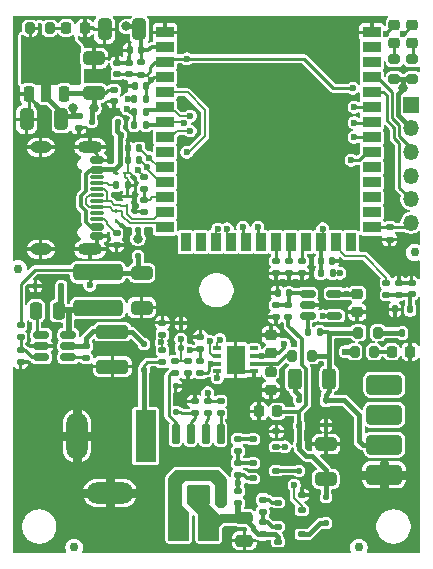
<source format=gbr>
%TF.GenerationSoftware,KiCad,Pcbnew,9.0.5-9.0.5~ubuntu24.04.1*%
%TF.CreationDate,2025-10-22T21:05:01+02:00*%
%TF.ProjectId,MCM-LIN,4d434d2d-4c49-44e2-9e6b-696361645f70,rev?*%
%TF.SameCoordinates,Original*%
%TF.FileFunction,Copper,L1,Top*%
%TF.FilePolarity,Positive*%
%FSLAX46Y46*%
G04 Gerber Fmt 4.6, Leading zero omitted, Abs format (unit mm)*
G04 Created by KiCad (PCBNEW 9.0.5-9.0.5~ubuntu24.04.1) date 2025-10-22 21:05:01*
%MOMM*%
%LPD*%
G01*
G04 APERTURE LIST*
G04 Aperture macros list*
%AMRoundRect*
0 Rectangle with rounded corners*
0 $1 Rounding radius*
0 $2 $3 $4 $5 $6 $7 $8 $9 X,Y pos of 4 corners*
0 Add a 4 corners polygon primitive as box body*
4,1,4,$2,$3,$4,$5,$6,$7,$8,$9,$2,$3,0*
0 Add four circle primitives for the rounded corners*
1,1,$1+$1,$2,$3*
1,1,$1+$1,$4,$5*
1,1,$1+$1,$6,$7*
1,1,$1+$1,$8,$9*
0 Add four rect primitives between the rounded corners*
20,1,$1+$1,$2,$3,$4,$5,0*
20,1,$1+$1,$4,$5,$6,$7,0*
20,1,$1+$1,$6,$7,$8,$9,0*
20,1,$1+$1,$8,$9,$2,$3,0*%
%AMFreePoly0*
4,1,9,3.862500,-0.866500,0.737500,-0.866500,0.737500,-0.450000,-0.737500,-0.450000,-0.737500,0.450000,0.737500,0.450000,0.737500,0.866500,3.862500,0.866500,3.862500,-0.866500,3.862500,-0.866500,$1*%
G04 Aperture macros list end*
%TA.AperFunction,SMDPad,CuDef*%
%ADD10RoundRect,0.112500X0.112500X-0.187500X0.112500X0.187500X-0.112500X0.187500X-0.112500X-0.187500X0*%
%TD*%
%TA.AperFunction,SMDPad,CuDef*%
%ADD11RoundRect,0.225000X0.225000X0.250000X-0.225000X0.250000X-0.225000X-0.250000X0.225000X-0.250000X0*%
%TD*%
%TA.AperFunction,SMDPad,CuDef*%
%ADD12RoundRect,0.135000X0.185000X-0.135000X0.185000X0.135000X-0.185000X0.135000X-0.185000X-0.135000X0*%
%TD*%
%TA.AperFunction,SMDPad,CuDef*%
%ADD13RoundRect,0.150000X-0.425000X0.150000X-0.425000X-0.150000X0.425000X-0.150000X0.425000X0.150000X0*%
%TD*%
%TA.AperFunction,SMDPad,CuDef*%
%ADD14RoundRect,0.075000X-0.500000X0.075000X-0.500000X-0.075000X0.500000X-0.075000X0.500000X0.075000X0*%
%TD*%
%TA.AperFunction,ComponentPad*%
%ADD15O,2.100000X1.000000*%
%TD*%
%TA.AperFunction,ComponentPad*%
%ADD16O,1.800000X1.000000*%
%TD*%
%TA.AperFunction,SMDPad,CuDef*%
%ADD17RoundRect,0.135000X0.135000X0.185000X-0.135000X0.185000X-0.135000X-0.185000X0.135000X-0.185000X0*%
%TD*%
%TA.AperFunction,SMDPad,CuDef*%
%ADD18RoundRect,0.135000X-0.135000X-0.185000X0.135000X-0.185000X0.135000X0.185000X-0.135000X0.185000X0*%
%TD*%
%TA.AperFunction,SMDPad,CuDef*%
%ADD19RoundRect,0.218750X-0.256250X0.218750X-0.256250X-0.218750X0.256250X-0.218750X0.256250X0.218750X0*%
%TD*%
%TA.AperFunction,SMDPad,CuDef*%
%ADD20RoundRect,0.218750X0.218750X0.256250X-0.218750X0.256250X-0.218750X-0.256250X0.218750X-0.256250X0*%
%TD*%
%TA.AperFunction,SMDPad,CuDef*%
%ADD21RoundRect,0.125000X-0.125000X-0.125000X0.125000X-0.125000X0.125000X0.125000X-0.125000X0.125000X0*%
%TD*%
%TA.AperFunction,SMDPad,CuDef*%
%ADD22RoundRect,0.135000X-0.185000X0.135000X-0.185000X-0.135000X0.185000X-0.135000X0.185000X0.135000X0*%
%TD*%
%TA.AperFunction,SMDPad,CuDef*%
%ADD23RoundRect,0.125000X-0.125000X0.125000X-0.125000X-0.125000X0.125000X-0.125000X0.125000X0.125000X0*%
%TD*%
%TA.AperFunction,SMDPad,CuDef*%
%ADD24RoundRect,0.250000X0.650000X-0.325000X0.650000X0.325000X-0.650000X0.325000X-0.650000X-0.325000X0*%
%TD*%
%TA.AperFunction,ComponentPad*%
%ADD25RoundRect,0.425000X-1.125000X0.425000X-1.125000X-0.425000X1.125000X-0.425000X1.125000X0.425000X0*%
%TD*%
%TA.AperFunction,SMDPad,CuDef*%
%ADD26RoundRect,0.062500X0.062500X-0.117500X0.062500X0.117500X-0.062500X0.117500X-0.062500X-0.117500X0*%
%TD*%
%TA.AperFunction,ComponentPad*%
%ADD27R,1.350000X1.350000*%
%TD*%
%TA.AperFunction,ComponentPad*%
%ADD28O,1.350000X1.350000*%
%TD*%
%TA.AperFunction,SMDPad,CuDef*%
%ADD29RoundRect,0.140000X-0.140000X-0.170000X0.140000X-0.170000X0.140000X0.170000X-0.140000X0.170000X0*%
%TD*%
%TA.AperFunction,SMDPad,CuDef*%
%ADD30RoundRect,0.250000X-0.475000X0.250000X-0.475000X-0.250000X0.475000X-0.250000X0.475000X0.250000X0*%
%TD*%
%TA.AperFunction,SMDPad,CuDef*%
%ADD31RoundRect,0.140000X0.170000X-0.140000X0.170000X0.140000X-0.170000X0.140000X-0.170000X-0.140000X0*%
%TD*%
%TA.AperFunction,SMDPad,CuDef*%
%ADD32C,0.750000*%
%TD*%
%TA.AperFunction,SMDPad,CuDef*%
%ADD33RoundRect,0.140000X0.140000X0.170000X-0.140000X0.170000X-0.140000X-0.170000X0.140000X-0.170000X0*%
%TD*%
%TA.AperFunction,SMDPad,CuDef*%
%ADD34RoundRect,0.225000X0.225000X-0.425000X0.225000X0.425000X-0.225000X0.425000X-0.225000X-0.425000X0*%
%TD*%
%TA.AperFunction,SMDPad,CuDef*%
%ADD35FreePoly0,90.000000*%
%TD*%
%TA.AperFunction,SMDPad,CuDef*%
%ADD36RoundRect,0.200000X0.200000X0.275000X-0.200000X0.275000X-0.200000X-0.275000X0.200000X-0.275000X0*%
%TD*%
%TA.AperFunction,SMDPad,CuDef*%
%ADD37R,1.500000X0.900000*%
%TD*%
%TA.AperFunction,SMDPad,CuDef*%
%ADD38R,0.900000X1.500000*%
%TD*%
%TA.AperFunction,HeatsinkPad*%
%ADD39C,0.500000*%
%TD*%
%TA.AperFunction,SMDPad,CuDef*%
%ADD40R,4.000000X4.000000*%
%TD*%
%TA.AperFunction,SMDPad,CuDef*%
%ADD41RoundRect,0.062500X-0.062500X0.117500X-0.062500X-0.117500X0.062500X-0.117500X0.062500X0.117500X0*%
%TD*%
%TA.AperFunction,SMDPad,CuDef*%
%ADD42RoundRect,0.250000X0.325000X0.650000X-0.325000X0.650000X-0.325000X-0.650000X0.325000X-0.650000X0*%
%TD*%
%TA.AperFunction,SMDPad,CuDef*%
%ADD43R,0.650000X0.350000*%
%TD*%
%TA.AperFunction,SMDPad,CuDef*%
%ADD44R,1.550000X2.400000*%
%TD*%
%TA.AperFunction,SMDPad,CuDef*%
%ADD45RoundRect,0.200000X-0.275000X0.200000X-0.275000X-0.200000X0.275000X-0.200000X0.275000X0.200000X0*%
%TD*%
%TA.AperFunction,ComponentPad*%
%ADD46R,1.700000X1.700000*%
%TD*%
%TA.AperFunction,ComponentPad*%
%ADD47O,1.700000X1.700000*%
%TD*%
%TA.AperFunction,SMDPad,CuDef*%
%ADD48RoundRect,0.225000X-0.250000X0.225000X-0.250000X-0.225000X0.250000X-0.225000X0.250000X0.225000X0*%
%TD*%
%TA.AperFunction,SMDPad,CuDef*%
%ADD49RoundRect,0.125000X0.125000X0.125000X-0.125000X0.125000X-0.125000X-0.125000X0.125000X-0.125000X0*%
%TD*%
%TA.AperFunction,SMDPad,CuDef*%
%ADD50RoundRect,0.140000X-0.170000X0.140000X-0.170000X-0.140000X0.170000X-0.140000X0.170000X0.140000X0*%
%TD*%
%TA.AperFunction,SMDPad,CuDef*%
%ADD51RoundRect,0.250000X-0.250000X-0.475000X0.250000X-0.475000X0.250000X0.475000X-0.250000X0.475000X0*%
%TD*%
%TA.AperFunction,SMDPad,CuDef*%
%ADD52RoundRect,0.150000X-0.150000X0.725000X-0.150000X-0.725000X0.150000X-0.725000X0.150000X0.725000X0*%
%TD*%
%TA.AperFunction,SMDPad,CuDef*%
%ADD53RoundRect,0.062500X0.117500X0.062500X-0.117500X0.062500X-0.117500X-0.062500X0.117500X-0.062500X0*%
%TD*%
%TA.AperFunction,SMDPad,CuDef*%
%ADD54RoundRect,0.250000X-0.312500X-0.625000X0.312500X-0.625000X0.312500X0.625000X-0.312500X0.625000X0*%
%TD*%
%TA.AperFunction,SMDPad,CuDef*%
%ADD55RoundRect,0.112500X0.112500X0.237500X-0.112500X0.237500X-0.112500X-0.237500X0.112500X-0.237500X0*%
%TD*%
%TA.AperFunction,SMDPad,CuDef*%
%ADD56RoundRect,0.112500X-0.237500X0.112500X-0.237500X-0.112500X0.237500X-0.112500X0.237500X0.112500X0*%
%TD*%
%TA.AperFunction,SMDPad,CuDef*%
%ADD57RoundRect,0.350000X1.750000X0.350000X-1.750000X0.350000X-1.750000X-0.350000X1.750000X-0.350000X0*%
%TD*%
%TA.AperFunction,SMDPad,CuDef*%
%ADD58RoundRect,0.150000X-0.512500X-0.150000X0.512500X-0.150000X0.512500X0.150000X-0.512500X0.150000X0*%
%TD*%
%TA.AperFunction,SMDPad,CuDef*%
%ADD59RoundRect,0.112500X0.237500X-0.112500X0.237500X0.112500X-0.237500X0.112500X-0.237500X-0.112500X0*%
%TD*%
%TA.AperFunction,SMDPad,CuDef*%
%ADD60RoundRect,0.200000X-0.200000X-0.275000X0.200000X-0.275000X0.200000X0.275000X-0.200000X0.275000X0*%
%TD*%
%TA.AperFunction,SMDPad,CuDef*%
%ADD61RoundRect,0.250000X-0.650000X0.325000X-0.650000X-0.325000X0.650000X-0.325000X0.650000X0.325000X0*%
%TD*%
%TA.AperFunction,ComponentPad*%
%ADD62R,1.800000X4.400000*%
%TD*%
%TA.AperFunction,ComponentPad*%
%ADD63O,1.800000X4.000000*%
%TD*%
%TA.AperFunction,ComponentPad*%
%ADD64O,4.000000X1.800000*%
%TD*%
%TA.AperFunction,SMDPad,CuDef*%
%ADD65RoundRect,0.225000X0.250000X-0.225000X0.250000X0.225000X-0.250000X0.225000X-0.250000X-0.225000X0*%
%TD*%
%TA.AperFunction,SMDPad,CuDef*%
%ADD66RoundRect,0.250000X-1.100000X0.325000X-1.100000X-0.325000X1.100000X-0.325000X1.100000X0.325000X0*%
%TD*%
%TA.AperFunction,ViaPad*%
%ADD67C,0.600000*%
%TD*%
%TA.AperFunction,ViaPad*%
%ADD68C,0.800000*%
%TD*%
%TA.AperFunction,Conductor*%
%ADD69C,0.400000*%
%TD*%
%TA.AperFunction,Conductor*%
%ADD70C,0.250000*%
%TD*%
%TA.AperFunction,Conductor*%
%ADD71C,0.800000*%
%TD*%
%TA.AperFunction,Conductor*%
%ADD72C,0.200000*%
%TD*%
%TA.AperFunction,Conductor*%
%ADD73C,0.300000*%
%TD*%
%TA.AperFunction,Conductor*%
%ADD74C,0.500000*%
%TD*%
%TA.AperFunction,Conductor*%
%ADD75C,0.350000*%
%TD*%
%TA.AperFunction,Conductor*%
%ADD76C,0.450000*%
%TD*%
%TA.AperFunction,Conductor*%
%ADD77C,0.190000*%
%TD*%
G04 APERTURE END LIST*
D10*
%TO.P,D4,1,K*%
%TO.N,Net-(D4-K)*%
X74500000Y-73375000D03*
%TO.P,D4,2,A*%
%TO.N,GND*%
X74500000Y-71275000D03*
%TD*%
D11*
%TO.P,C25,1*%
%TO.N,VBUS*%
X82650000Y-78750000D03*
%TO.P,C25,2*%
%TO.N,GND*%
X81100000Y-78750000D03*
%TD*%
D12*
%TO.P,R4,1*%
%TO.N,Net-(U2-FB)*%
X60921200Y-72483200D03*
%TO.P,R4,2*%
%TO.N,Net-(D3-A)*%
X60921200Y-71463200D03*
%TD*%
D13*
%TO.P,J1,A1,GND*%
%TO.N,GND*%
X67380000Y-57500000D03*
%TO.P,J1,A4,VBUS*%
%TO.N,VUSB*%
X67380000Y-58300000D03*
D14*
%TO.P,J1,A5,CC1*%
%TO.N,Net-(J1-CC1)*%
X67380000Y-59450000D03*
%TO.P,J1,A6,D+*%
%TO.N,USB_D+*%
X67380000Y-60450000D03*
%TO.P,J1,A7,D-*%
%TO.N,USB_D-*%
X67380000Y-60950000D03*
%TO.P,J1,A8,SBU1*%
%TO.N,unconnected-(J1-SBU1-PadA8)*%
X67380000Y-61950000D03*
D13*
%TO.P,J1,A9,VBUS*%
%TO.N,VUSB*%
X67380000Y-63100000D03*
%TO.P,J1,A12,GND*%
%TO.N,GND*%
X67380000Y-63900000D03*
%TO.P,J1,B1,GND*%
X67380000Y-63900000D03*
%TO.P,J1,B4,VBUS*%
%TO.N,VUSB*%
X67380000Y-63100000D03*
D14*
%TO.P,J1,B5,CC2*%
%TO.N,Net-(J1-CC2)*%
X67380000Y-62450000D03*
%TO.P,J1,B6,D+*%
%TO.N,USB_D+*%
X67380000Y-61450000D03*
%TO.P,J1,B7,D-*%
%TO.N,USB_D-*%
X67380000Y-59950000D03*
%TO.P,J1,B8,SBU2*%
%TO.N,unconnected-(J1-SBU2-PadB8)*%
X67380000Y-58950000D03*
D13*
%TO.P,J1,B9,VBUS*%
%TO.N,VUSB*%
X67380000Y-58300000D03*
%TO.P,J1,B12,GND*%
%TO.N,GND*%
X67380000Y-57500000D03*
D15*
%TO.P,J1,S1,SHIELD*%
X66805000Y-56380000D03*
D16*
X62625000Y-56380000D03*
D15*
X66805000Y-65020000D03*
D16*
X62625000Y-65020000D03*
%TD*%
D17*
%TO.P,R35,1*%
%TO.N,+3.3V*%
X87335000Y-67050000D03*
%TO.P,R35,2*%
%TO.N,PPM_RX*%
X86315000Y-67050000D03*
%TD*%
D18*
%TO.P,R41,1*%
%TO.N,Net-(J1-CC1)*%
X68965000Y-59625000D03*
%TO.P,R41,2*%
%TO.N,GND*%
X69985000Y-59625000D03*
%TD*%
D19*
%TO.P,D10,1,K*%
%TO.N,LED2*%
X92573600Y-46012500D03*
%TO.P,D10,2,A*%
%TO.N,Net-(D10-A)*%
X92573600Y-47587500D03*
%TD*%
D20*
%TO.P,D1,1,K*%
%TO.N,GND*%
X66360900Y-46293000D03*
%TO.P,D1,2,A*%
%TO.N,Net-(D1-A)*%
X64785900Y-46293000D03*
%TD*%
D21*
%TO.P,D8,1,K*%
%TO.N,+5V*%
X66937200Y-54243200D03*
%TO.P,D8,2,A*%
%TO.N,VUSB*%
X69137200Y-54243200D03*
%TD*%
D12*
%TO.P,R24,1*%
%TO.N,VS*%
X72925000Y-74585000D03*
%TO.P,R24,2*%
%TO.N,MEAS_VS*%
X72925000Y-73565000D03*
%TD*%
D22*
%TO.P,R27,1*%
%TO.N,MEAS_VUSB*%
X71364600Y-60819800D03*
%TO.P,R27,2*%
%TO.N,GND*%
X71364600Y-61839800D03*
%TD*%
D23*
%TO.P,D15,1,K*%
%TO.N,Net-(D15-K)*%
X84500000Y-77775000D03*
%TO.P,D15,2,A*%
%TO.N,VBUS*%
X84500000Y-79975000D03*
%TD*%
D24*
%TO.P,C26,1*%
%TO.N,VBUS*%
X86775000Y-84475000D03*
%TO.P,C26,2*%
%TO.N,GND*%
X86775000Y-81525000D03*
%TD*%
D25*
%TO.P,J4,1,Pin_1*%
%TO.N,GND*%
X91700000Y-84115000D03*
%TO.P,J4,2,Pin_2*%
%TO.N,LIN_PPM*%
X91700000Y-81575000D03*
%TO.P,J4,3,Pin_3*%
%TO.N,unconnected-(J4-Pin_3-Pad3)*%
X91700000Y-79035000D03*
%TO.P,J4,4,Pin_4*%
%TO.N,VOUT*%
X91700000Y-76495000D03*
%TD*%
D23*
%TO.P,D9,1,K*%
%TO.N,Net-(D9-K)*%
X71350000Y-73050000D03*
%TO.P,D9,2,A*%
%TO.N,VS*%
X71350000Y-75250000D03*
%TD*%
D12*
%TO.P,R28,1*%
%TO.N,+5V*%
X79325000Y-84135000D03*
%TO.P,R28,2*%
%TO.N,Net-(Q5-G)*%
X79325000Y-83115000D03*
%TD*%
D26*
%TO.P,D11,1,A1*%
%TO.N,USB_D+*%
X69025000Y-61755000D03*
%TO.P,D11,2,A2*%
%TO.N,GND*%
X69025000Y-62595000D03*
%TD*%
D27*
%TO.P,J3,1,Pin_1*%
%TO.N,EN*%
X94000000Y-52800000D03*
D28*
%TO.P,J3,2,Pin_2*%
%TO.N,+3.3V*%
X94000000Y-54800000D03*
%TO.P,J3,3,Pin_3*%
%TO.N,Net-(J3-Pin_3)*%
X94000000Y-56800000D03*
%TO.P,J3,4,Pin_4*%
%TO.N,GND*%
X94000000Y-58800000D03*
%TO.P,J3,5,Pin_5*%
%TO.N,Net-(J3-Pin_5)*%
X94000000Y-60800000D03*
%TO.P,J3,6,Pin_6*%
%TO.N,IO0*%
X94000000Y-62800000D03*
%TD*%
D29*
%TO.P,C4,1*%
%TO.N,GND*%
X69995600Y-56475000D03*
%TO.P,C4,2*%
%TO.N,MEAS_VOUT*%
X70955600Y-56475000D03*
%TD*%
D10*
%TO.P,D14,1,A1*%
%TO.N,GND*%
X86775000Y-79925000D03*
%TO.P,D14,2,A2*%
%TO.N,LIN_PPM*%
X86775000Y-77825000D03*
%TD*%
D30*
%TO.P,C18,1*%
%TO.N,VOUT*%
X79875000Y-87800000D03*
%TO.P,C18,2*%
%TO.N,GND*%
X79875000Y-89700000D03*
%TD*%
D18*
%TO.P,R29,1*%
%TO.N,+3.3V*%
X70540000Y-54500000D03*
%TO.P,R29,2*%
%TO.N,LIN_TX*%
X71560000Y-54500000D03*
%TD*%
D12*
%TO.P,R20,1*%
%TO.N,Net-(Q1-G)*%
X91900000Y-68885000D03*
%TO.P,R20,2*%
%TO.N,PPM_TX*%
X91900000Y-67865000D03*
%TD*%
D22*
%TO.P,R13,1*%
%TO.N,IO0*%
X92167200Y-63182000D03*
%TO.P,R13,2*%
%TO.N,GND*%
X92167200Y-64202000D03*
%TD*%
D31*
%TO.P,C17,1*%
%TO.N,EN*%
X69104000Y-50202000D03*
%TO.P,C17,2*%
%TO.N,GND*%
X69104000Y-49242000D03*
%TD*%
D18*
%TO.P,R15,1*%
%TO.N,Net-(U8-+)*%
X85215000Y-72025000D03*
%TO.P,R15,2*%
%TO.N,LIN_PPM*%
X86235000Y-72025000D03*
%TD*%
D12*
%TO.P,R25,1*%
%TO.N,MEAS_VS*%
X72925000Y-72260000D03*
%TO.P,R25,2*%
%TO.N,GND*%
X72925000Y-71240000D03*
%TD*%
D32*
%TO.P,FID1,*%
%TO.N,*%
X60725000Y-66700000D03*
%TD*%
D23*
%TO.P,D17,1,K*%
%TO.N,VBUS*%
X84500000Y-81575000D03*
%TO.P,D17,2,A*%
%TO.N,Net-(D17-A)*%
X84500000Y-83775000D03*
%TD*%
D33*
%TO.P,C13,1*%
%TO.N,+3.3V*%
X71108000Y-48190000D03*
%TO.P,C13,2*%
%TO.N,GND*%
X70148000Y-48190000D03*
%TD*%
D34*
%TO.P,U1,1,GND*%
%TO.N,GND*%
X61609600Y-51875200D03*
D35*
%TO.P,U1,2,VO*%
%TO.N,+3.3V*%
X63109600Y-51787700D03*
D34*
%TO.P,U1,3,VI*%
%TO.N,+5V*%
X64609600Y-51875200D03*
%TD*%
D12*
%TO.P,R22,1*%
%TO.N,VOUT*%
X76150000Y-75485000D03*
%TO.P,R22,2*%
%TO.N,MEAS_VOUT*%
X76150000Y-74465000D03*
%TD*%
D36*
%TO.P,R1,1*%
%TO.N,Net-(D1-A)*%
X63375800Y-46300000D03*
%TO.P,R1,2*%
%TO.N,+3.3V*%
X61725800Y-46300000D03*
%TD*%
D32*
%TO.P,FID2,*%
%TO.N,*%
X89550000Y-90275000D03*
%TD*%
D37*
%TO.P,U5,1,GND*%
%TO.N,GND*%
X73150000Y-46658000D03*
%TO.P,U5,2,3V3*%
%TO.N,+3.3V*%
X73150000Y-47928000D03*
%TO.P,U5,3,EN*%
%TO.N,EN*%
X73150000Y-49198000D03*
%TO.P,U5,4,IO4*%
%TO.N,SLAVE_CUR*%
X73150000Y-50468000D03*
%TO.P,U5,5,IO5*%
%TO.N,SLAVE_PWR*%
X73150000Y-51738000D03*
%TO.P,U5,6,IO6*%
%TO.N,LIN_RX*%
X73150000Y-53008000D03*
%TO.P,U5,7,IO7*%
%TO.N,LIN_TX*%
X73150000Y-54278000D03*
%TO.P,U5,8,IO15*%
%TO.N,LIN_SLEEP*%
X73150000Y-55548000D03*
%TO.P,U5,9,IO16*%
%TO.N,unconnected-(U5-IO16-Pad9)*%
X73150000Y-56818000D03*
%TO.P,U5,10,IO17*%
%TO.N,MEAS_VOUT*%
X73150000Y-58088000D03*
%TO.P,U5,11,IO18*%
%TO.N,MEAS_VS*%
X73150000Y-59358000D03*
%TO.P,U5,12,IO8*%
%TO.N,MEAS_VUSB*%
X73150000Y-60628000D03*
%TO.P,U5,13,IO19*%
%TO.N,USB_D-*%
X73150000Y-61898000D03*
%TO.P,U5,14,IO20*%
%TO.N,USB_D+*%
X73150000Y-63168000D03*
D38*
%TO.P,U5,15,IO3*%
%TO.N,unconnected-(U5-IO3-Pad15)*%
X74915000Y-64418000D03*
%TO.P,U5,16,IO46*%
%TO.N,unconnected-(U5-IO46-Pad16)*%
X76185000Y-64418000D03*
%TO.P,U5,17,IO9*%
%TO.N,VBUS_5V*%
X77455000Y-64418000D03*
%TO.P,U5,18,IO10*%
%TO.N,VBUS_VOUT*%
X78725000Y-64418000D03*
%TO.P,U5,19,IO11*%
%TO.N,LED2*%
X79995000Y-64418000D03*
%TO.P,U5,20,IO12*%
%TO.N,LED1*%
X81265000Y-64418000D03*
%TO.P,U5,21,IO13*%
%TO.N,Net-(U5-IO13)*%
X82535000Y-64418000D03*
%TO.P,U5,22,IO14*%
%TO.N,Net-(U5-IO14)*%
X83805000Y-64418000D03*
%TO.P,U5,23,IO21*%
%TO.N,Net-(U5-IO21)*%
X85075000Y-64418000D03*
%TO.P,U5,24,IO47*%
%TO.N,PPM_RX*%
X86345000Y-64418000D03*
%TO.P,U5,25,IO48*%
%TO.N,PPM_TX*%
X87615000Y-64418000D03*
%TO.P,U5,26,IO45*%
%TO.N,unconnected-(U5-IO45-Pad26)*%
X88885000Y-64418000D03*
D37*
%TO.P,U5,27,IO0*%
%TO.N,IO0*%
X90650000Y-63168000D03*
%TO.P,U5,28,NC*%
%TO.N,unconnected-(U5-NC-Pad28)*%
X90650000Y-61898000D03*
%TO.P,U5,29,NC*%
%TO.N,unconnected-(U5-NC-Pad29)*%
X90650000Y-60628000D03*
%TO.P,U5,30,NC*%
%TO.N,unconnected-(U5-NC-Pad30)*%
X90650000Y-59358000D03*
%TO.P,U5,31,IO38*%
%TO.N,unconnected-(U5-IO38-Pad31)*%
X90650000Y-58088000D03*
%TO.P,U5,32,IO39*%
%TO.N,/MCM/TCK*%
X90650000Y-56818000D03*
%TO.P,U5,33,IO40*%
%TO.N,/MCM/TDO*%
X90650000Y-55548000D03*
%TO.P,U5,34,IO41*%
%TO.N,/MCM/TDI*%
X90650000Y-54278000D03*
%TO.P,U5,35,IO42*%
%TO.N,/MCM/TMS*%
X90650000Y-53008000D03*
%TO.P,U5,36,RXD0*%
%TO.N,Net-(J3-Pin_5)*%
X90650000Y-51738000D03*
%TO.P,U5,37,TXD0*%
%TO.N,Net-(J3-Pin_3)*%
X90650000Y-50468000D03*
%TO.P,U5,38,IO2*%
%TO.N,unconnected-(U5-IO2-Pad38)*%
X90650000Y-49198000D03*
%TO.P,U5,39,IO1*%
%TO.N,unconnected-(U5-IO1-Pad39)*%
X90650000Y-47928000D03*
%TO.P,U5,40,GND*%
%TO.N,GND*%
X90650000Y-46658000D03*
D39*
%TO.P,U5,41,EPAD*%
X79040000Y-51258000D03*
X79040000Y-52758000D03*
X79790000Y-50508000D03*
X79790000Y-52008000D03*
X79790000Y-53508000D03*
X80540000Y-51258000D03*
D40*
X80540000Y-52008000D03*
D39*
X80540000Y-52758000D03*
X81290000Y-50508000D03*
X81290000Y-52008000D03*
X81290000Y-53508000D03*
X82040000Y-51258000D03*
X82040000Y-52758000D03*
%TD*%
D22*
%TO.P,R11,1*%
%TO.N,+3.3V*%
X71136000Y-49212000D03*
%TO.P,R11,2*%
%TO.N,EN*%
X71136000Y-50232000D03*
%TD*%
D23*
%TO.P,D5,1,K*%
%TO.N,GND*%
X74051800Y-76587975D03*
%TO.P,D5,2,A*%
%TO.N,Net-(D5-A)*%
X74051800Y-78787975D03*
%TD*%
D36*
%TO.P,R38,1*%
%TO.N,LIN_PPM*%
X85575000Y-74025000D03*
%TO.P,R38,2*%
%TO.N,Net-(U7-LIN)*%
X83925000Y-74025000D03*
%TD*%
D22*
%TO.P,R31,1*%
%TO.N,Net-(U8--)*%
X82525000Y-69740000D03*
%TO.P,R31,2*%
%TO.N,GND*%
X82525000Y-70760000D03*
%TD*%
D41*
%TO.P,D12,1,A1*%
%TO.N,USB_D-*%
X69950000Y-61370000D03*
%TO.P,D12,2,A2*%
%TO.N,GND*%
X69950000Y-60530000D03*
%TD*%
D42*
%TO.P,C15,1*%
%TO.N,+3.3V*%
X70985400Y-46420000D03*
%TO.P,C15,2*%
%TO.N,GND*%
X68035400Y-46420000D03*
%TD*%
D43*
%TO.P,U7,1,RXD*%
%TO.N,LIN_RX*%
X77568750Y-73425000D03*
%TO.P,U7,2,~{SLP}*%
%TO.N,LIN_SLEEP*%
X77568750Y-74075000D03*
%TO.P,U7,3,~{WAKE}*%
%TO.N,VOUT*%
X77568750Y-74725000D03*
%TO.P,U7,4,TXD*%
%TO.N,LIN_TX*%
X77568750Y-75375000D03*
%TO.P,U7,5,GND*%
%TO.N,GND*%
X80668750Y-75375000D03*
%TO.P,U7,6,LIN*%
%TO.N,Net-(U7-LIN)*%
X80668750Y-74725000D03*
%TO.P,U7,7,VBAT*%
%TO.N,VOUT*%
X80668750Y-74075000D03*
%TO.P,U7,8,INH*%
%TO.N,unconnected-(U7-INH-Pad8)*%
X80668750Y-73425000D03*
D44*
%TO.P,U7,9,GND*%
%TO.N,GND*%
X79118750Y-74400000D03*
%TD*%
D45*
%TO.P,R17,1*%
%TO.N,Net-(D7-A)*%
X94100000Y-48960000D03*
%TO.P,R17,2*%
%TO.N,+3.3V*%
X94100000Y-50610000D03*
%TD*%
D22*
%TO.P,R10,1*%
%TO.N,Net-(D4-K)*%
X75075000Y-74465000D03*
%TO.P,R10,2*%
%TO.N,GND*%
X75075000Y-75485000D03*
%TD*%
D46*
%TO.P,J2,1,Pin_1*%
%TO.N,VS*%
X74325000Y-88826573D03*
D47*
%TO.P,J2,2,Pin_2*%
%TO.N,VOUT*%
X76865000Y-88826573D03*
%TD*%
D22*
%TO.P,R33,1*%
%TO.N,Net-(U5-IO14)*%
X83650000Y-66040000D03*
%TO.P,R33,2*%
%TO.N,GND*%
X83650000Y-67060000D03*
%TD*%
%TO.P,R21,1*%
%TO.N,+5V*%
X79325000Y-85490000D03*
%TO.P,R21,2*%
%TO.N,VOUT*%
X79325000Y-86510000D03*
%TD*%
D48*
%TO.P,C22,1*%
%TO.N,VOUT*%
X89425000Y-68800000D03*
%TO.P,C22,2*%
%TO.N,GND*%
X89425000Y-70350000D03*
%TD*%
D23*
%TO.P,D3,1,K*%
%TO.N,+5V*%
X70875000Y-63400000D03*
%TO.P,D3,2,A*%
%TO.N,Net-(D3-A)*%
X70875000Y-65600000D03*
%TD*%
D22*
%TO.P,R32,1*%
%TO.N,Net-(U5-IO13)*%
X82550000Y-66040000D03*
%TO.P,R32,2*%
%TO.N,GND*%
X82550000Y-67060000D03*
%TD*%
%TO.P,R8,1*%
%TO.N,SLAVE_PWR*%
X76765000Y-77896573D03*
%TO.P,R8,2*%
%TO.N,Net-(U4-SEn)*%
X76765000Y-78916573D03*
%TD*%
D49*
%TO.P,D2,1,K*%
%TO.N,Net-(D2-K)*%
X64375000Y-68150000D03*
%TO.P,D2,2,A*%
%TO.N,GND*%
X62175000Y-68150000D03*
%TD*%
D50*
%TO.P,C2,1*%
%TO.N,+5V*%
X68850000Y-51545000D03*
%TO.P,C2,2*%
%TO.N,GND*%
X68850000Y-52505000D03*
%TD*%
D29*
%TO.P,C11,1*%
%TO.N,GND*%
X69995600Y-57491000D03*
%TO.P,C11,2*%
%TO.N,MEAS_VS*%
X70955600Y-57491000D03*
%TD*%
D12*
%TO.P,R23,1*%
%TO.N,MEAS_VOUT*%
X76150000Y-73485000D03*
%TO.P,R23,2*%
%TO.N,GND*%
X76150000Y-72465000D03*
%TD*%
%TO.P,R5,1*%
%TO.N,GND*%
X60921200Y-74583200D03*
%TO.P,R5,2*%
%TO.N,Net-(U2-FB)*%
X60921200Y-73563200D03*
%TD*%
D51*
%TO.P,C7,1*%
%TO.N,Net-(U2-CB)*%
X62233700Y-70238200D03*
%TO.P,C7,2*%
%TO.N,Net-(D2-K)*%
X64133700Y-70238200D03*
%TD*%
D52*
%TO.P,U4,1,INPUT*%
%TO.N,Net-(U4-INPUT)*%
X77872800Y-80667773D03*
%TO.P,U4,2,SEn*%
%TO.N,Net-(U4-SEn)*%
X76602800Y-80667773D03*
%TO.P,U4,3,GND*%
%TO.N,Net-(D5-A)*%
X75332800Y-80667773D03*
%TO.P,U4,4,MultiSense*%
%TO.N,Net-(U4-MultiSense)*%
X74062800Y-80667773D03*
%TO.P,U4,5,VCC*%
%TO.N,VS*%
X74062800Y-85817773D03*
%TO.P,U4,6,OUTPUT*%
%TO.N,VOUT*%
X75332800Y-85817773D03*
%TO.P,U4,7,OUTPUT*%
X76602800Y-85817773D03*
%TO.P,U4,8,VCC*%
%TO.N,VS*%
X77872800Y-85817773D03*
%TD*%
D32*
%TO.P,FID3,*%
%TO.N,*%
X65450000Y-90275000D03*
%TD*%
D19*
%TO.P,D7,1,K*%
%TO.N,LED1*%
X94100000Y-46012500D03*
%TO.P,D7,2,A*%
%TO.N,Net-(D7-A)*%
X94100000Y-47587500D03*
%TD*%
D22*
%TO.P,R7,1*%
%TO.N,SLAVE_PWR*%
X77865000Y-77896573D03*
%TO.P,R7,2*%
%TO.N,Net-(U4-INPUT)*%
X77865000Y-78916573D03*
%TD*%
D32*
%TO.P,FID4,*%
%TO.N,*%
X94275000Y-65300000D03*
%TD*%
D53*
%TO.P,D13,1,A1*%
%TO.N,VUSB*%
X68952500Y-58600000D03*
%TO.P,D13,2,A2*%
%TO.N,GND*%
X69792500Y-58600000D03*
%TD*%
D12*
%TO.P,R9,1*%
%TO.N,Net-(U4-MultiSense)*%
X74000000Y-75485000D03*
%TO.P,R9,2*%
%TO.N,Net-(D4-K)*%
X74000000Y-74465000D03*
%TD*%
D42*
%TO.P,C9,1*%
%TO.N,+3.3V*%
X64381400Y-54040000D03*
%TO.P,C9,2*%
%TO.N,GND*%
X61431400Y-54040000D03*
%TD*%
D24*
%TO.P,C3,1*%
%TO.N,+5V*%
X67122800Y-51806600D03*
%TO.P,C3,2*%
%TO.N,GND*%
X67122800Y-48856600D03*
%TD*%
D54*
%TO.P,R36,1*%
%TO.N,Net-(D15-K)*%
X84112500Y-75975000D03*
%TO.P,R36,2*%
%TO.N,LIN_PPM*%
X87037500Y-75975000D03*
%TD*%
D50*
%TO.P,C6,1*%
%TO.N,+3.3V*%
X65852800Y-53763200D03*
%TO.P,C6,2*%
%TO.N,GND*%
X65852800Y-54723200D03*
%TD*%
D22*
%TO.P,R12,1*%
%TO.N,GND*%
X75665000Y-77899073D03*
%TO.P,R12,2*%
%TO.N,Net-(D5-A)*%
X75665000Y-78919073D03*
%TD*%
D17*
%TO.P,R6,1*%
%TO.N,SLAVE_CUR*%
X71560000Y-52300000D03*
%TO.P,R6,2*%
%TO.N,Net-(D4-K)*%
X70540000Y-52300000D03*
%TD*%
D31*
%TO.P,C5,1*%
%TO.N,Net-(Q1-G)*%
X94025000Y-68855000D03*
%TO.P,C5,2*%
%TO.N,GND*%
X94025000Y-67895000D03*
%TD*%
D22*
%TO.P,R34,1*%
%TO.N,Net-(U5-IO21)*%
X84750000Y-66040000D03*
%TO.P,R34,2*%
%TO.N,GND*%
X84750000Y-67060000D03*
%TD*%
D55*
%TO.P,Q1,1,G*%
%TO.N,Net-(Q1-G)*%
X93897500Y-70125000D03*
%TO.P,Q1,2,S*%
%TO.N,GND*%
X92597500Y-70125000D03*
%TO.P,Q1,3,D*%
%TO.N,Net-(Q1-D)*%
X93247500Y-72125000D03*
%TD*%
D56*
%TO.P,Q5,1,G*%
%TO.N,Net-(Q5-G)*%
X80575000Y-83125000D03*
%TO.P,Q5,2,S*%
%TO.N,+5V*%
X80575000Y-84425000D03*
%TO.P,Q5,3,D*%
%TO.N,Net-(D17-A)*%
X82575000Y-83775000D03*
%TD*%
D12*
%TO.P,R3,1*%
%TO.N,VOUT*%
X81425000Y-89175000D03*
%TO.P,R3,2*%
%TO.N,Net-(Q2-G)*%
X81425000Y-88155000D03*
%TD*%
D45*
%TO.P,R19,1*%
%TO.N,Net-(D10-A)*%
X92573600Y-48960000D03*
%TO.P,R19,2*%
%TO.N,+3.3V*%
X92573600Y-50610000D03*
%TD*%
D57*
%TO.P,L1,1,1*%
%TO.N,Net-(D2-K)*%
X67466300Y-69983700D03*
%TO.P,L1,2,2*%
%TO.N,Net-(D3-A)*%
X67466300Y-66983700D03*
%TD*%
D33*
%TO.P,C12,1*%
%TO.N,SLAVE_CUR*%
X71530000Y-51225000D03*
%TO.P,C12,2*%
%TO.N,GND*%
X70570000Y-51225000D03*
%TD*%
D20*
%TO.P,D6,1,K*%
%TO.N,GND*%
X93912500Y-73700000D03*
%TO.P,D6,2,A*%
%TO.N,Net-(D6-A)*%
X92337500Y-73700000D03*
%TD*%
D56*
%TO.P,Q2,1,G*%
%TO.N,Net-(Q2-G)*%
X82725000Y-88500000D03*
%TO.P,Q2,2,S*%
%TO.N,VOUT*%
X82725000Y-89800000D03*
%TO.P,Q2,3,D*%
%TO.N,Net-(D16-A)*%
X84725000Y-89150000D03*
%TD*%
D12*
%TO.P,R2,1*%
%TO.N,Net-(U2-~{SHDN})*%
X66475700Y-74235000D03*
%TO.P,R2,2*%
%TO.N,Net-(D9-K)*%
X66475700Y-73215000D03*
%TD*%
D58*
%TO.P,U2,1,CB*%
%TO.N,Net-(U2-CB)*%
X62671200Y-72267000D03*
%TO.P,U2,2,GND*%
%TO.N,GND*%
X62671200Y-73217000D03*
%TO.P,U2,3,FB*%
%TO.N,Net-(U2-FB)*%
X62671200Y-74167000D03*
%TO.P,U2,4,~{SHDN}*%
%TO.N,Net-(U2-~{SHDN})*%
X64946200Y-74167000D03*
%TO.P,U2,5,VIN*%
%TO.N,Net-(D9-K)*%
X64946200Y-73217000D03*
%TO.P,U2,6,SW*%
%TO.N,Net-(D2-K)*%
X64946200Y-72267000D03*
%TD*%
D59*
%TO.P,Q4,1,G*%
%TO.N,VBUS_VOUT*%
X84725000Y-87125000D03*
%TO.P,Q4,2,S*%
%TO.N,GND*%
X84725000Y-85825000D03*
%TO.P,Q4,3,D*%
%TO.N,Net-(Q4-D)*%
X82725000Y-86475000D03*
%TD*%
D23*
%TO.P,D16,1,K*%
%TO.N,VBUS*%
X86775000Y-86025000D03*
%TO.P,D16,2,A*%
%TO.N,Net-(D16-A)*%
X86775000Y-88225000D03*
%TD*%
D60*
%TO.P,R16,1*%
%TO.N,LIN_PPM*%
X89525000Y-72075000D03*
%TO.P,R16,2*%
%TO.N,Net-(Q1-D)*%
X91175000Y-72075000D03*
%TD*%
D58*
%TO.P,U8,1,-*%
%TO.N,Net-(U8--)*%
X85212500Y-68775000D03*
%TO.P,U8,2,V-*%
%TO.N,GND*%
X85212500Y-69725000D03*
%TO.P,U8,3,+*%
%TO.N,Net-(U8-+)*%
X85212500Y-70675000D03*
%TO.P,U8,4*%
%TO.N,PPM_RX*%
X87487500Y-70675000D03*
%TO.P,U8,5,V+*%
%TO.N,VOUT*%
X87487500Y-68775000D03*
%TD*%
D12*
%TO.P,R39,1*%
%TO.N,Net-(Q5-G)*%
X79325000Y-82135000D03*
%TO.P,R39,2*%
%TO.N,Net-(Q6-D)*%
X79325000Y-81115000D03*
%TD*%
D61*
%TO.P,C10,1*%
%TO.N,Net-(D3-A)*%
X71174700Y-67018700D03*
%TO.P,C10,2*%
%TO.N,GND*%
X71174700Y-69968700D03*
%TD*%
D12*
%TO.P,R18,1*%
%TO.N,Net-(Q1-G)*%
X92950000Y-68885000D03*
%TO.P,R18,2*%
%TO.N,GND*%
X92950000Y-67865000D03*
%TD*%
D29*
%TO.P,C8,1*%
%TO.N,GND*%
X82675000Y-68730000D03*
%TO.P,C8,2*%
%TO.N,Net-(U8--)*%
X83635000Y-68730000D03*
%TD*%
D48*
%TO.P,C23,1*%
%TO.N,Net-(U7-LIN)*%
X82106250Y-75400000D03*
%TO.P,C23,2*%
%TO.N,GND*%
X82106250Y-76950000D03*
%TD*%
D18*
%TO.P,R37,1*%
%TO.N,+3.3V*%
X70540000Y-53375000D03*
%TO.P,R37,2*%
%TO.N,LIN_RX*%
X71560000Y-53375000D03*
%TD*%
D29*
%TO.P,C20,1*%
%TO.N,PPM_RX*%
X86320000Y-66025000D03*
%TO.P,C20,2*%
%TO.N,GND*%
X87280000Y-66025000D03*
%TD*%
D22*
%TO.P,R42,1*%
%TO.N,Net-(J1-CC2)*%
X69050000Y-63665000D03*
%TO.P,R42,2*%
%TO.N,GND*%
X69050000Y-64685000D03*
%TD*%
%TO.P,R26,1*%
%TO.N,VUSB*%
X71350000Y-58890000D03*
%TO.P,R26,2*%
%TO.N,MEAS_VUSB*%
X71350000Y-59910000D03*
%TD*%
D12*
%TO.P,R30,1*%
%TO.N,VBUS*%
X83600000Y-70760000D03*
%TO.P,R30,2*%
%TO.N,Net-(U8--)*%
X83600000Y-69740000D03*
%TD*%
D50*
%TO.P,C16,1*%
%TO.N,GND*%
X70120000Y-49242000D03*
%TO.P,C16,2*%
%TO.N,EN*%
X70120000Y-50202000D03*
%TD*%
D59*
%TO.P,Q6,1,G*%
%TO.N,VBUS_5V*%
X82575000Y-81747500D03*
%TO.P,Q6,2,S*%
%TO.N,GND*%
X82575000Y-80447500D03*
%TO.P,Q6,3,D*%
%TO.N,Net-(Q6-D)*%
X80575000Y-81097500D03*
%TD*%
D62*
%TO.P,J10,1*%
%TO.N,VS*%
X71500000Y-80850000D03*
D63*
%TO.P,J10,2*%
%TO.N,GND*%
X65700000Y-80850000D03*
D64*
%TO.P,J10,3*%
X68500000Y-85650000D03*
%TD*%
D65*
%TO.P,C21,1*%
%TO.N,VOUT*%
X82106250Y-73850000D03*
%TO.P,C21,2*%
%TO.N,GND*%
X82106250Y-72300000D03*
%TD*%
D36*
%TO.P,R14,1*%
%TO.N,Net-(D6-A)*%
X90850000Y-73700000D03*
%TO.P,R14,2*%
%TO.N,VOUT*%
X89200000Y-73700000D03*
%TD*%
D66*
%TO.P,C1,1*%
%TO.N,Net-(D9-K)*%
X68683700Y-72008700D03*
%TO.P,C1,2*%
%TO.N,GND*%
X68683700Y-74958700D03*
%TD*%
D12*
%TO.P,R40,1*%
%TO.N,Net-(Q2-G)*%
X81425000Y-87235000D03*
%TO.P,R40,2*%
%TO.N,Net-(Q4-D)*%
X81425000Y-86215000D03*
%TD*%
D67*
%TO.N,GND*%
X77500000Y-82500000D03*
X89600000Y-88100000D03*
X75200000Y-66000000D03*
X89500000Y-75000000D03*
X69500000Y-68500000D03*
X81500000Y-68500000D03*
X79000000Y-77000000D03*
X89500000Y-82700000D03*
X68000000Y-90000000D03*
X84500000Y-50000000D03*
X70650000Y-61325000D03*
X89000000Y-59000000D03*
X76500000Y-82500000D03*
X83700000Y-87200000D03*
X67500000Y-76500000D03*
X66665600Y-47486800D03*
X81000000Y-77000000D03*
X85700000Y-86200000D03*
X89500000Y-67000000D03*
X84000000Y-62500000D03*
X76000000Y-62500000D03*
X61000000Y-86000000D03*
D68*
X82312000Y-46928000D03*
D67*
X71225000Y-55475000D03*
X75000000Y-51000000D03*
X91000000Y-70500000D03*
X81500000Y-71000000D03*
X69500000Y-76500000D03*
X61000000Y-77000000D03*
X93400000Y-49800000D03*
X92250000Y-59500000D03*
X61000000Y-81000000D03*
X90500000Y-64525000D03*
X69100000Y-48225000D03*
X89600000Y-86000000D03*
X92319600Y-61939400D03*
X88000000Y-90000000D03*
X72000000Y-90000000D03*
X64625000Y-56375000D03*
X89000000Y-50000000D03*
X79000000Y-80000000D03*
X92116400Y-56275200D03*
D68*
X88154000Y-46928000D03*
D67*
X89600000Y-78000000D03*
X82000000Y-85000000D03*
X69700000Y-51225000D03*
X94000000Y-75000000D03*
X81000000Y-80000000D03*
X83200000Y-85000000D03*
X67525000Y-50350000D03*
D68*
X75200000Y-46928000D03*
D67*
X85500000Y-56000000D03*
X94000000Y-86000000D03*
X79500000Y-62000000D03*
X68850000Y-53350000D03*
X85500000Y-79500000D03*
%TO.N,+5V*%
X79325000Y-84825000D03*
D68*
X67122800Y-53074800D03*
X70850000Y-64125000D03*
%TO.N,+3.3V*%
X65395600Y-53025800D03*
X69866000Y-46166000D03*
D67*
X87950000Y-67050000D03*
D68*
X93335600Y-51398400D03*
D67*
X69925000Y-53150000D03*
%TO.N,Net-(D3-A)*%
X66783700Y-68083700D03*
%TO.N,SLAVE_CUR*%
X72000000Y-50723895D03*
%TO.N,EN*%
X89040498Y-51398400D03*
X74996800Y-48909200D03*
%TO.N,Net-(D4-K)*%
X74500000Y-72650000D03*
X70000000Y-52300000D03*
%TO.N,LED1*%
X81005000Y-63147000D03*
X93305414Y-46769510D03*
%TO.N,VUSB*%
X69400000Y-55350000D03*
X70893115Y-58323482D03*
D68*
%TO.N,VS*%
X74750000Y-84200000D03*
X73986000Y-84349275D03*
D67*
%TO.N,LED2*%
X79735000Y-63147000D03*
X91899501Y-46784553D03*
%TO.N,SLAVE_PWR*%
X76775000Y-77175000D03*
X75000000Y-56800000D03*
%TO.N,MEAS_VOUT*%
X71804289Y-57283311D03*
X75225000Y-73550000D03*
%TO.N,MEAS_VS*%
X71651419Y-58068572D03*
X72824000Y-72917637D03*
%TO.N,/MCM/TDI*%
X89164000Y-54300000D03*
%TO.N,/MCM/TMS*%
X89170000Y-53000000D03*
%TO.N,/MCM/TDO*%
X89170000Y-55548000D03*
%TO.N,/MCM/TCK*%
X88914811Y-57479500D03*
%TO.N,PPM_RX*%
X86500000Y-63300000D03*
X86500000Y-70675000D03*
%TO.N,VBUS_VOUT*%
X84100003Y-85000000D03*
X78400000Y-63300000D03*
%TO.N,VBUS_5V*%
X77600545Y-63329609D03*
X83300000Y-81750000D03*
%TO.N,LIN_TX*%
X77575000Y-75900000D03*
X74788290Y-54354427D03*
%TO.N,LIN_RX*%
X77800000Y-72675000D03*
X75298004Y-53738476D03*
%TO.N,LIN_SLEEP*%
X76930260Y-72828428D03*
X75266297Y-54995297D03*
%TO.N,VOUT*%
X77012870Y-74725000D03*
X88425000Y-73700000D03*
X83250000Y-73050000D03*
X88550000Y-68800000D03*
X81325000Y-74075000D03*
%TD*%
D69*
%TO.N,Net-(D9-K)*%
X68658700Y-71983700D02*
X68683700Y-72008700D01*
X70333700Y-72033700D02*
X71350000Y-73050000D01*
X68708700Y-72033700D02*
X70333700Y-72033700D01*
X67041300Y-71983700D02*
X68658700Y-71983700D01*
X68683700Y-72008700D02*
X68708700Y-72033700D01*
X66475700Y-72549300D02*
X67041300Y-71983700D01*
X66475700Y-73215000D02*
X66475700Y-72549300D01*
X66475700Y-73215000D02*
X64821200Y-73215000D01*
D70*
%TO.N,GND*%
X69480000Y-63050000D02*
X69575000Y-63050000D01*
X66805000Y-56380000D02*
X67380000Y-56955000D01*
D71*
X65700000Y-83350000D02*
X65700000Y-78250000D01*
D70*
X80668750Y-75375000D02*
X79500000Y-75375000D01*
D72*
X70200000Y-58600000D02*
X70525000Y-58925000D01*
D70*
X61609600Y-51875200D02*
X61609600Y-52109600D01*
D71*
X71100000Y-85650000D02*
X65600000Y-85650000D01*
D72*
X69985000Y-59060000D02*
X69985000Y-59625000D01*
D71*
X68500000Y-87575000D02*
X68500000Y-83850000D01*
D72*
X69995600Y-58595600D02*
X70000000Y-58600000D01*
D70*
X61609600Y-51875200D02*
X61609600Y-53861800D01*
D72*
X69792500Y-58867500D02*
X69985000Y-59060000D01*
D70*
X61609600Y-53861800D02*
X61431400Y-54040000D01*
X69025000Y-62595000D02*
X69480000Y-63050000D01*
D72*
X69792500Y-58600000D02*
X70000000Y-58600000D01*
D71*
X89812500Y-84125000D02*
X93737500Y-84125000D01*
D72*
X69995600Y-56475000D02*
X69995600Y-57491000D01*
D71*
X91712500Y-85525000D02*
X91712500Y-83100000D01*
D70*
X61609600Y-52109600D02*
X62400000Y-52900000D01*
X66805000Y-65020000D02*
X67380000Y-64445000D01*
D71*
X63675000Y-80850000D02*
X67600000Y-80850000D01*
D72*
X69995600Y-57491000D02*
X69995600Y-58595600D01*
D70*
X67380000Y-56955000D02*
X67380000Y-57500000D01*
D72*
X69792500Y-58600000D02*
X69792500Y-58867500D01*
D70*
X67380000Y-64445000D02*
X67380000Y-63900000D01*
D72*
X70000000Y-58600000D02*
X70200000Y-58600000D01*
D70*
X70127609Y-49242000D02*
X70120000Y-49242000D01*
D69*
%TO.N,+5V*%
X70875000Y-64100000D02*
X70875000Y-63375000D01*
D73*
X79325000Y-85490000D02*
X79325000Y-84825000D01*
D70*
X68850000Y-51545000D02*
X68293200Y-51545000D01*
D73*
X80100000Y-84425000D02*
X79810000Y-84135000D01*
D70*
X68031600Y-51806600D02*
X67122800Y-51806600D01*
D73*
X79810000Y-84135000D02*
X79325000Y-84135000D01*
X79325000Y-84825000D02*
X79325000Y-84135000D01*
D74*
X70850000Y-64125000D02*
X70875000Y-64100000D01*
D70*
X68293200Y-51545000D02*
X68031600Y-51806600D01*
D69*
X67122800Y-51806600D02*
X64942600Y-51806600D01*
X67122800Y-53074800D02*
X66937200Y-53260400D01*
X66937200Y-53260400D02*
X66937200Y-54243200D01*
D73*
X80575000Y-84425000D02*
X80100000Y-84425000D01*
D69*
X67122800Y-53074800D02*
X67122800Y-51806600D01*
X64942600Y-51806600D02*
X64609600Y-51473600D01*
D75*
%TO.N,+3.3V*%
X72007600Y-47928000D02*
X73150000Y-47928000D01*
D69*
X65350000Y-53766200D02*
X65350000Y-53071400D01*
X92878400Y-51855600D02*
X92878400Y-53678400D01*
X64381400Y-54040000D02*
X64655200Y-53766200D01*
D72*
X87335000Y-67050000D02*
X87950000Y-67050000D01*
D69*
X70883800Y-46420000D02*
X70985400Y-46420000D01*
D75*
X71745600Y-48190000D02*
X72007600Y-47928000D01*
D70*
X71136000Y-48218000D02*
X71108000Y-48190000D01*
D69*
X93335600Y-51398400D02*
X92878400Y-51855600D01*
X64655200Y-53766200D02*
X65350000Y-53766200D01*
X65350000Y-53071400D02*
X65395600Y-53025800D01*
X65353000Y-53763200D02*
X65852800Y-53763200D01*
X93335600Y-50610000D02*
X94100000Y-50610000D01*
X70985400Y-46420000D02*
X70731400Y-46166000D01*
D70*
X70150000Y-53375000D02*
X69925000Y-53150000D01*
X70540000Y-53375000D02*
X70150000Y-53375000D01*
D75*
X71108000Y-48190000D02*
X71745600Y-48190000D01*
D70*
X71108000Y-48216000D02*
X71108000Y-48190000D01*
X71136000Y-49212000D02*
X71136000Y-48218000D01*
D75*
X70883800Y-46420000D02*
X71108000Y-46644200D01*
D69*
X70731400Y-46166000D02*
X69866000Y-46166000D01*
X63109600Y-52134600D02*
X64381400Y-53406400D01*
X64381400Y-53406400D02*
X64381400Y-54040000D01*
X93335600Y-50610000D02*
X92500000Y-50610000D01*
X63109600Y-51386100D02*
X63109600Y-52134600D01*
D75*
X71108000Y-46644200D02*
X71108000Y-48190000D01*
D69*
X93335600Y-51398400D02*
X93335600Y-50610000D01*
X65350000Y-53766200D02*
X65353000Y-53763200D01*
X92878400Y-53678400D02*
X94000000Y-54800000D01*
D70*
X70540000Y-54500000D02*
X70540000Y-53375000D01*
%TO.N,Net-(U2-CB)*%
X62268700Y-71991500D02*
X62544200Y-72267000D01*
X62268700Y-70193000D02*
X62268700Y-71991500D01*
D74*
%TO.N,Net-(D2-K)*%
X64123700Y-70169000D02*
X64375000Y-69917700D01*
X64977100Y-70423000D02*
X64977100Y-72109100D01*
X67536700Y-70168500D02*
X64398700Y-70168500D01*
X64977100Y-72109100D02*
X64819200Y-72267000D01*
X64133700Y-70238200D02*
X64133700Y-70228000D01*
X64375000Y-69917700D02*
X64375000Y-68238300D01*
X64133700Y-70228000D02*
X64168700Y-70193000D01*
D76*
%TO.N,Net-(D3-A)*%
X67501300Y-67018700D02*
X67466300Y-66983700D01*
D70*
X62125000Y-66775000D02*
X60921200Y-67978800D01*
X67257600Y-66775000D02*
X62125000Y-66775000D01*
D76*
X71174700Y-67018700D02*
X70875000Y-66719000D01*
D70*
X66783700Y-67666300D02*
X67466300Y-66983700D01*
D76*
X71174700Y-67018700D02*
X67501300Y-67018700D01*
D70*
X67466300Y-66983700D02*
X67257600Y-66775000D01*
X66783700Y-68083700D02*
X66783700Y-67666300D01*
X60921200Y-67978800D02*
X60921200Y-71463200D01*
D76*
X70875000Y-66719000D02*
X70875000Y-65575000D01*
D70*
%TO.N,SLAVE_CUR*%
X71505000Y-51225000D02*
X71505000Y-52270000D01*
X72255895Y-50468000D02*
X73150000Y-50468000D01*
X71505000Y-52270000D02*
X71535000Y-52300000D01*
X72000000Y-50723895D02*
X72255895Y-50468000D01*
X72000000Y-50723895D02*
X72000000Y-50730000D01*
X72000000Y-50730000D02*
X71505000Y-51225000D01*
%TO.N,EN*%
X71898000Y-49569600D02*
X72269600Y-49198000D01*
X73150000Y-48938000D02*
X73150000Y-49198000D01*
X71591200Y-50232000D02*
X71136000Y-50232000D01*
X74996800Y-48909200D02*
X73178800Y-48909200D01*
X71591200Y-50232000D02*
X71898000Y-49925200D01*
X70120000Y-50202000D02*
X71106000Y-50202000D01*
X73178800Y-48909200D02*
X73150000Y-48938000D01*
X87392000Y-51398400D02*
X84902800Y-48909200D01*
X71898000Y-49925200D02*
X71898000Y-49569600D01*
X84902800Y-48909200D02*
X74996800Y-48909200D01*
X71106000Y-50202000D02*
X71136000Y-50232000D01*
X69104000Y-50202000D02*
X70120000Y-50202000D01*
X72269600Y-49198000D02*
X73150000Y-49198000D01*
X89040498Y-51398400D02*
X87392000Y-51398400D01*
D73*
%TO.N,VBUS*%
X85101000Y-78174000D02*
X84500000Y-78775000D01*
D69*
X84500000Y-81575000D02*
X84500000Y-81925000D01*
D73*
X84500000Y-78775000D02*
X82675000Y-78775000D01*
X85101000Y-75169130D02*
X85101000Y-78174000D01*
D69*
X84500000Y-81925000D02*
X85125000Y-82550000D01*
D73*
X84725000Y-74793130D02*
X85101000Y-75169130D01*
D69*
X84500000Y-79975000D02*
X84500000Y-81575000D01*
D73*
X82675000Y-78775000D02*
X82650000Y-78750000D01*
X83600000Y-70760000D02*
X83600000Y-71525000D01*
D69*
X84500000Y-79975000D02*
X84500000Y-79675000D01*
D73*
X84725000Y-72650000D02*
X84725000Y-74793130D01*
X84500000Y-79675000D02*
X84500000Y-78775000D01*
D69*
X85125000Y-82550000D02*
X85625000Y-82550000D01*
X85625000Y-82550000D02*
X86775000Y-83700000D01*
X86775000Y-83700000D02*
X86775000Y-84475000D01*
X86775000Y-86025000D02*
X86775000Y-84475000D01*
D73*
X83600000Y-71525000D02*
X84725000Y-72650000D01*
D69*
%TO.N,Net-(D15-K)*%
X84112500Y-77012500D02*
X84112500Y-75975000D01*
X84500000Y-77400000D02*
X84112500Y-77012500D01*
X84500000Y-77775000D02*
X84500000Y-77400000D01*
D70*
%TO.N,Net-(D1-A)*%
X64778900Y-46300000D02*
X64785900Y-46293000D01*
X63375800Y-46300000D02*
X64778900Y-46300000D01*
D73*
%TO.N,Net-(D4-K)*%
X70000000Y-52300000D02*
X70515000Y-52300000D01*
D72*
X74500000Y-72650000D02*
X74500000Y-74465000D01*
X74000000Y-74465000D02*
X75075000Y-74465000D01*
X74500000Y-74465000D02*
X74000000Y-74465000D01*
D70*
%TO.N,LED1*%
X93342990Y-46769510D02*
X94123000Y-45989500D01*
X81005000Y-63147000D02*
X81005000Y-64418000D01*
X93305414Y-46769510D02*
X93342990Y-46769510D01*
%TO.N,Net-(D5-A)*%
X75340000Y-80660573D02*
X75340000Y-79656573D01*
X75665000Y-78919073D02*
X74554498Y-78919073D01*
X75665000Y-79331573D02*
X75665000Y-78919073D01*
X75340000Y-79656573D02*
X75665000Y-79331573D01*
X74554498Y-78919073D02*
X74423400Y-78787975D01*
X75332800Y-80667773D02*
X75340000Y-80660573D01*
X74423400Y-78787975D02*
X74051800Y-78787975D01*
D73*
%TO.N,VUSB*%
X66454000Y-62703534D02*
X66454000Y-61791810D01*
D70*
X68875000Y-58225000D02*
X68950000Y-58300000D01*
X71350000Y-58890000D02*
X71350000Y-58847734D01*
X68950000Y-58597500D02*
X68952500Y-58600000D01*
D73*
X67380000Y-63100000D02*
X66850000Y-63100000D01*
D69*
X69300000Y-57825000D02*
X68900000Y-58225000D01*
D73*
X66049000Y-61386810D02*
X66049000Y-60535780D01*
D69*
X68875000Y-58225000D02*
X67455000Y-58225000D01*
X67455000Y-58225000D02*
X67380000Y-58300000D01*
D70*
X68950000Y-58300000D02*
X68950000Y-58597500D01*
D73*
X66600000Y-62849534D02*
X66454000Y-62703534D01*
X66454000Y-60130780D02*
X66454000Y-58696466D01*
D69*
X69104000Y-55054000D02*
X69104000Y-54311000D01*
D70*
X69077500Y-58600000D02*
X68952500Y-58600000D01*
D69*
X69300000Y-55546000D02*
X69400000Y-55446000D01*
D73*
X66850466Y-58300000D02*
X67380000Y-58300000D01*
D69*
X69400000Y-55446000D02*
X69400000Y-55350000D01*
X69400000Y-55350000D02*
X69104000Y-55054000D01*
D73*
X66600000Y-62850000D02*
X66600000Y-62849534D01*
X66454000Y-61791810D02*
X66049000Y-61386810D01*
X66850000Y-63100000D02*
X66600000Y-62850000D01*
D69*
X69104000Y-54311000D02*
X69137200Y-54311000D01*
D72*
X71350000Y-58847734D02*
X70893115Y-58390849D01*
D73*
X66049000Y-60535780D02*
X66454000Y-60130780D01*
D69*
X68900000Y-58225000D02*
X68875000Y-58225000D01*
D72*
X70893115Y-58390849D02*
X70893115Y-58323482D01*
D73*
X66454000Y-58696466D02*
X66850466Y-58300000D01*
D69*
X69300000Y-57825000D02*
X69300000Y-55546000D01*
D74*
%TO.N,VS*%
X74056502Y-84419777D02*
X74056502Y-85811475D01*
D70*
X72950000Y-74585000D02*
X72940000Y-74575000D01*
D74*
X77872800Y-85817773D02*
X77872800Y-84832475D01*
D70*
X71650000Y-74575000D02*
X71350000Y-74875000D01*
D74*
X74750000Y-84200000D02*
X74135275Y-84200000D01*
D69*
X71350000Y-75250000D02*
X71350000Y-80700000D01*
D70*
X72940000Y-74575000D02*
X71650000Y-74575000D01*
D74*
X77872800Y-84832475D02*
X77240325Y-84200000D01*
D69*
X71350000Y-80700000D02*
X71500000Y-80850000D01*
D74*
X73986000Y-84349275D02*
X74056502Y-84419777D01*
D70*
X71350000Y-74875000D02*
X71350000Y-75250000D01*
D74*
X74056502Y-85811475D02*
X74062800Y-85817773D01*
D70*
X71610000Y-80840000D02*
X71500000Y-80950000D01*
D74*
X74135275Y-84200000D02*
X73986000Y-84349275D01*
X77240325Y-84200000D02*
X74750000Y-84200000D01*
D70*
%TO.N,LED2*%
X91899501Y-46784553D02*
X91899501Y-46686599D01*
X79735000Y-63147000D02*
X79735000Y-64418000D01*
X91899501Y-46686599D02*
X92573600Y-46012500D01*
D73*
%TO.N,Net-(D6-A)*%
X90850000Y-73700000D02*
X92337500Y-73700000D01*
D70*
%TO.N,Net-(D7-A)*%
X94123000Y-48960000D02*
X94123000Y-47524500D01*
%TO.N,Net-(D10-A)*%
X92573600Y-48960000D02*
X92573600Y-47626100D01*
%TO.N,IO0*%
X92167200Y-63182000D02*
X93618000Y-63182000D01*
X93618000Y-63182000D02*
X94000000Y-62800000D01*
X90390000Y-63168000D02*
X92153200Y-63168000D01*
X92153200Y-63168000D02*
X92167200Y-63182000D01*
D77*
%TO.N,SLAVE_PWR*%
X76525000Y-53200000D02*
X75063000Y-51738000D01*
D70*
X76775000Y-77175000D02*
X76775000Y-77356573D01*
D77*
X75200000Y-56800000D02*
X76525000Y-55475000D01*
X76525000Y-55475000D02*
X76525000Y-53200000D01*
D70*
X76765000Y-77366573D02*
X76765000Y-77896573D01*
X76636400Y-77896573D02*
X77865000Y-77896573D01*
X76775000Y-77356573D02*
X76765000Y-77366573D01*
X76628200Y-77904773D02*
X76636400Y-77896573D01*
D77*
X75000000Y-56800000D02*
X75200000Y-56800000D01*
X75063000Y-51738000D02*
X73150000Y-51738000D01*
D70*
%TO.N,Net-(J3-Pin_3)*%
X91367200Y-50700000D02*
X92353400Y-51686200D01*
X90650000Y-50468000D02*
X90882000Y-50700000D01*
X94000000Y-56431600D02*
X94000000Y-56800000D01*
X92353400Y-53895862D02*
X93000000Y-54542462D01*
X93000000Y-55431600D02*
X94000000Y-56431600D01*
X93000000Y-54542462D02*
X93000000Y-55431600D01*
X90882000Y-50700000D02*
X91367200Y-50700000D01*
X92353400Y-51686200D02*
X92353400Y-53895862D01*
%TO.N,Net-(J3-Pin_5)*%
X91643200Y-51738000D02*
X91903400Y-51998200D01*
X93000000Y-56067996D02*
X93000000Y-59800000D01*
X92550000Y-55617996D02*
X93000000Y-56067996D01*
X93000000Y-59800000D02*
X94000000Y-60800000D01*
X91903400Y-54082258D02*
X92550000Y-54728858D01*
X90650000Y-51738000D02*
X91643200Y-51738000D01*
X91903400Y-51998200D02*
X91903400Y-54082258D01*
X92550000Y-54728858D02*
X92550000Y-55617996D01*
D72*
%TO.N,USB_D+*%
X69029000Y-61751000D02*
X69401000Y-61751000D01*
X72807000Y-62825000D02*
X73150000Y-63168000D01*
X68475000Y-61450000D02*
X67380000Y-61450000D01*
X69025000Y-61755000D02*
X69029000Y-61751000D01*
X66500000Y-60722590D02*
X66500000Y-61200000D01*
X66500000Y-61200000D02*
X66750000Y-61450000D01*
X67380000Y-60450000D02*
X66772590Y-60450000D01*
X66772590Y-60450000D02*
X66500000Y-60722590D01*
X70150000Y-62825000D02*
X72807000Y-62825000D01*
X66750000Y-61450000D02*
X67380000Y-61450000D01*
X69025000Y-61755000D02*
X68780000Y-61755000D01*
X68780000Y-61755000D02*
X68475000Y-61450000D01*
X69525000Y-61875000D02*
X69525000Y-62200000D01*
X69401000Y-61751000D02*
X69525000Y-61875000D01*
X69525000Y-62200000D02*
X70150000Y-62825000D01*
%TO.N,USB_D-*%
X68542100Y-60950000D02*
X68000000Y-60950000D01*
X69325000Y-61275000D02*
X68867100Y-61275000D01*
X68250000Y-60688824D02*
X68256000Y-60682824D01*
X68867100Y-61275000D02*
X68542100Y-60950000D01*
X72475000Y-62200000D02*
X72250000Y-62425000D01*
X72250000Y-62425000D02*
X70350000Y-62425000D01*
X70350000Y-62425000D02*
X69950000Y-62025000D01*
X72848000Y-62200000D02*
X72475000Y-62200000D01*
X68036410Y-59999000D02*
X67987410Y-59950000D01*
X73150000Y-61898000D02*
X72848000Y-62200000D01*
X68250000Y-60950000D02*
X68250000Y-60688824D01*
X69950000Y-61350000D02*
X69400000Y-61350000D01*
X69950000Y-62025000D02*
X69950000Y-61350000D01*
X68256000Y-60217176D02*
X68037824Y-59999000D01*
X67987410Y-59950000D02*
X67380000Y-59950000D01*
X69400000Y-61350000D02*
X69325000Y-61275000D01*
X68000000Y-60950000D02*
X68250000Y-60950000D01*
X68256000Y-60682824D02*
X68256000Y-60217176D01*
X68037824Y-59999000D02*
X68036410Y-59999000D01*
X67380000Y-60950000D02*
X68000000Y-60950000D01*
%TO.N,MEAS_VUSB*%
X72072000Y-60628000D02*
X73150000Y-60628000D01*
X71880200Y-60819800D02*
X72072000Y-60628000D01*
D70*
X71288400Y-60819800D02*
X71288400Y-60798400D01*
X71288400Y-60798400D02*
X71341200Y-60745600D01*
X71364600Y-60819800D02*
X71364600Y-59924600D01*
D72*
X71288400Y-60819800D02*
X71880200Y-60819800D01*
D70*
X71364600Y-59924600D02*
X71350000Y-59910000D01*
%TO.N,Net-(U2-~{SHDN})*%
X66475700Y-74235000D02*
X66407700Y-74167000D01*
X66407700Y-74167000D02*
X64819200Y-74167000D01*
%TO.N,Net-(U2-FB)*%
X60921200Y-72562000D02*
X60921200Y-73002000D01*
X60921200Y-73574000D02*
X60921200Y-73002000D01*
X60921200Y-73563200D02*
X61296200Y-73563200D01*
X61900000Y-74167000D02*
X62544200Y-74167000D01*
X61296200Y-73563200D02*
X61900000Y-74167000D01*
%TO.N,Net-(U4-INPUT)*%
X77872800Y-80667773D02*
X77872800Y-78930173D01*
X77872800Y-78930173D02*
X77878200Y-78924773D01*
%TO.N,Net-(U4-SEn)*%
X76602800Y-80667773D02*
X76602800Y-79568773D01*
X76602800Y-79568773D02*
X76765000Y-79406573D01*
X76765000Y-79406573D02*
X76765000Y-78916573D01*
%TO.N,Net-(U4-MultiSense)*%
X73469000Y-79096449D02*
X74022551Y-79650000D01*
X74025000Y-79650000D02*
X74062800Y-79687800D01*
X73469000Y-75706000D02*
X73469000Y-79096449D01*
X73690000Y-75485000D02*
X73469000Y-75706000D01*
X74062800Y-79687800D02*
X74062800Y-80667773D01*
X74000000Y-75485000D02*
X73690000Y-75485000D01*
X74022551Y-79650000D02*
X74025000Y-79650000D01*
D72*
%TO.N,MEAS_VOUT*%
X71804289Y-57283311D02*
X71763911Y-57283311D01*
D70*
X75290000Y-73485000D02*
X75225000Y-73550000D01*
X76150000Y-73485000D02*
X75290000Y-73485000D01*
D72*
X71763911Y-57283311D02*
X70955600Y-56475000D01*
X71804289Y-57283311D02*
X72608978Y-58088000D01*
D70*
X76150000Y-74465000D02*
X76150000Y-73485000D01*
D72*
X72608978Y-58088000D02*
X73150000Y-58088000D01*
%TO.N,MEAS_VS*%
X72925000Y-73125000D02*
X72925000Y-73565000D01*
X71651419Y-58068572D02*
X71719340Y-58136493D01*
X71719340Y-58136493D02*
X71719340Y-58319000D01*
X71648968Y-58068572D02*
X71071396Y-57491000D01*
X72925000Y-72816637D02*
X72925000Y-72260000D01*
X71719340Y-58319000D02*
X72758340Y-59358000D01*
X72824000Y-73024000D02*
X72925000Y-73125000D01*
X72824000Y-72917637D02*
X72824000Y-73024000D01*
X71651419Y-58068572D02*
X71648968Y-58068572D01*
X71071396Y-57491000D02*
X70955600Y-57491000D01*
X72758340Y-59358000D02*
X73150000Y-59358000D01*
X72824000Y-72917637D02*
X72925000Y-72816637D01*
D70*
%TO.N,Net-(U5-IO13)*%
X82535000Y-66025000D02*
X82550000Y-66010000D01*
X82550000Y-66010000D02*
X82550000Y-64433000D01*
X82550000Y-64433000D02*
X82535000Y-64418000D01*
%TO.N,Net-(U5-IO14)*%
X83650000Y-66040000D02*
X83650000Y-65667800D01*
X83650000Y-65046400D02*
X83805000Y-64891400D01*
X83650000Y-65667800D02*
X83650000Y-65046400D01*
X83805000Y-64891400D02*
X83805000Y-64418000D01*
%TO.N,Net-(U5-IO21)*%
X84750000Y-64743000D02*
X84750000Y-66040000D01*
X85075000Y-64418000D02*
X84750000Y-64743000D01*
%TO.N,/MCM/TDI*%
X89164000Y-54300000D02*
X90628000Y-54300000D01*
X90628000Y-54300000D02*
X90650000Y-54278000D01*
%TO.N,/MCM/TMS*%
X90642000Y-53000000D02*
X90650000Y-53008000D01*
X89170000Y-53000000D02*
X90642000Y-53000000D01*
%TO.N,/MCM/TDO*%
X89170000Y-55548000D02*
X90650000Y-55548000D01*
%TO.N,/MCM/TCK*%
X89575000Y-57479500D02*
X90236500Y-56818000D01*
X88914811Y-57479500D02*
X89575000Y-57479500D01*
X90236500Y-56818000D02*
X90650000Y-56818000D01*
D73*
%TO.N,Net-(Q1-G)*%
X93897500Y-68982500D02*
X94025000Y-68855000D01*
X91900000Y-68885000D02*
X92950000Y-68885000D01*
X93000000Y-68855000D02*
X92950000Y-68905000D01*
X92950000Y-68885000D02*
X93995000Y-68885000D01*
X93995000Y-68885000D02*
X94025000Y-68855000D01*
X93897500Y-70125000D02*
X93897500Y-68982500D01*
%TO.N,Net-(U8--)*%
X83635000Y-68730000D02*
X83635000Y-69705000D01*
X83635000Y-68725000D02*
X85162500Y-68725000D01*
X82525000Y-69740000D02*
X83600000Y-69740000D01*
X85162500Y-68725000D02*
X85212500Y-68775000D01*
%TO.N,PPM_RX*%
X86315000Y-66030000D02*
X86320000Y-66025000D01*
D72*
X86500000Y-63300000D02*
X86500000Y-64263000D01*
X86500000Y-64263000D02*
X86345000Y-64418000D01*
D73*
X86315000Y-64448000D02*
X86345000Y-64418000D01*
X86320000Y-66025000D02*
X86320000Y-64443000D01*
X86320000Y-64443000D02*
X86345000Y-64418000D01*
D72*
X86500000Y-70675000D02*
X87487500Y-70675000D01*
D73*
X86315000Y-67050000D02*
X86315000Y-66030000D01*
%TO.N,Net-(U7-LIN)*%
X82100000Y-74725000D02*
X82106250Y-74731250D01*
X80668750Y-74725000D02*
X82100000Y-74725000D01*
X83400000Y-74025000D02*
X82700000Y-74725000D01*
X83925000Y-74025000D02*
X83400000Y-74025000D01*
X82700000Y-74725000D02*
X82112500Y-74725000D01*
X82106250Y-74731250D02*
X82106250Y-75400000D01*
D69*
%TO.N,LIN_PPM*%
X87037500Y-77062500D02*
X87037500Y-75975000D01*
X87037500Y-74025000D02*
X85575000Y-74025000D01*
X86775000Y-77825000D02*
X88325000Y-77825000D01*
X86775000Y-77325000D02*
X87037500Y-77062500D01*
X89525000Y-72075000D02*
X87037500Y-72075000D01*
X89600000Y-81300000D02*
X89875000Y-81575000D01*
X89875000Y-81575000D02*
X92200000Y-81575000D01*
X88325000Y-77825000D02*
X89600000Y-79100000D01*
X89600000Y-79100000D02*
X89600000Y-81300000D01*
X87037500Y-72075000D02*
X87037500Y-75975000D01*
D73*
X86987500Y-72025000D02*
X87037500Y-72075000D01*
X86235000Y-72025000D02*
X86987500Y-72025000D01*
D69*
X86775000Y-77825000D02*
X86775000Y-77325000D01*
%TO.N,Net-(D16-A)*%
X85350000Y-89150000D02*
X86275000Y-88225000D01*
X84725000Y-89150000D02*
X85350000Y-89150000D01*
X86275000Y-88225000D02*
X86775000Y-88225000D01*
D73*
%TO.N,Net-(D17-A)*%
X82575000Y-83775000D02*
X84500000Y-83775000D01*
D69*
%TO.N,Net-(Q1-D)*%
X93197500Y-72075000D02*
X93247500Y-72125000D01*
X91175000Y-72075000D02*
X93197500Y-72075000D01*
D73*
%TO.N,Net-(Q2-G)*%
X81425000Y-87300000D02*
X81425000Y-88155000D01*
X82725000Y-88500000D02*
X82225000Y-88500000D01*
X82225000Y-88500000D02*
X81880000Y-88155000D01*
X81880000Y-88155000D02*
X81425000Y-88155000D01*
D72*
%TO.N,VBUS_VOUT*%
X84074000Y-86111894D02*
X84725000Y-86762894D01*
X84074000Y-85026003D02*
X84074000Y-86111894D01*
X78400000Y-63300000D02*
X78400000Y-64093000D01*
X84100003Y-85000000D02*
X84074000Y-85026003D01*
X84725000Y-86762894D02*
X84725000Y-87125000D01*
D73*
%TO.N,Net-(Q4-D)*%
X81940000Y-86215000D02*
X82200000Y-86475000D01*
X81425000Y-86215000D02*
X81940000Y-86215000D01*
X82200000Y-86475000D02*
X82725000Y-86475000D01*
%TO.N,Net-(Q5-G)*%
X79325000Y-82135000D02*
X79325000Y-83115000D01*
X79335000Y-83125000D02*
X79325000Y-83115000D01*
X80575000Y-83125000D02*
X79335000Y-83125000D01*
D72*
%TO.N,VBUS_5V*%
X77455000Y-63475154D02*
X77455000Y-64418000D01*
X77600545Y-63329609D02*
X77455000Y-63475154D01*
X83297500Y-81747500D02*
X83300000Y-81750000D01*
X82575000Y-81747500D02*
X83297500Y-81747500D01*
D73*
%TO.N,Net-(Q6-D)*%
X80575000Y-81097500D02*
X79342500Y-81097500D01*
X79342500Y-81097500D02*
X79325000Y-81115000D01*
%TO.N,Net-(U8-+)*%
X85215000Y-70677500D02*
X85212500Y-70675000D01*
X85215000Y-72025000D02*
X85215000Y-70677500D01*
D72*
%TO.N,PPM_TX*%
X91900000Y-67865000D02*
X91900000Y-67425000D01*
X91900000Y-67425000D02*
X90050000Y-65575000D01*
X90050000Y-65575000D02*
X88400000Y-65575000D01*
X88400000Y-65575000D02*
X87615000Y-64790000D01*
X87615000Y-64790000D02*
X87615000Y-64418000D01*
D73*
%TO.N,LIN_TX*%
X72928000Y-54500000D02*
X73150000Y-54278000D01*
D77*
X74711863Y-54278000D02*
X72890000Y-54278000D01*
D70*
X77568750Y-75893750D02*
X77568750Y-75375000D01*
D77*
X74788290Y-54354427D02*
X74711863Y-54278000D01*
D70*
X77575000Y-75900000D02*
X77568750Y-75893750D01*
D73*
X71560000Y-54500000D02*
X72928000Y-54500000D01*
%TO.N,LIN_RX*%
X71685000Y-53250000D02*
X72908000Y-53250000D01*
D77*
X77743490Y-72731510D02*
X77743490Y-72775000D01*
X73445400Y-53303400D02*
X73150000Y-53008000D01*
X74390476Y-53738476D02*
X73955400Y-53303400D01*
D73*
X72908000Y-53250000D02*
X73150000Y-53008000D01*
D77*
X73955400Y-53303400D02*
X73445400Y-53303400D01*
X77568750Y-72949740D02*
X77568750Y-73425000D01*
X75298004Y-53738476D02*
X74390476Y-53738476D01*
X77800000Y-72675000D02*
X77743490Y-72731510D01*
D73*
X71560000Y-53375000D02*
X71685000Y-53250000D01*
D77*
X77743490Y-72775000D02*
X77568750Y-72949740D01*
%TO.N,LIN_SLEEP*%
X75266297Y-54995297D02*
X74195000Y-54995297D01*
D72*
X76925000Y-72833688D02*
X76925000Y-73775000D01*
X77225000Y-74075000D02*
X77568750Y-74075000D01*
D77*
X73642297Y-55548000D02*
X72890000Y-55548000D01*
X74195000Y-54995297D02*
X73642297Y-55548000D01*
D72*
X76925000Y-73775000D02*
X77225000Y-74075000D01*
X76930260Y-72828428D02*
X76925000Y-72833688D01*
%TO.N,Net-(J1-CC1)*%
X68400000Y-59625000D02*
X68965000Y-59625000D01*
X67380000Y-59450000D02*
X68225000Y-59450000D01*
X68225000Y-59450000D02*
X68400000Y-59625000D01*
%TO.N,Net-(J1-CC2)*%
X68256000Y-62906000D02*
X68256000Y-62751001D01*
X69015000Y-63665000D02*
X68256000Y-62906000D01*
X69150000Y-63665000D02*
X69075000Y-63665000D01*
X68256000Y-62751001D02*
X67954999Y-62450000D01*
X69075000Y-63665000D02*
X69015000Y-63665000D01*
X67954999Y-62450000D02*
X67380000Y-62450000D01*
D69*
%TO.N,VOUT*%
X82725000Y-89425000D02*
X82475000Y-89175000D01*
D73*
X77012870Y-74725000D02*
X77568750Y-74725000D01*
X88550000Y-68800000D02*
X88525000Y-68775000D01*
D71*
X79075000Y-87800000D02*
X79875000Y-87800000D01*
D73*
X83254662Y-73226280D02*
X83238799Y-73242143D01*
X80668750Y-74075000D02*
X82081250Y-74075000D01*
X88525000Y-68775000D02*
X87487500Y-68775000D01*
D69*
X89425000Y-68800000D02*
X87512500Y-68800000D01*
X82475000Y-89175000D02*
X81425000Y-89175000D01*
X81025000Y-89175000D02*
X81425000Y-89175000D01*
X77182102Y-88509471D02*
X76865000Y-88826573D01*
D73*
X77012870Y-74725000D02*
X77007130Y-74725000D01*
D74*
X79325000Y-86510000D02*
X79325000Y-87550000D01*
D73*
X82800000Y-73850000D02*
X82106250Y-73850000D01*
X83238799Y-73411201D02*
X82800000Y-73850000D01*
D69*
X80575000Y-88725000D02*
X81025000Y-89175000D01*
X80575000Y-88500000D02*
X80575000Y-88725000D01*
D71*
X76865000Y-88826573D02*
X77891573Y-87800000D01*
D73*
X81881250Y-74075000D02*
X82106250Y-73850000D01*
X83254662Y-73054662D02*
X83254662Y-73226280D01*
D74*
X79325000Y-87550000D02*
X79075000Y-87800000D01*
D70*
X76850000Y-75375000D02*
X76850000Y-74887870D01*
X76740000Y-75485000D02*
X76850000Y-75375000D01*
D74*
X88425000Y-73700000D02*
X89200000Y-73700000D01*
D70*
X76850000Y-74887870D02*
X77012870Y-74725000D01*
D73*
X83238799Y-73242143D02*
X83238799Y-73411201D01*
D71*
X77891573Y-87800000D02*
X79075000Y-87800000D01*
D69*
X79875000Y-87800000D02*
X80575000Y-88500000D01*
D70*
X76150000Y-75485000D02*
X76740000Y-75485000D01*
D73*
X81325000Y-74075000D02*
X81881250Y-74075000D01*
X83250000Y-73050000D02*
X83254662Y-73054662D01*
D69*
X82725000Y-89800000D02*
X82725000Y-89425000D01*
X87512500Y-68800000D02*
X87487500Y-68775000D01*
%TD*%
%TA.AperFunction,Conductor*%
%TO.N,VOUT*%
G36*
X76797783Y-84963480D02*
G01*
X76809596Y-84973569D01*
X76853204Y-85017177D01*
X76880981Y-85071694D01*
X76882200Y-85087181D01*
X76882200Y-86596373D01*
X77724005Y-87438178D01*
X77751781Y-87492693D01*
X77753000Y-87508180D01*
X77753000Y-89607573D01*
X77734093Y-89665764D01*
X77684593Y-89701728D01*
X77654000Y-89706573D01*
X76075200Y-89706573D01*
X76017009Y-89687666D01*
X75981045Y-89638166D01*
X75976200Y-89607573D01*
X75976200Y-87543773D01*
X75056996Y-86624569D01*
X75029219Y-86570052D01*
X75028000Y-86554565D01*
X75028000Y-85137981D01*
X75030468Y-85130383D01*
X75029219Y-85122494D01*
X75039743Y-85101838D01*
X75046907Y-85079790D01*
X75056996Y-85067977D01*
X75151404Y-84973569D01*
X75205921Y-84945792D01*
X75221408Y-84944573D01*
X76739592Y-84944573D01*
X76797783Y-84963480D01*
G37*
%TD.AperFunction*%
%TD*%
%TA.AperFunction,Conductor*%
%TO.N,VS*%
G36*
X77686783Y-83718880D02*
G01*
X77698596Y-83728969D01*
X78351804Y-84382177D01*
X78379581Y-84436694D01*
X78380800Y-84452181D01*
X78380800Y-86579965D01*
X78361893Y-86638156D01*
X78351804Y-86649969D01*
X78130396Y-86871377D01*
X78075879Y-86899154D01*
X78060392Y-86900373D01*
X77685208Y-86900373D01*
X77627017Y-86881466D01*
X77615204Y-86871377D01*
X77393796Y-86649969D01*
X77366019Y-86595452D01*
X77364800Y-86579965D01*
X77364800Y-84969974D01*
X77364800Y-84969973D01*
X77034600Y-84639773D01*
X77034599Y-84639773D01*
X74875601Y-84639773D01*
X74875600Y-84639773D01*
X74570800Y-84944573D01*
X74570800Y-86671773D01*
X75184005Y-87284978D01*
X75211781Y-87339493D01*
X75213000Y-87354980D01*
X75213000Y-89606373D01*
X75194093Y-89664564D01*
X75144593Y-89700528D01*
X75114000Y-89705373D01*
X73534994Y-89705373D01*
X73476803Y-89686466D01*
X73440839Y-89636966D01*
X73435994Y-89606579D01*
X73431222Y-87313973D01*
X73425085Y-84366124D01*
X73443871Y-84307896D01*
X73454075Y-84295923D01*
X74021003Y-83728970D01*
X74075519Y-83701192D01*
X74091008Y-83699973D01*
X77628592Y-83699973D01*
X77686783Y-83718880D01*
G37*
%TD.AperFunction*%
%TD*%
%TA.AperFunction,Conductor*%
%TO.N,+3.3V*%
G36*
X62668339Y-45880885D02*
G01*
X62714094Y-45933689D01*
X62725300Y-45985200D01*
X62725300Y-46629269D01*
X62728153Y-46659699D01*
X62728153Y-46659701D01*
X62772241Y-46785693D01*
X62773007Y-46787882D01*
X62853650Y-46897150D01*
X62962918Y-46977793D01*
X63005645Y-46992744D01*
X63091099Y-47022646D01*
X63121530Y-47025500D01*
X63121534Y-47025500D01*
X63630070Y-47025500D01*
X63660499Y-47022646D01*
X63660501Y-47022646D01*
X63724590Y-47000219D01*
X63788682Y-46977793D01*
X63897950Y-46897150D01*
X63969403Y-46800333D01*
X64025048Y-46758085D01*
X64094704Y-46752626D01*
X64156253Y-46785693D01*
X64168438Y-46799659D01*
X64231926Y-46884470D01*
X64231927Y-46884470D01*
X64231928Y-46884472D01*
X64339079Y-46964684D01*
X64339949Y-46965335D01*
X64339952Y-46965337D01*
X64466375Y-47012490D01*
X64466378Y-47012491D01*
X64495718Y-47015645D01*
X64522255Y-47018499D01*
X64522270Y-47018500D01*
X65049530Y-47018500D01*
X65049544Y-47018499D01*
X65071423Y-47016146D01*
X65105422Y-47012491D01*
X65231850Y-46965336D01*
X65298890Y-46915150D01*
X65364353Y-46890733D01*
X65432626Y-46905584D01*
X65482032Y-46954989D01*
X65497200Y-47014417D01*
X65497200Y-47283600D01*
X65968881Y-47755281D01*
X66002366Y-47816604D01*
X66005200Y-47842962D01*
X66005200Y-48330718D01*
X65997382Y-48374051D01*
X65978709Y-48424117D01*
X65972300Y-48483727D01*
X65972300Y-48483734D01*
X65972300Y-48483735D01*
X65972300Y-49229470D01*
X65972301Y-49229476D01*
X65978708Y-49289083D01*
X65997382Y-49339148D01*
X66005200Y-49382481D01*
X66005200Y-50969600D01*
X65985515Y-51036639D01*
X65932711Y-51082394D01*
X65881200Y-51093600D01*
X65192964Y-51093600D01*
X65125925Y-51073915D01*
X65118654Y-51068867D01*
X65064829Y-51028574D01*
X65064828Y-51028573D01*
X65064826Y-51028572D01*
X64936714Y-50980788D01*
X64936712Y-50980787D01*
X64936710Y-50980787D01*
X64880093Y-50974700D01*
X64339118Y-50974700D01*
X64339109Y-50974701D01*
X64282485Y-50980787D01*
X64164591Y-51024761D01*
X64154374Y-51028572D01*
X64154373Y-51028572D01*
X64154370Y-51028574D01*
X64100546Y-51068867D01*
X64035082Y-51093284D01*
X64026236Y-51093600D01*
X62192964Y-51093600D01*
X62125925Y-51073915D01*
X62118654Y-51068867D01*
X62064829Y-51028574D01*
X62064828Y-51028573D01*
X62064826Y-51028572D01*
X61936714Y-50980788D01*
X61936712Y-50980787D01*
X61936710Y-50980787D01*
X61880093Y-50974700D01*
X61339118Y-50974700D01*
X61339109Y-50974701D01*
X61282485Y-50980787D01*
X61146066Y-51031671D01*
X61145048Y-51028942D01*
X61091146Y-51040664D01*
X61025683Y-51016243D01*
X60983815Y-50960307D01*
X60976000Y-50916981D01*
X60976000Y-46964684D01*
X60995685Y-46897645D01*
X61048489Y-46851890D01*
X61117647Y-46841946D01*
X61181203Y-46870971D01*
X61199770Y-46891051D01*
X61204006Y-46896791D01*
X61313154Y-46977346D01*
X61441197Y-47022149D01*
X61471578Y-47024998D01*
X61471606Y-47024999D01*
X61600799Y-47024999D01*
X61850800Y-47024999D01*
X61979996Y-47024999D01*
X62010406Y-47022148D01*
X62138445Y-46977346D01*
X62247592Y-46896792D01*
X62328146Y-46787645D01*
X62372949Y-46659604D01*
X62372949Y-46659600D01*
X62375800Y-46629206D01*
X62375800Y-46425000D01*
X61850800Y-46425000D01*
X61850800Y-47024999D01*
X61600799Y-47024999D01*
X61600800Y-47024998D01*
X61600800Y-46424000D01*
X61603350Y-46415314D01*
X61602062Y-46406353D01*
X61613040Y-46382312D01*
X61620485Y-46356961D01*
X61627325Y-46351033D01*
X61631087Y-46342797D01*
X61653321Y-46328507D01*
X61673289Y-46311206D01*
X61683803Y-46308918D01*
X61689865Y-46305023D01*
X61724800Y-46300000D01*
X61725800Y-46300000D01*
X61725800Y-46299000D01*
X61745485Y-46231961D01*
X61798289Y-46186206D01*
X61849800Y-46175000D01*
X62375799Y-46175000D01*
X62375799Y-45985200D01*
X62378349Y-45976514D01*
X62377061Y-45967553D01*
X62388039Y-45943512D01*
X62395484Y-45918161D01*
X62402324Y-45912233D01*
X62406086Y-45903997D01*
X62428320Y-45889707D01*
X62448288Y-45872406D01*
X62458802Y-45870118D01*
X62464864Y-45866223D01*
X62499799Y-45861200D01*
X62601300Y-45861200D01*
X62668339Y-45880885D01*
G37*
%TD.AperFunction*%
%TD*%
%TA.AperFunction,Conductor*%
%TO.N,GND*%
G36*
X82947000Y-54675000D02*
G01*
X77613000Y-54675000D01*
X77613000Y-49341000D01*
X82947000Y-49341000D01*
X82947000Y-54675000D01*
G37*
%TD.AperFunction*%
%TD*%
%TA.AperFunction,Conductor*%
%TO.N,GND*%
G36*
X67273343Y-45268907D02*
G01*
X67309307Y-45318407D01*
X67309307Y-45379593D01*
X67294035Y-45408820D01*
X67226481Y-45497902D01*
X67171014Y-45638556D01*
X67167090Y-45671228D01*
X67141378Y-45726749D01*
X67087942Y-45756553D01*
X67027194Y-45749256D01*
X66989912Y-45719241D01*
X66949912Y-45666493D01*
X66949909Y-45666490D01*
X66836282Y-45580324D01*
X66836282Y-45580323D01*
X66703627Y-45528011D01*
X66620266Y-45518000D01*
X66510901Y-45518000D01*
X66510900Y-45518001D01*
X66510900Y-46142999D01*
X66510901Y-46143000D01*
X67104400Y-46143000D01*
X67162591Y-46161907D01*
X67198555Y-46211407D01*
X67203400Y-46242000D01*
X67203400Y-46269999D01*
X67203401Y-46270000D01*
X68910399Y-46270000D01*
X68910400Y-46269999D01*
X68910400Y-45726941D01*
X68910399Y-45726935D01*
X68899786Y-45638556D01*
X68844318Y-45497902D01*
X68776765Y-45408820D01*
X68756669Y-45351029D01*
X68774380Y-45292463D01*
X68823132Y-45255492D01*
X68855648Y-45250000D01*
X70226689Y-45250000D01*
X70284880Y-45268907D01*
X70320844Y-45318407D01*
X70320844Y-45379593D01*
X70305942Y-45408330D01*
X70302855Y-45412452D01*
X70302854Y-45412454D01*
X70268363Y-45458528D01*
X70217286Y-45526757D01*
X70167277Y-45562009D01*
X70106098Y-45561135D01*
X70100148Y-45558891D01*
X70055751Y-45540501D01*
X70055746Y-45540499D01*
X70055744Y-45540499D01*
X69930069Y-45515500D01*
X69801931Y-45515500D01*
X69801930Y-45515500D01*
X69745340Y-45526757D01*
X69676256Y-45540499D01*
X69676255Y-45540499D01*
X69676252Y-45540500D01*
X69557874Y-45589534D01*
X69557866Y-45589538D01*
X69451331Y-45660724D01*
X69451327Y-45660727D01*
X69360727Y-45751327D01*
X69360724Y-45751331D01*
X69289538Y-45857866D01*
X69289534Y-45857874D01*
X69240500Y-45976252D01*
X69240499Y-45976255D01*
X69240499Y-45976256D01*
X69215500Y-46101931D01*
X69215500Y-46230069D01*
X69235780Y-46332022D01*
X69240499Y-46355742D01*
X69240500Y-46355747D01*
X69289534Y-46474125D01*
X69289538Y-46474133D01*
X69312168Y-46508000D01*
X69360724Y-46580669D01*
X69451331Y-46671276D01*
X69501108Y-46704536D01*
X69557866Y-46742461D01*
X69557870Y-46742463D01*
X69557873Y-46742465D01*
X69676256Y-46791501D01*
X69801931Y-46816500D01*
X69801932Y-46816500D01*
X69930068Y-46816500D01*
X69930069Y-46816500D01*
X70041586Y-46794317D01*
X70102347Y-46801508D01*
X70147277Y-46843041D01*
X70159900Y-46891415D01*
X70159900Y-47117866D01*
X70159901Y-47117870D01*
X70166308Y-47177480D01*
X70166309Y-47177485D01*
X70216602Y-47312329D01*
X70284167Y-47402584D01*
X70302854Y-47427546D01*
X70302857Y-47427548D01*
X70306651Y-47431342D01*
X70334428Y-47485859D01*
X70324857Y-47546291D01*
X70306651Y-47571350D01*
X70298000Y-47580001D01*
X70298000Y-48835993D01*
X70279093Y-48894184D01*
X70270000Y-48904830D01*
X70270000Y-49143000D01*
X70251093Y-49201191D01*
X70201593Y-49237155D01*
X70171000Y-49242000D01*
X70120001Y-49242000D01*
X70120000Y-49242001D01*
X70120000Y-49293000D01*
X70101093Y-49351191D01*
X70051593Y-49387155D01*
X70021000Y-49392000D01*
X69203000Y-49392000D01*
X69144809Y-49373093D01*
X69108845Y-49323593D01*
X69104000Y-49293000D01*
X69104000Y-49242001D01*
X69103999Y-49242000D01*
X69053000Y-49242000D01*
X68994809Y-49223093D01*
X68958845Y-49173593D01*
X68954000Y-49143000D01*
X68954000Y-48662001D01*
X69254000Y-48662001D01*
X69254000Y-49091999D01*
X69254001Y-49092000D01*
X69969999Y-49092000D01*
X69970000Y-49091999D01*
X69970000Y-48626007D01*
X69988907Y-48567816D01*
X69998000Y-48557169D01*
X69998000Y-48340001D01*
X69997999Y-48340000D01*
X69568002Y-48340000D01*
X69568001Y-48340001D01*
X69568001Y-48413003D01*
X69570786Y-48442721D01*
X69570787Y-48442726D01*
X69614595Y-48567922D01*
X69618063Y-48574484D01*
X69615803Y-48575678D01*
X69631432Y-48622560D01*
X69612969Y-48680894D01*
X69563744Y-48717234D01*
X69502561Y-48717700D01*
X69486184Y-48710847D01*
X69481923Y-48708595D01*
X69356727Y-48664787D01*
X69327000Y-48662000D01*
X69254001Y-48662000D01*
X69254000Y-48662001D01*
X68954000Y-48662001D01*
X68954000Y-48661999D01*
X68880996Y-48662000D01*
X68851278Y-48664786D01*
X68851273Y-48664787D01*
X68726079Y-48708594D01*
X68619360Y-48787358D01*
X68619358Y-48787360D01*
X68540594Y-48894079D01*
X68507010Y-48990057D01*
X68469944Y-49038738D01*
X68411344Y-49056334D01*
X68353592Y-49036125D01*
X68343562Y-49027363D01*
X68322799Y-49006600D01*
X67272801Y-49006600D01*
X67272800Y-49006601D01*
X67272800Y-49731599D01*
X67272801Y-49731600D01*
X67815858Y-49731600D01*
X67815864Y-49731599D01*
X67904243Y-49720986D01*
X68044895Y-49665519D01*
X68165364Y-49574164D01*
X68256720Y-49453694D01*
X68302902Y-49336584D01*
X68341838Y-49289386D01*
X68401081Y-49274089D01*
X68458000Y-49296535D01*
X68490856Y-49348150D01*
X68494000Y-49372900D01*
X68494000Y-49435003D01*
X68496786Y-49464721D01*
X68496787Y-49464726D01*
X68540595Y-49589922D01*
X68540595Y-49589923D01*
X68623014Y-49701593D01*
X68642357Y-49759640D01*
X68623886Y-49817971D01*
X68614853Y-49828628D01*
X68614141Y-49829609D01*
X68557983Y-49939823D01*
X68543500Y-50031263D01*
X68543500Y-50372737D01*
X68557983Y-50464174D01*
X68557984Y-50464178D01*
X68590448Y-50527891D01*
X68614141Y-50574391D01*
X68701609Y-50661859D01*
X68811825Y-50718017D01*
X68903265Y-50732500D01*
X69304734Y-50732499D01*
X69304737Y-50732499D01*
X69331332Y-50728286D01*
X69396175Y-50718017D01*
X69506391Y-50661859D01*
X69541998Y-50626251D01*
X69596513Y-50598476D01*
X69656945Y-50608047D01*
X69682000Y-50626250D01*
X69717609Y-50661859D01*
X69827825Y-50718017D01*
X69919265Y-50732500D01*
X69937157Y-50732499D01*
X69995347Y-50751404D01*
X70031313Y-50800902D01*
X70031316Y-50862087D01*
X70030605Y-50864196D01*
X69992787Y-50972274D01*
X69990000Y-51001999D01*
X69990000Y-51074999D01*
X69990001Y-51075000D01*
X70471000Y-51075000D01*
X70485912Y-51079845D01*
X70501593Y-51079845D01*
X70514278Y-51089061D01*
X70529191Y-51093907D01*
X70538407Y-51106592D01*
X70551093Y-51115809D01*
X70555938Y-51130721D01*
X70565155Y-51143407D01*
X70570000Y-51174000D01*
X70570000Y-51276000D01*
X70551093Y-51334191D01*
X70501593Y-51370155D01*
X70471000Y-51375000D01*
X69990002Y-51375000D01*
X69990001Y-51375001D01*
X69990001Y-51448003D01*
X69992786Y-51477721D01*
X69992787Y-51477726D01*
X70036594Y-51602921D01*
X70037293Y-51604242D01*
X70037525Y-51605580D01*
X70039045Y-51609923D01*
X70038323Y-51610175D01*
X70047767Y-51664524D01*
X70020807Y-51719450D01*
X69966711Y-51748039D01*
X69949765Y-51749500D01*
X69927525Y-51749500D01*
X69865913Y-51766009D01*
X69787510Y-51787017D01*
X69661989Y-51859487D01*
X69559489Y-51961987D01*
X69507773Y-52051561D01*
X69462303Y-52092501D01*
X69401453Y-52098896D01*
X69348465Y-52068303D01*
X69342381Y-52060847D01*
X69330984Y-52045404D01*
X69311643Y-51987356D01*
X69330115Y-51929025D01*
X69339145Y-51918373D01*
X69339857Y-51917394D01*
X69339859Y-51917391D01*
X69396017Y-51807175D01*
X69410500Y-51715735D01*
X69410499Y-51374266D01*
X69410499Y-51374262D01*
X69402843Y-51325925D01*
X69396017Y-51282825D01*
X69339859Y-51172609D01*
X69252391Y-51085141D01*
X69142175Y-51028983D01*
X69142176Y-51028983D01*
X69050736Y-51014500D01*
X68649262Y-51014500D01*
X68557825Y-51028983D01*
X68557821Y-51028984D01*
X68447609Y-51085141D01*
X68447607Y-51085142D01*
X68392245Y-51140504D01*
X68386712Y-51143322D01*
X68383242Y-51148475D01*
X68362713Y-51155550D01*
X68337728Y-51168281D01*
X68325759Y-51169437D01*
X68323987Y-51169500D01*
X68243764Y-51169500D01*
X68231492Y-51172788D01*
X68220247Y-51173188D01*
X68201118Y-51167716D01*
X68181248Y-51166674D01*
X68171372Y-51159207D01*
X68161422Y-51156361D01*
X68152466Y-51144912D01*
X68137476Y-51133579D01*
X68130346Y-51124054D01*
X68116901Y-51113989D01*
X68015129Y-51037802D01*
X67880288Y-50987510D01*
X67880283Y-50987509D01*
X67880281Y-50987508D01*
X67880277Y-50987508D01*
X67849049Y-50984150D01*
X67820673Y-50981100D01*
X67820670Y-50981100D01*
X66424933Y-50981100D01*
X66424927Y-50981101D01*
X66370280Y-50986975D01*
X66310402Y-50974395D01*
X66269354Y-50929022D01*
X66260700Y-50888542D01*
X66260700Y-49822900D01*
X66279607Y-49764709D01*
X66329107Y-49728745D01*
X66371505Y-49724606D01*
X66429737Y-49731599D01*
X66429742Y-49731600D01*
X66972799Y-49731600D01*
X66972800Y-49731599D01*
X66972800Y-47981601D01*
X67272800Y-47981601D01*
X67272800Y-48706599D01*
X67272801Y-48706600D01*
X68322799Y-48706600D01*
X68322800Y-48706599D01*
X68322800Y-48488541D01*
X68322799Y-48488535D01*
X68312186Y-48400156D01*
X68256719Y-48259504D01*
X68165364Y-48139035D01*
X68044895Y-48047680D01*
X67904243Y-47992213D01*
X67815864Y-47981600D01*
X67272801Y-47981600D01*
X67272800Y-47981601D01*
X66972800Y-47981601D01*
X66972799Y-47981600D01*
X66429732Y-47981600D01*
X66371503Y-47988593D01*
X66311474Y-47976758D01*
X66302422Y-47966999D01*
X69568000Y-47966999D01*
X69568000Y-48039999D01*
X69568001Y-48040000D01*
X69997999Y-48040000D01*
X69998000Y-48039999D01*
X69998000Y-47579999D01*
X69954997Y-47580000D01*
X69925278Y-47582786D01*
X69925273Y-47582787D01*
X69800079Y-47626594D01*
X69693360Y-47705358D01*
X69693358Y-47705360D01*
X69614594Y-47812079D01*
X69570787Y-47937272D01*
X69568000Y-47966999D01*
X66302422Y-47966999D01*
X66269864Y-47931899D01*
X66260700Y-47890299D01*
X66260700Y-47842961D01*
X66259236Y-47815655D01*
X66259236Y-47815648D01*
X66256402Y-47789290D01*
X66226613Y-47694156D01*
X66223428Y-47688324D01*
X66193131Y-47632837D01*
X66193128Y-47632832D01*
X66149547Y-47574615D01*
X65781696Y-47206763D01*
X65778070Y-47199646D01*
X65771607Y-47194951D01*
X65764442Y-47172901D01*
X65753919Y-47152247D01*
X65752700Y-47136760D01*
X65752700Y-47098759D01*
X65771607Y-47040568D01*
X65821107Y-47004604D01*
X65882293Y-47004604D01*
X65888019Y-47006662D01*
X66018172Y-47057988D01*
X66101533Y-47067999D01*
X66101540Y-47068000D01*
X66210899Y-47068000D01*
X66210900Y-47067999D01*
X66210900Y-46443001D01*
X66510900Y-46443001D01*
X66510900Y-47067999D01*
X66510901Y-47068000D01*
X66620260Y-47068000D01*
X66620266Y-47067999D01*
X66703627Y-47057988D01*
X66836282Y-47005676D01*
X66836282Y-47005675D01*
X66949909Y-46919509D01*
X66949912Y-46919506D01*
X66982516Y-46876512D01*
X67032742Y-46841570D01*
X67093915Y-46842823D01*
X67142668Y-46879793D01*
X67160400Y-46936331D01*
X67160400Y-47113064D01*
X67171013Y-47201443D01*
X67226480Y-47342095D01*
X67317835Y-47462564D01*
X67438304Y-47553919D01*
X67578956Y-47609386D01*
X67667335Y-47619999D01*
X67667342Y-47620000D01*
X67885399Y-47620000D01*
X67885400Y-47619999D01*
X67885400Y-46570001D01*
X68185400Y-46570001D01*
X68185400Y-47619999D01*
X68185401Y-47620000D01*
X68403458Y-47620000D01*
X68403464Y-47619999D01*
X68491843Y-47609386D01*
X68632495Y-47553919D01*
X68752964Y-47462564D01*
X68844319Y-47342095D01*
X68899786Y-47201443D01*
X68910399Y-47113064D01*
X68910400Y-47113058D01*
X68910400Y-46570001D01*
X68910399Y-46570000D01*
X68185401Y-46570000D01*
X68185400Y-46570001D01*
X67885400Y-46570001D01*
X67885399Y-46570000D01*
X67154400Y-46570000D01*
X67096209Y-46551093D01*
X67060245Y-46501593D01*
X67055400Y-46471000D01*
X67055400Y-46443001D01*
X67055399Y-46443000D01*
X66510901Y-46443000D01*
X66510900Y-46443001D01*
X66210900Y-46443001D01*
X66210900Y-45518001D01*
X66210899Y-45518000D01*
X66101533Y-45518000D01*
X66018172Y-45528011D01*
X65885517Y-45580323D01*
X65885517Y-45580324D01*
X65771890Y-45666490D01*
X65685724Y-45780117D01*
X65685723Y-45780118D01*
X65638569Y-45899691D01*
X65599632Y-45946888D01*
X65540390Y-45962185D01*
X65483471Y-45939738D01*
X65453714Y-45897968D01*
X65420737Y-45809551D01*
X65340865Y-45702855D01*
X65339872Y-45701528D01*
X65328451Y-45692978D01*
X65231848Y-45620662D01*
X65105427Y-45573510D01*
X65105422Y-45573509D01*
X65105420Y-45573508D01*
X65105416Y-45573508D01*
X65080144Y-45570791D01*
X65049530Y-45567500D01*
X64522270Y-45567500D01*
X64495343Y-45570394D01*
X64466383Y-45573508D01*
X64466372Y-45573510D01*
X64339951Y-45620662D01*
X64231931Y-45701525D01*
X64231925Y-45701531D01*
X64151057Y-45809558D01*
X64151036Y-45809598D01*
X64151008Y-45809623D01*
X64146821Y-45815218D01*
X64145851Y-45814492D01*
X64106547Y-45851602D01*
X64045865Y-45859434D01*
X63992169Y-45830102D01*
X63983370Y-45817813D01*
X63982999Y-45818087D01*
X63897954Y-45702855D01*
X63897952Y-45702853D01*
X63897950Y-45702850D01*
X63897946Y-45702847D01*
X63897944Y-45702845D01*
X63788683Y-45622207D01*
X63660503Y-45577355D01*
X63660494Y-45577353D01*
X63630074Y-45574500D01*
X63630066Y-45574500D01*
X63121534Y-45574500D01*
X63121525Y-45574500D01*
X63091105Y-45577353D01*
X63091096Y-45577355D01*
X62962916Y-45622207D01*
X62909676Y-45661500D01*
X62851628Y-45680841D01*
X62805002Y-45669567D01*
X62740325Y-45635735D01*
X62740320Y-45635733D01*
X62673297Y-45616053D01*
X62673289Y-45616051D01*
X62673285Y-45616050D01*
X62673280Y-45616049D01*
X62673279Y-45616049D01*
X62601304Y-45605700D01*
X62601300Y-45605700D01*
X62499799Y-45605700D01*
X62487678Y-45606567D01*
X62463435Y-45608301D01*
X62428476Y-45613327D01*
X62419523Y-45614777D01*
X62413225Y-45617253D01*
X62413226Y-45617254D01*
X62404519Y-45620678D01*
X62404473Y-45620461D01*
X62393959Y-45622749D01*
X62367611Y-45629978D01*
X62337960Y-45646860D01*
X62331369Y-45649453D01*
X62331367Y-45649453D01*
X62326755Y-45651267D01*
X62326751Y-45651269D01*
X62304665Y-45665460D01*
X62245488Y-45681008D01*
X62192363Y-45661825D01*
X62138683Y-45622207D01*
X62010503Y-45577355D01*
X62010494Y-45577353D01*
X61980074Y-45574500D01*
X61980066Y-45574500D01*
X61471534Y-45574500D01*
X61471525Y-45574500D01*
X61441105Y-45577353D01*
X61441096Y-45577355D01*
X61312916Y-45622207D01*
X61203655Y-45702845D01*
X61203645Y-45702855D01*
X61123007Y-45812116D01*
X61078155Y-45940296D01*
X61078153Y-45940305D01*
X61075300Y-45970725D01*
X61075300Y-46505730D01*
X61056393Y-46563921D01*
X61006893Y-46599885D01*
X60999068Y-46602076D01*
X60967809Y-46609463D01*
X60967806Y-46609463D01*
X60967802Y-46609465D01*
X60946764Y-46621445D01*
X60881171Y-46658796D01*
X60881165Y-46658801D01*
X60828383Y-46704536D01*
X60828373Y-46704545D01*
X60796742Y-46737325D01*
X60796740Y-46737328D01*
X60750535Y-46825658D01*
X60750533Y-46825663D01*
X60730853Y-46892686D01*
X60730849Y-46892704D01*
X60720500Y-46964679D01*
X60720500Y-46964684D01*
X60720500Y-50916981D01*
X60724558Y-50962335D01*
X60731712Y-51001999D01*
X60732375Y-51005670D01*
X60736247Y-51023477D01*
X60779267Y-51113409D01*
X60786273Y-51122769D01*
X60821136Y-51169346D01*
X60821142Y-51169353D01*
X60821146Y-51169358D01*
X60856300Y-51208498D01*
X60853812Y-51210731D01*
X60878935Y-51250634D01*
X60875057Y-51311226D01*
X60869732Y-51324729D01*
X60859600Y-51409095D01*
X60859600Y-51725199D01*
X60859601Y-51725200D01*
X61510600Y-51725200D01*
X61525512Y-51730045D01*
X61541193Y-51730045D01*
X61553878Y-51739261D01*
X61568791Y-51744107D01*
X61578007Y-51756792D01*
X61590693Y-51766009D01*
X61595538Y-51780921D01*
X61604755Y-51793607D01*
X61609600Y-51824200D01*
X61609600Y-51926200D01*
X61590693Y-51984391D01*
X61541193Y-52020355D01*
X61510600Y-52025200D01*
X60859601Y-52025200D01*
X60859600Y-52025201D01*
X60859600Y-52341304D01*
X60869732Y-52425668D01*
X60922677Y-52559929D01*
X61009876Y-52674917D01*
X61009882Y-52674923D01*
X61010850Y-52675657D01*
X61011385Y-52676426D01*
X61014668Y-52679709D01*
X61014079Y-52680297D01*
X61045796Y-52725880D01*
X61044548Y-52787053D01*
X61007581Y-52835809D01*
X60980762Y-52848037D01*
X60980860Y-52848286D01*
X60976109Y-52850159D01*
X60975312Y-52850523D01*
X60974964Y-52850610D01*
X60834304Y-52906080D01*
X60713835Y-52997435D01*
X60622480Y-53117904D01*
X60567013Y-53258556D01*
X60556400Y-53346935D01*
X60556400Y-53889999D01*
X60556401Y-53890000D01*
X62306399Y-53890000D01*
X62306400Y-53889999D01*
X62306400Y-53346941D01*
X62306399Y-53346935D01*
X62295786Y-53258556D01*
X62240319Y-53117904D01*
X62148964Y-52997435D01*
X62148960Y-52997431D01*
X62066422Y-52934840D01*
X62031480Y-52884614D01*
X62032734Y-52823441D01*
X62069705Y-52774689D01*
X62089929Y-52763857D01*
X62094329Y-52762121D01*
X62209317Y-52674923D01*
X62209323Y-52674917D01*
X62257672Y-52611159D01*
X62307898Y-52576217D01*
X62369070Y-52577470D01*
X62417823Y-52614439D01*
X62418871Y-52615976D01*
X62461849Y-52680297D01*
X62478934Y-52705866D01*
X62561824Y-52761251D01*
X62659600Y-52780700D01*
X63077589Y-52780700D01*
X63135780Y-52799607D01*
X63147593Y-52809696D01*
X63534457Y-53196560D01*
X63562234Y-53251077D01*
X63562886Y-53277146D01*
X63555900Y-53342129D01*
X63555900Y-54737866D01*
X63555900Y-54737869D01*
X63555901Y-54737872D01*
X63556866Y-54746847D01*
X63562308Y-54797480D01*
X63562309Y-54797485D01*
X63612602Y-54932329D01*
X63682112Y-55025182D01*
X63698854Y-55047546D01*
X63698857Y-55047548D01*
X63698858Y-55047549D01*
X63814070Y-55133797D01*
X63948911Y-55184089D01*
X63948912Y-55184089D01*
X63948917Y-55184091D01*
X64008527Y-55190500D01*
X64754272Y-55190499D01*
X64813883Y-55184091D01*
X64938760Y-55137515D01*
X64948729Y-55133797D01*
X64948729Y-55133796D01*
X64948731Y-55133796D01*
X65063946Y-55047546D01*
X65100623Y-54998550D01*
X65150631Y-54963298D01*
X65211810Y-54964172D01*
X65260791Y-55000839D01*
X65273320Y-55025182D01*
X65289394Y-55071120D01*
X65368158Y-55177839D01*
X65368160Y-55177841D01*
X65474879Y-55256605D01*
X65600072Y-55300412D01*
X65629799Y-55303199D01*
X65702799Y-55303198D01*
X65702800Y-55303198D01*
X65702800Y-54873201D01*
X66002800Y-54873201D01*
X66002800Y-55303198D01*
X66002801Y-55303199D01*
X66075804Y-55303199D01*
X66105521Y-55300413D01*
X66105526Y-55300412D01*
X66230720Y-55256605D01*
X66337439Y-55177841D01*
X66337441Y-55177839D01*
X66416205Y-55071120D01*
X66460012Y-54945927D01*
X66462800Y-54916200D01*
X66462800Y-54873201D01*
X66462799Y-54873200D01*
X66002801Y-54873200D01*
X66002800Y-54873201D01*
X65702800Y-54873201D01*
X65702800Y-54822200D01*
X65721707Y-54764009D01*
X65771207Y-54728045D01*
X65801800Y-54723200D01*
X65852799Y-54723200D01*
X65852800Y-54723199D01*
X65852800Y-54672200D01*
X65871707Y-54614009D01*
X65921207Y-54578045D01*
X65951800Y-54573200D01*
X66445156Y-54573200D01*
X66503347Y-54592107D01*
X66515153Y-54602190D01*
X66590989Y-54678026D01*
X66703575Y-54733066D01*
X66776564Y-54743700D01*
X66776567Y-54743700D01*
X67097832Y-54743700D01*
X67097836Y-54743700D01*
X67170825Y-54733066D01*
X67283411Y-54678026D01*
X67372026Y-54589411D01*
X67427066Y-54476825D01*
X67437700Y-54403836D01*
X67437700Y-54082564D01*
X67427066Y-54009575D01*
X67398412Y-53950961D01*
X67397759Y-53949625D01*
X67387700Y-53906145D01*
X67387700Y-53733065D01*
X67406607Y-53674874D01*
X67431698Y-53650750D01*
X67449880Y-53638601D01*
X67537469Y-53580076D01*
X67628076Y-53489469D01*
X67699265Y-53382927D01*
X67748301Y-53264544D01*
X67773300Y-53138869D01*
X67773300Y-53010731D01*
X67748301Y-52885056D01*
X67703004Y-52775699D01*
X67700223Y-52768985D01*
X67695422Y-52707988D01*
X67701541Y-52698003D01*
X68240001Y-52698003D01*
X68242786Y-52727721D01*
X68242787Y-52727726D01*
X68286594Y-52852920D01*
X68365358Y-52959639D01*
X68365360Y-52959641D01*
X68472079Y-53038405D01*
X68597272Y-53082212D01*
X68626999Y-53084999D01*
X68699999Y-53084998D01*
X68700000Y-53084998D01*
X68700000Y-52655001D01*
X68699999Y-52655000D01*
X68240001Y-52655000D01*
X68240001Y-52698003D01*
X67701541Y-52698003D01*
X67727392Y-52655819D01*
X67783920Y-52632404D01*
X67791687Y-52632099D01*
X67820667Y-52632099D01*
X67820672Y-52632099D01*
X67880283Y-52625691D01*
X67966192Y-52593649D01*
X68015129Y-52575397D01*
X68015129Y-52575396D01*
X68015131Y-52575396D01*
X68130346Y-52489146D01*
X68201070Y-52394670D01*
X68251078Y-52359418D01*
X68280323Y-52355000D01*
X68751000Y-52355000D01*
X68809191Y-52373907D01*
X68845155Y-52423407D01*
X68850000Y-52454000D01*
X68850000Y-52504999D01*
X68850001Y-52505000D01*
X68901000Y-52505000D01*
X68959191Y-52523907D01*
X68995155Y-52573407D01*
X69000000Y-52604000D01*
X69000000Y-53084998D01*
X69000001Y-53084999D01*
X69073004Y-53084999D01*
X69102721Y-53082213D01*
X69102726Y-53082212D01*
X69227921Y-53038405D01*
X69229242Y-53037707D01*
X69230580Y-53037474D01*
X69234923Y-53035955D01*
X69235175Y-53036676D01*
X69289524Y-53027233D01*
X69344450Y-53054193D01*
X69373039Y-53108289D01*
X69374500Y-53125235D01*
X69374500Y-53222475D01*
X69394159Y-53295843D01*
X69412017Y-53362489D01*
X69484487Y-53488010D01*
X69484489Y-53488012D01*
X69484491Y-53488015D01*
X69586985Y-53590509D01*
X69586987Y-53590510D01*
X69586989Y-53590512D01*
X69712511Y-53662982D01*
X69712512Y-53662982D01*
X69712515Y-53662984D01*
X69852525Y-53700500D01*
X69936256Y-53700500D01*
X69975267Y-53708510D01*
X69980665Y-53710824D01*
X70005062Y-53724910D01*
X70027613Y-53730952D01*
X70034138Y-53733750D01*
X70052073Y-53749455D01*
X70072064Y-53762437D01*
X70078594Y-53772677D01*
X70080170Y-53774057D01*
X70080554Y-53775750D01*
X70084066Y-53781257D01*
X70086922Y-53787099D01*
X70086923Y-53787100D01*
X70086924Y-53787102D01*
X70135505Y-53835683D01*
X70139130Y-53842798D01*
X70145593Y-53847494D01*
X70152756Y-53869542D01*
X70163281Y-53890198D01*
X70164500Y-53905685D01*
X70164500Y-53969314D01*
X70145593Y-54027505D01*
X70135504Y-54039317D01*
X70086925Y-54087896D01*
X70086923Y-54087899D01*
X70030418Y-54203482D01*
X70019500Y-54278418D01*
X70019500Y-54721582D01*
X70030418Y-54796518D01*
X70086924Y-54912102D01*
X70177898Y-55003076D01*
X70293482Y-55059582D01*
X70368418Y-55070500D01*
X70368421Y-55070500D01*
X70711578Y-55070500D01*
X70711582Y-55070500D01*
X70786518Y-55059582D01*
X70902102Y-55003076D01*
X70979998Y-54925179D01*
X71034513Y-54897404D01*
X71094945Y-54906975D01*
X71120000Y-54925178D01*
X71197898Y-55003076D01*
X71313482Y-55059582D01*
X71388418Y-55070500D01*
X71388421Y-55070500D01*
X71731578Y-55070500D01*
X71731582Y-55070500D01*
X71806518Y-55059582D01*
X71922102Y-55003076D01*
X71992638Y-54932539D01*
X72047152Y-54904763D01*
X72107584Y-54914334D01*
X72150849Y-54957598D01*
X72160421Y-55018030D01*
X72159741Y-55021840D01*
X72152971Y-55055874D01*
X72149500Y-55073325D01*
X72149500Y-56022672D01*
X72149501Y-56022684D01*
X72164033Y-56095736D01*
X72164036Y-56095745D01*
X72185588Y-56128000D01*
X72202196Y-56186888D01*
X72185588Y-56238000D01*
X72164036Y-56270254D01*
X72164033Y-56270263D01*
X72149501Y-56343315D01*
X72149500Y-56343327D01*
X72149500Y-56677140D01*
X72130593Y-56735331D01*
X72081093Y-56771295D01*
X72023233Y-56771295D01*
X72023042Y-56772007D01*
X72020385Y-56771295D01*
X72019907Y-56771295D01*
X72018638Y-56770827D01*
X72016775Y-56770327D01*
X72016774Y-56770327D01*
X71876764Y-56732811D01*
X71750101Y-56732811D01*
X71691910Y-56713904D01*
X71680097Y-56703815D01*
X71515095Y-56538813D01*
X71487318Y-56484296D01*
X71486099Y-56468809D01*
X71486099Y-56274262D01*
X71475925Y-56210028D01*
X71471617Y-56182825D01*
X71415459Y-56072609D01*
X71327991Y-55985141D01*
X71217775Y-55928983D01*
X71217776Y-55928983D01*
X71126336Y-55914500D01*
X70784862Y-55914500D01*
X70693425Y-55928983D01*
X70693421Y-55928984D01*
X70583209Y-55985141D01*
X70576904Y-55989722D01*
X70575977Y-55988446D01*
X70529459Y-56012143D01*
X70469028Y-56002565D01*
X70455193Y-55994014D01*
X70343522Y-55911595D01*
X70218327Y-55867787D01*
X70188600Y-55865000D01*
X70145601Y-55865000D01*
X70145600Y-55865001D01*
X70145600Y-57392000D01*
X70140755Y-57406911D01*
X70140755Y-57422593D01*
X70131538Y-57435278D01*
X70126693Y-57450191D01*
X70114007Y-57459407D01*
X70104791Y-57472093D01*
X70089878Y-57476938D01*
X70077193Y-57486155D01*
X70046600Y-57491000D01*
X69944600Y-57491000D01*
X69886409Y-57472093D01*
X69850445Y-57422593D01*
X69845600Y-57392000D01*
X69845600Y-55864999D01*
X69824566Y-55843966D01*
X69796788Y-55789450D01*
X69806359Y-55729018D01*
X69824562Y-55703961D01*
X69840509Y-55688015D01*
X69844336Y-55681386D01*
X69912982Y-55562489D01*
X69912982Y-55562487D01*
X69912984Y-55562485D01*
X69950500Y-55422475D01*
X69950500Y-55277525D01*
X69912984Y-55137515D01*
X69912982Y-55137512D01*
X69912982Y-55137510D01*
X69840512Y-55011989D01*
X69840510Y-55011987D01*
X69840509Y-55011985D01*
X69738015Y-54909491D01*
X69738012Y-54909489D01*
X69738010Y-54909487D01*
X69606866Y-54833771D01*
X69607997Y-54831811D01*
X69595158Y-54820841D01*
X69573407Y-54805038D01*
X69572155Y-54801184D01*
X69569075Y-54798553D01*
X69554500Y-54746847D01*
X69554500Y-54645672D01*
X69569928Y-54597516D01*
X69568423Y-54596780D01*
X69572024Y-54589412D01*
X69572026Y-54589411D01*
X69627066Y-54476825D01*
X69637700Y-54403836D01*
X69637700Y-54082564D01*
X69627066Y-54009575D01*
X69572026Y-53896989D01*
X69483411Y-53808374D01*
X69439898Y-53787102D01*
X69370825Y-53753334D01*
X69370826Y-53753334D01*
X69344509Y-53749500D01*
X69297836Y-53742700D01*
X68976564Y-53742700D01*
X68932770Y-53749080D01*
X68903573Y-53753334D01*
X68790990Y-53808373D01*
X68702373Y-53896990D01*
X68647334Y-54009573D01*
X68647334Y-54009575D01*
X68636700Y-54082564D01*
X68636700Y-54403836D01*
X68640061Y-54426902D01*
X68647334Y-54476827D01*
X68649087Y-54482498D01*
X68653500Y-54511726D01*
X68653500Y-55113308D01*
X68675500Y-55195413D01*
X68675499Y-55195413D01*
X68684201Y-55227888D01*
X68684202Y-55227890D01*
X68743507Y-55330609D01*
X68743511Y-55330614D01*
X68820805Y-55407909D01*
X68848582Y-55462426D01*
X68848817Y-55480203D01*
X68849500Y-55480203D01*
X68849500Y-57597389D01*
X68847031Y-57604986D01*
X68848281Y-57612876D01*
X68837756Y-57633531D01*
X68830593Y-57655580D01*
X68820504Y-57667393D01*
X68742393Y-57745504D01*
X68687876Y-57773281D01*
X68672389Y-57774500D01*
X68354000Y-57774500D01*
X68295809Y-57755593D01*
X68259845Y-57706093D01*
X68255000Y-57675500D01*
X68255000Y-57650001D01*
X68254999Y-57650000D01*
X67530001Y-57650000D01*
X67530000Y-57650001D01*
X67530000Y-57650500D01*
X67525155Y-57665411D01*
X67525155Y-57681093D01*
X67515938Y-57693778D01*
X67511093Y-57708691D01*
X67498407Y-57717907D01*
X67489191Y-57730593D01*
X67474278Y-57735438D01*
X67461593Y-57744655D01*
X67431000Y-57749500D01*
X67329000Y-57749500D01*
X67270809Y-57730593D01*
X67234845Y-57681093D01*
X67230000Y-57650500D01*
X67230000Y-57650001D01*
X67229999Y-57650000D01*
X66933168Y-57650000D01*
X66913099Y-57643479D01*
X66892138Y-57641097D01*
X66885904Y-57634643D01*
X66874977Y-57631093D01*
X66847016Y-57599773D01*
X66842185Y-57591240D01*
X66841281Y-57587865D01*
X66789516Y-57498206D01*
X66789271Y-57497773D01*
X66783251Y-57468226D01*
X66776965Y-57438652D01*
X66777143Y-57438250D01*
X66777056Y-57437819D01*
X66789577Y-57410324D01*
X66801852Y-57382756D01*
X66802232Y-57382536D01*
X66802415Y-57382136D01*
X66828659Y-57367278D01*
X66854840Y-57352163D01*
X66855478Y-57352095D01*
X66855660Y-57351993D01*
X66856043Y-57352036D01*
X66875423Y-57350000D01*
X68254998Y-57350000D01*
X68254999Y-57349999D01*
X68254999Y-57295796D01*
X68252149Y-57265399D01*
X68252149Y-57265397D01*
X68207345Y-57137352D01*
X68126792Y-57028209D01*
X68126790Y-57028207D01*
X68040224Y-56964318D01*
X68004632Y-56914550D01*
X68005090Y-56853367D01*
X68016698Y-56829661D01*
X68063947Y-56758948D01*
X68063951Y-56758940D01*
X68124257Y-56613348D01*
X68140836Y-56530000D01*
X67614808Y-56530000D01*
X67634556Y-56495796D01*
X67655000Y-56419496D01*
X67655000Y-56340504D01*
X67634556Y-56264204D01*
X67614808Y-56230000D01*
X68140835Y-56230000D01*
X68140835Y-56229999D01*
X68124257Y-56146651D01*
X68063951Y-56001059D01*
X68063947Y-56001050D01*
X67976400Y-55870030D01*
X67976397Y-55870026D01*
X67864973Y-55758602D01*
X67864969Y-55758599D01*
X67733949Y-55671052D01*
X67733940Y-55671048D01*
X67588349Y-55610742D01*
X67433795Y-55580000D01*
X66955001Y-55580000D01*
X66955000Y-55580001D01*
X66955000Y-56080000D01*
X66655000Y-56080000D01*
X66655000Y-55580001D01*
X66654999Y-55580000D01*
X66176204Y-55580000D01*
X66021650Y-55610742D01*
X65876059Y-55671048D01*
X65876050Y-55671052D01*
X65745030Y-55758599D01*
X65745026Y-55758602D01*
X65633602Y-55870026D01*
X65633599Y-55870030D01*
X65546052Y-56001050D01*
X65546048Y-56001059D01*
X65485742Y-56146651D01*
X65469164Y-56229999D01*
X65469165Y-56230000D01*
X65995192Y-56230000D01*
X65975444Y-56264204D01*
X65955000Y-56340504D01*
X65955000Y-56419496D01*
X65975444Y-56495796D01*
X65995192Y-56530000D01*
X65469164Y-56530000D01*
X65485742Y-56613348D01*
X65546048Y-56758940D01*
X65546052Y-56758949D01*
X65633599Y-56889969D01*
X65633602Y-56889973D01*
X65745026Y-57001397D01*
X65745030Y-57001400D01*
X65876050Y-57088947D01*
X65876062Y-57088953D01*
X65997342Y-57139188D01*
X66043868Y-57178924D01*
X66058152Y-57238419D01*
X66034738Y-57294947D01*
X66008958Y-57316388D01*
X65951637Y-57349483D01*
X65844481Y-57456639D01*
X65768720Y-57587860D01*
X65757136Y-57631093D01*
X65729500Y-57734234D01*
X65729500Y-57885766D01*
X65758094Y-57992482D01*
X65768720Y-58032139D01*
X65844481Y-58163360D01*
X65844483Y-58163362D01*
X65844485Y-58163365D01*
X65951635Y-58270515D01*
X66080271Y-58344783D01*
X66121211Y-58390252D01*
X66127607Y-58451102D01*
X66116507Y-58480019D01*
X66080793Y-58541876D01*
X66075218Y-58562684D01*
X66060109Y-58619072D01*
X66060109Y-58619073D01*
X66060108Y-58619072D01*
X66053500Y-58643735D01*
X66053500Y-59923879D01*
X66034593Y-59982070D01*
X66024504Y-59993882D01*
X65728520Y-60289866D01*
X65728516Y-60289871D01*
X65675794Y-60381187D01*
X65675793Y-60381192D01*
X65658662Y-60445126D01*
X65658662Y-60445127D01*
X65658661Y-60445126D01*
X65648500Y-60483051D01*
X65648500Y-60483053D01*
X65648500Y-61334083D01*
X65648500Y-61439537D01*
X65668313Y-61513480D01*
X65675794Y-61541402D01*
X65728516Y-61632718D01*
X65728518Y-61632720D01*
X65728520Y-61632723D01*
X66024505Y-61928708D01*
X66052281Y-61983223D01*
X66053500Y-61998710D01*
X66053500Y-62650807D01*
X66053500Y-62756261D01*
X66077570Y-62846093D01*
X66080794Y-62858126D01*
X66116506Y-62919980D01*
X66129228Y-62979828D01*
X66104341Y-63035724D01*
X66080270Y-63055216D01*
X65951639Y-63129481D01*
X65844481Y-63236639D01*
X65768720Y-63367860D01*
X65751525Y-63432033D01*
X65729500Y-63514234D01*
X65729500Y-63665766D01*
X65753661Y-63755936D01*
X65768720Y-63812139D01*
X65844481Y-63943360D01*
X65844483Y-63943362D01*
X65844485Y-63943365D01*
X65951635Y-64050515D01*
X65951637Y-64050516D01*
X65951639Y-64050518D01*
X66008957Y-64083611D01*
X66049898Y-64129081D01*
X66056294Y-64189931D01*
X66025701Y-64242919D01*
X65997343Y-64260811D01*
X65876059Y-64311048D01*
X65876050Y-64311052D01*
X65745030Y-64398599D01*
X65745026Y-64398602D01*
X65633602Y-64510026D01*
X65633599Y-64510030D01*
X65546052Y-64641050D01*
X65546048Y-64641059D01*
X65485742Y-64786651D01*
X65469164Y-64869999D01*
X65469165Y-64870000D01*
X65995192Y-64870000D01*
X65975444Y-64904204D01*
X65955000Y-64980504D01*
X65955000Y-65059496D01*
X65975444Y-65135796D01*
X65995192Y-65170000D01*
X65469164Y-65170000D01*
X65485742Y-65253348D01*
X65546048Y-65398940D01*
X65546052Y-65398949D01*
X65633599Y-65529969D01*
X65633602Y-65529973D01*
X65745026Y-65641397D01*
X65745030Y-65641400D01*
X65876050Y-65728947D01*
X65876059Y-65728951D01*
X66021650Y-65789257D01*
X66176204Y-65819999D01*
X66176208Y-65820000D01*
X66654999Y-65820000D01*
X66655000Y-65819999D01*
X66655000Y-65320000D01*
X66955000Y-65320000D01*
X66955000Y-65819999D01*
X66955001Y-65820000D01*
X67433792Y-65820000D01*
X67433795Y-65819999D01*
X67588349Y-65789257D01*
X67733940Y-65728951D01*
X67733949Y-65728947D01*
X67864969Y-65641400D01*
X67864973Y-65641397D01*
X67976397Y-65529973D01*
X67976400Y-65529969D01*
X68063947Y-65398949D01*
X68063951Y-65398940D01*
X68124257Y-65253348D01*
X68140836Y-65170000D01*
X67614808Y-65170000D01*
X67634556Y-65135796D01*
X67655000Y-65059496D01*
X67655000Y-64980504D01*
X67634556Y-64904204D01*
X67614808Y-64870000D01*
X68140835Y-64870000D01*
X68140835Y-64869999D01*
X68133874Y-64835001D01*
X68430000Y-64835001D01*
X68430000Y-64872403D01*
X68432755Y-64901783D01*
X68476064Y-65025554D01*
X68553934Y-65131063D01*
X68553936Y-65131065D01*
X68659445Y-65208935D01*
X68783216Y-65252244D01*
X68812596Y-65254999D01*
X68812600Y-65255000D01*
X68899999Y-65255000D01*
X68900000Y-65254999D01*
X68900000Y-64835001D01*
X69200000Y-64835001D01*
X69200000Y-65254999D01*
X69200001Y-65255000D01*
X69287400Y-65255000D01*
X69287403Y-65254999D01*
X69316783Y-65252244D01*
X69440554Y-65208935D01*
X69546063Y-65131065D01*
X69546065Y-65131063D01*
X69623935Y-65025554D01*
X69667244Y-64901783D01*
X69669999Y-64872403D01*
X69670000Y-64872400D01*
X69670000Y-64835001D01*
X69669999Y-64835000D01*
X69200001Y-64835000D01*
X69200000Y-64835001D01*
X68900000Y-64835001D01*
X68899999Y-64835000D01*
X68430001Y-64835000D01*
X68430000Y-64835001D01*
X68133874Y-64835001D01*
X68129559Y-64813306D01*
X68124257Y-64786650D01*
X68063951Y-64641059D01*
X68063947Y-64641051D01*
X68016698Y-64570339D01*
X68000089Y-64511451D01*
X68021266Y-64454047D01*
X68040224Y-64435682D01*
X68126790Y-64371792D01*
X68126792Y-64371790D01*
X68207345Y-64262647D01*
X68252149Y-64134601D01*
X68254999Y-64104211D01*
X68255000Y-64104210D01*
X68255000Y-64050001D01*
X68254999Y-64050000D01*
X67530001Y-64050000D01*
X67530000Y-64050001D01*
X67530000Y-64506000D01*
X67525155Y-64520911D01*
X67525155Y-64536593D01*
X67515938Y-64549278D01*
X67511093Y-64564191D01*
X67498407Y-64573407D01*
X67489191Y-64586093D01*
X67474278Y-64590938D01*
X67461593Y-64600155D01*
X67431000Y-64605000D01*
X67329000Y-64605000D01*
X67270809Y-64586093D01*
X67234845Y-64536593D01*
X67230000Y-64506000D01*
X67230000Y-64050001D01*
X67229999Y-64050000D01*
X66875423Y-64050000D01*
X66865756Y-64046859D01*
X66855660Y-64048007D01*
X66837301Y-64037613D01*
X66817232Y-64031093D01*
X66811257Y-64022869D01*
X66802415Y-64017864D01*
X66793671Y-63998664D01*
X66781268Y-63981593D01*
X66781268Y-63971429D01*
X66777056Y-63962181D01*
X66781268Y-63941944D01*
X66781268Y-63920407D01*
X66789271Y-63902227D01*
X66789516Y-63901793D01*
X66841281Y-63812135D01*
X66842185Y-63808759D01*
X66847016Y-63800227D01*
X66865316Y-63783466D01*
X66881439Y-63764589D01*
X66887927Y-63762759D01*
X66892138Y-63758903D01*
X66907988Y-63757101D01*
X66933168Y-63750000D01*
X68254998Y-63750000D01*
X68254999Y-63749999D01*
X68254999Y-63695796D01*
X68252149Y-63665399D01*
X68252149Y-63665397D01*
X68251389Y-63663225D01*
X68251356Y-63661766D01*
X68250864Y-63659514D01*
X68251303Y-63659418D01*
X68250012Y-63602055D01*
X68284852Y-63551758D01*
X68342603Y-63531546D01*
X68401204Y-63549139D01*
X68414835Y-63560517D01*
X68450504Y-63596186D01*
X68478281Y-63650703D01*
X68479500Y-63666190D01*
X68479500Y-63836582D01*
X68490418Y-63911518D01*
X68546924Y-64027102D01*
X68590437Y-64070615D01*
X68618213Y-64125130D01*
X68608642Y-64185562D01*
X68579223Y-64220270D01*
X68553939Y-64238931D01*
X68553934Y-64238936D01*
X68476064Y-64344445D01*
X68432755Y-64468216D01*
X68430000Y-64497596D01*
X68430000Y-64534999D01*
X68430001Y-64535000D01*
X69669999Y-64535000D01*
X69670000Y-64534999D01*
X69670000Y-64497600D01*
X69669999Y-64497596D01*
X69667244Y-64468216D01*
X69623935Y-64344445D01*
X69546065Y-64238936D01*
X69546062Y-64238933D01*
X69520777Y-64220271D01*
X69485186Y-64170503D01*
X69485645Y-64109319D01*
X69509562Y-64070615D01*
X69553076Y-64027102D01*
X69609582Y-63911518D01*
X69620500Y-63836582D01*
X69620500Y-63493418D01*
X69609582Y-63418482D01*
X69553076Y-63302898D01*
X69462102Y-63211924D01*
X69346518Y-63155418D01*
X69346516Y-63155417D01*
X69343954Y-63154165D01*
X69299980Y-63111621D01*
X69289410Y-63051356D01*
X69316283Y-62996387D01*
X69317431Y-62995220D01*
X69386597Y-62926053D01*
X69386599Y-62926051D01*
X69439732Y-62817365D01*
X69440106Y-62816157D01*
X69440816Y-62815149D01*
X69443110Y-62810457D01*
X69443863Y-62810825D01*
X69475349Y-62766142D01*
X69533260Y-62746393D01*
X69591718Y-62764456D01*
X69604691Y-62775373D01*
X69934787Y-63105469D01*
X69952904Y-63115929D01*
X70002391Y-63144501D01*
X70002390Y-63144501D01*
X70012105Y-63150109D01*
X70014712Y-63151614D01*
X70103856Y-63175500D01*
X70275500Y-63175500D01*
X70333691Y-63194407D01*
X70369655Y-63243907D01*
X70374500Y-63274500D01*
X70374500Y-63560634D01*
X70382588Y-63616152D01*
X70372267Y-63676461D01*
X70354631Y-63700422D01*
X70344723Y-63710330D01*
X70344723Y-63710331D01*
X70273538Y-63816865D01*
X70273534Y-63816874D01*
X70224500Y-63935252D01*
X70224499Y-63935257D01*
X70201277Y-64052000D01*
X70199500Y-64060931D01*
X70199500Y-64189069D01*
X70209419Y-64238936D01*
X70224499Y-64314742D01*
X70224500Y-64314747D01*
X70273534Y-64433125D01*
X70273538Y-64433133D01*
X70316365Y-64497226D01*
X70344724Y-64539669D01*
X70435331Y-64630276D01*
X70498848Y-64672717D01*
X70541866Y-64701461D01*
X70541870Y-64701463D01*
X70541873Y-64701465D01*
X70660256Y-64750501D01*
X70785931Y-64775500D01*
X70785932Y-64775500D01*
X70914068Y-64775500D01*
X70914069Y-64775500D01*
X71039744Y-64750501D01*
X71158127Y-64701465D01*
X71264669Y-64630276D01*
X71355276Y-64539669D01*
X71426465Y-64433127D01*
X71475501Y-64314744D01*
X71500500Y-64189069D01*
X71500500Y-64060931D01*
X71475501Y-63935256D01*
X71426465Y-63816873D01*
X71426463Y-63816870D01*
X71426461Y-63816866D01*
X71390307Y-63762759D01*
X71370786Y-63733544D01*
X71354178Y-63674659D01*
X71362668Y-63640993D01*
X71362596Y-63640971D01*
X71363021Y-63639594D01*
X71364165Y-63635057D01*
X71364866Y-63633625D01*
X71375500Y-63560636D01*
X71375500Y-63274500D01*
X71394407Y-63216309D01*
X71443907Y-63180345D01*
X71474500Y-63175500D01*
X72050500Y-63175500D01*
X72108691Y-63194407D01*
X72144655Y-63243907D01*
X72149500Y-63274500D01*
X72149500Y-63642672D01*
X72149501Y-63642684D01*
X72164033Y-63715736D01*
X72164035Y-63715742D01*
X72219397Y-63798599D01*
X72219400Y-63798602D01*
X72302257Y-63853964D01*
X72302260Y-63853966D01*
X72357808Y-63865015D01*
X72375315Y-63868498D01*
X72375320Y-63868498D01*
X72375326Y-63868500D01*
X72375327Y-63868500D01*
X73924673Y-63868500D01*
X73924674Y-63868500D01*
X73997740Y-63853966D01*
X74060500Y-63812031D01*
X74119387Y-63795424D01*
X74176790Y-63816602D01*
X74210783Y-63867476D01*
X74214500Y-63894348D01*
X74214500Y-65192672D01*
X74214501Y-65192684D01*
X74229033Y-65265736D01*
X74229035Y-65265742D01*
X74284397Y-65348599D01*
X74284400Y-65348602D01*
X74345499Y-65389426D01*
X74367260Y-65403966D01*
X74422808Y-65415015D01*
X74440315Y-65418498D01*
X74440320Y-65418498D01*
X74440326Y-65418500D01*
X74440327Y-65418500D01*
X75389673Y-65418500D01*
X75389674Y-65418500D01*
X75462740Y-65403966D01*
X75494998Y-65382411D01*
X75553886Y-65365803D01*
X75605001Y-65382411D01*
X75637260Y-65403966D01*
X75692808Y-65415015D01*
X75710315Y-65418498D01*
X75710320Y-65418498D01*
X75710326Y-65418500D01*
X75710327Y-65418500D01*
X76659673Y-65418500D01*
X76659674Y-65418500D01*
X76732740Y-65403966D01*
X76764998Y-65382411D01*
X76823886Y-65365803D01*
X76875001Y-65382411D01*
X76907260Y-65403966D01*
X76962808Y-65415015D01*
X76980315Y-65418498D01*
X76980320Y-65418498D01*
X76980326Y-65418500D01*
X76980327Y-65418500D01*
X77929673Y-65418500D01*
X77929674Y-65418500D01*
X78002740Y-65403966D01*
X78034998Y-65382411D01*
X78093886Y-65365803D01*
X78145001Y-65382411D01*
X78177260Y-65403966D01*
X78232808Y-65415015D01*
X78250315Y-65418498D01*
X78250320Y-65418498D01*
X78250326Y-65418500D01*
X78250327Y-65418500D01*
X79199673Y-65418500D01*
X79199674Y-65418500D01*
X79272740Y-65403966D01*
X79304998Y-65382411D01*
X79363886Y-65365803D01*
X79415001Y-65382411D01*
X79447260Y-65403966D01*
X79502808Y-65415015D01*
X79520315Y-65418498D01*
X79520320Y-65418498D01*
X79520326Y-65418500D01*
X79520327Y-65418500D01*
X80469673Y-65418500D01*
X80469674Y-65418500D01*
X80542740Y-65403966D01*
X80574998Y-65382411D01*
X80633886Y-65365803D01*
X80685001Y-65382411D01*
X80717260Y-65403966D01*
X80772808Y-65415015D01*
X80790315Y-65418498D01*
X80790320Y-65418498D01*
X80790326Y-65418500D01*
X80790327Y-65418500D01*
X81739673Y-65418500D01*
X81739674Y-65418500D01*
X81812740Y-65403966D01*
X81844998Y-65382411D01*
X81903886Y-65365803D01*
X81929780Y-65370312D01*
X81943251Y-65374561D01*
X81987260Y-65403966D01*
X82060326Y-65418500D01*
X82082558Y-65418500D01*
X82097095Y-65423085D01*
X82110197Y-65432433D01*
X82125506Y-65437407D01*
X82134478Y-65449756D01*
X82146903Y-65458621D01*
X82152008Y-65473883D01*
X82161470Y-65486907D01*
X82161470Y-65502172D01*
X82166311Y-65516646D01*
X82161470Y-65531994D01*
X82161470Y-65548093D01*
X82151008Y-65565165D01*
X82147907Y-65574998D01*
X82142557Y-65578955D01*
X82137320Y-65587501D01*
X82083425Y-65641397D01*
X82046923Y-65677899D01*
X82000000Y-65773881D01*
X81990418Y-65793482D01*
X81979500Y-65868418D01*
X81979500Y-66211582D01*
X81990418Y-66286518D01*
X82046924Y-66402102D01*
X82090437Y-66445615D01*
X82118213Y-66500130D01*
X82108642Y-66560562D01*
X82079223Y-66595270D01*
X82053939Y-66613931D01*
X82053934Y-66613936D01*
X81976064Y-66719445D01*
X81932755Y-66843216D01*
X81930000Y-66872596D01*
X81930000Y-66909999D01*
X81930001Y-66910000D01*
X85369999Y-66910000D01*
X85370000Y-66909999D01*
X85370000Y-66872600D01*
X85369999Y-66872596D01*
X85367244Y-66843216D01*
X85323935Y-66719445D01*
X85246065Y-66613936D01*
X85246062Y-66613933D01*
X85220777Y-66595271D01*
X85185186Y-66545503D01*
X85185645Y-66484319D01*
X85209562Y-66445615D01*
X85253076Y-66402102D01*
X85309582Y-66286518D01*
X85320500Y-66211582D01*
X85320500Y-65868418D01*
X85309582Y-65793482D01*
X85253076Y-65677898D01*
X85162679Y-65587501D01*
X85134904Y-65532987D01*
X85144475Y-65472555D01*
X85187740Y-65429290D01*
X85232685Y-65418500D01*
X85549673Y-65418500D01*
X85549674Y-65418500D01*
X85622740Y-65403966D01*
X85654998Y-65382411D01*
X85713886Y-65365803D01*
X85747197Y-65372981D01*
X85756581Y-65376785D01*
X85797260Y-65403966D01*
X85849009Y-65414259D01*
X85857697Y-65417782D01*
X85874284Y-65431734D01*
X85893198Y-65442327D01*
X85897202Y-65451012D01*
X85904520Y-65457168D01*
X85909737Y-65478204D01*
X85918814Y-65497892D01*
X85919500Y-65509528D01*
X85919500Y-65522242D01*
X85900593Y-65580433D01*
X85890505Y-65592245D01*
X85860140Y-65622610D01*
X85803983Y-65732823D01*
X85789500Y-65824263D01*
X85789500Y-66225737D01*
X85803983Y-66317174D01*
X85803984Y-66317178D01*
X85847818Y-66403206D01*
X85860141Y-66427391D01*
X85885505Y-66452755D01*
X85889130Y-66459870D01*
X85895593Y-66464566D01*
X85902756Y-66486614D01*
X85913281Y-66507270D01*
X85914500Y-66522757D01*
X85914500Y-66544314D01*
X85895593Y-66602505D01*
X85885505Y-66614316D01*
X85861925Y-66637896D01*
X85861923Y-66637899D01*
X85810706Y-66742665D01*
X85805418Y-66753482D01*
X85794500Y-66828418D01*
X85794500Y-67271582D01*
X85805418Y-67346518D01*
X85861924Y-67462102D01*
X85952898Y-67553076D01*
X86068482Y-67609582D01*
X86143418Y-67620500D01*
X86143421Y-67620500D01*
X86486578Y-67620500D01*
X86486582Y-67620500D01*
X86561518Y-67609582D01*
X86677102Y-67553076D01*
X86754998Y-67475179D01*
X86809513Y-67447404D01*
X86869945Y-67456975D01*
X86895000Y-67475178D01*
X86972898Y-67553076D01*
X87088482Y-67609582D01*
X87163418Y-67620500D01*
X87163421Y-67620500D01*
X87506578Y-67620500D01*
X87506582Y-67620500D01*
X87581518Y-67609582D01*
X87665018Y-67568760D01*
X87725599Y-67560189D01*
X87734122Y-67562074D01*
X87737512Y-67562982D01*
X87737515Y-67562984D01*
X87877525Y-67600500D01*
X87877527Y-67600500D01*
X88022474Y-67600500D01*
X88022475Y-67600500D01*
X88162485Y-67562984D01*
X88162487Y-67562982D01*
X88162489Y-67562982D01*
X88288010Y-67490512D01*
X88288010Y-67490511D01*
X88288015Y-67490509D01*
X88390509Y-67388015D01*
X88410271Y-67353786D01*
X88462982Y-67262489D01*
X88462982Y-67262487D01*
X88462984Y-67262485D01*
X88500500Y-67122475D01*
X88500500Y-66977525D01*
X88462984Y-66837515D01*
X88462982Y-66837512D01*
X88462982Y-66837510D01*
X88390512Y-66711989D01*
X88390510Y-66711987D01*
X88390509Y-66711985D01*
X88288015Y-66609491D01*
X88288012Y-66609489D01*
X88288010Y-66609487D01*
X88162488Y-66537017D01*
X88162489Y-66537017D01*
X88109270Y-66522757D01*
X88022475Y-66499500D01*
X87919138Y-66499500D01*
X87860947Y-66480593D01*
X87824983Y-66431093D01*
X87824983Y-66369907D01*
X87825693Y-66367803D01*
X87857212Y-66277724D01*
X87860000Y-66248000D01*
X87860000Y-66175001D01*
X87859999Y-66175000D01*
X87379000Y-66175000D01*
X87364088Y-66170155D01*
X87348407Y-66170155D01*
X87335721Y-66160938D01*
X87320809Y-66156093D01*
X87311592Y-66143407D01*
X87298907Y-66134191D01*
X87294061Y-66119278D01*
X87284845Y-66106593D01*
X87280000Y-66076000D01*
X87280000Y-65974000D01*
X87298907Y-65915809D01*
X87348407Y-65879845D01*
X87379000Y-65875000D01*
X87859998Y-65875000D01*
X87859999Y-65874999D01*
X87859999Y-65801997D01*
X87857568Y-65776065D01*
X87870962Y-65716364D01*
X87916889Y-65675937D01*
X87977807Y-65670226D01*
X88026137Y-65696819D01*
X88184788Y-65855470D01*
X88232387Y-65882951D01*
X88264712Y-65901614D01*
X88353856Y-65925500D01*
X88353857Y-65925500D01*
X88446144Y-65925500D01*
X89863810Y-65925500D01*
X89922001Y-65944407D01*
X89933814Y-65954496D01*
X91374948Y-67395630D01*
X91402725Y-67450147D01*
X91393885Y-67509114D01*
X91364725Y-67568761D01*
X91340418Y-67618482D01*
X91329500Y-67693418D01*
X91329500Y-68036582D01*
X91340418Y-68111518D01*
X91396924Y-68227102D01*
X91474820Y-68304998D01*
X91502596Y-68359513D01*
X91493025Y-68419945D01*
X91474821Y-68445000D01*
X91435322Y-68484500D01*
X91396923Y-68522899D01*
X91352310Y-68614157D01*
X91340418Y-68638482D01*
X91329500Y-68713418D01*
X91329500Y-69056582D01*
X91340418Y-69131518D01*
X91396924Y-69247102D01*
X91487898Y-69338076D01*
X91603482Y-69394582D01*
X91678418Y-69405500D01*
X91678421Y-69405500D01*
X92121579Y-69405500D01*
X92121582Y-69405500D01*
X92133062Y-69403827D01*
X92193369Y-69414145D01*
X92236095Y-69457941D01*
X92244919Y-69518486D01*
X92217341Y-69571795D01*
X92147122Y-69642014D01*
X92147119Y-69642018D01*
X92087800Y-69758438D01*
X92087799Y-69758440D01*
X92072500Y-69855033D01*
X92072500Y-69974999D01*
X92072501Y-69975000D01*
X93122498Y-69975000D01*
X93122499Y-69974999D01*
X93122499Y-69855033D01*
X93107200Y-69758442D01*
X93107198Y-69758435D01*
X93047880Y-69642018D01*
X92980366Y-69574504D01*
X92952589Y-69519987D01*
X92962160Y-69459555D01*
X93005425Y-69416290D01*
X93050370Y-69405500D01*
X93171578Y-69405500D01*
X93171582Y-69405500D01*
X93246518Y-69394582D01*
X93354522Y-69341781D01*
X93361611Y-69340778D01*
X93367407Y-69336568D01*
X93391373Y-69336568D01*
X93415101Y-69333211D01*
X93421429Y-69336568D01*
X93428593Y-69336568D01*
X93447983Y-69350656D01*
X93469151Y-69361886D01*
X93472296Y-69368320D01*
X93478093Y-69372532D01*
X93485499Y-69395326D01*
X93496024Y-69416855D01*
X93497000Y-69430723D01*
X93497000Y-69627200D01*
X93486941Y-69670680D01*
X93465112Y-69715333D01*
X93432280Y-69782491D01*
X93422001Y-69853048D01*
X93422000Y-69853054D01*
X93422000Y-70396943D01*
X93422001Y-70396951D01*
X93432278Y-70467504D01*
X93432281Y-70467514D01*
X93485485Y-70576343D01*
X93485487Y-70576345D01*
X93485488Y-70576347D01*
X93571153Y-70662012D01*
X93679991Y-70715220D01*
X93750551Y-70725500D01*
X94044448Y-70725499D01*
X94092042Y-70718565D01*
X94115004Y-70715221D01*
X94115005Y-70715220D01*
X94115009Y-70715220D01*
X94115011Y-70715218D01*
X94115014Y-70715218D01*
X94223843Y-70662014D01*
X94223843Y-70662013D01*
X94223847Y-70662012D01*
X94309512Y-70576347D01*
X94362720Y-70467509D01*
X94373000Y-70396949D01*
X94372999Y-69853052D01*
X94363728Y-69789410D01*
X94362721Y-69782495D01*
X94362720Y-69782493D01*
X94362720Y-69782491D01*
X94309512Y-69673653D01*
X94309511Y-69673652D01*
X94308059Y-69670681D01*
X94298000Y-69627200D01*
X94298000Y-69441453D01*
X94316907Y-69383262D01*
X94352052Y-69353245D01*
X94427391Y-69314859D01*
X94514859Y-69227391D01*
X94562791Y-69133318D01*
X94606055Y-69090055D01*
X94666487Y-69080484D01*
X94721004Y-69108262D01*
X94748781Y-69162778D01*
X94750000Y-69178265D01*
X94750000Y-73106778D01*
X94731093Y-73164969D01*
X94681593Y-73200933D01*
X94620407Y-73200933D01*
X94572117Y-73166598D01*
X94501513Y-73073494D01*
X94501509Y-73073490D01*
X94387882Y-72987324D01*
X94387882Y-72987323D01*
X94255227Y-72935011D01*
X94171866Y-72925000D01*
X94062501Y-72925000D01*
X94062500Y-72925001D01*
X94062500Y-74474999D01*
X94062501Y-74475000D01*
X94171860Y-74475000D01*
X94171866Y-74474999D01*
X94255227Y-74464988D01*
X94387882Y-74412676D01*
X94387882Y-74412675D01*
X94501509Y-74326509D01*
X94501512Y-74326506D01*
X94572116Y-74233402D01*
X94622343Y-74198459D01*
X94683515Y-74199713D01*
X94732268Y-74236683D01*
X94750000Y-74293221D01*
X94750000Y-90651000D01*
X94731093Y-90709191D01*
X94681593Y-90745155D01*
X94651000Y-90750000D01*
X90313747Y-90750000D01*
X90255556Y-90731093D01*
X90219592Y-90681593D01*
X90219592Y-90620407D01*
X90222283Y-90613114D01*
X90271658Y-90493913D01*
X90300500Y-90348918D01*
X90300500Y-90201082D01*
X90271658Y-90056087D01*
X90215084Y-89919505D01*
X90132951Y-89796584D01*
X90028416Y-89692049D01*
X89905495Y-89609916D01*
X89899846Y-89607576D01*
X89768914Y-89553342D01*
X89623918Y-89524500D01*
X89476082Y-89524500D01*
X89476081Y-89524500D01*
X89331085Y-89553342D01*
X89194506Y-89609915D01*
X89071585Y-89692048D01*
X88967048Y-89796585D01*
X88884915Y-89919506D01*
X88828342Y-90056085D01*
X88828342Y-90056087D01*
X88799500Y-90201082D01*
X88799500Y-90348918D01*
X88828342Y-90493913D01*
X88830863Y-90500000D01*
X88877717Y-90613114D01*
X88882518Y-90674111D01*
X88850548Y-90726280D01*
X88794020Y-90749695D01*
X88786253Y-90750000D01*
X66213747Y-90750000D01*
X66155556Y-90731093D01*
X66119592Y-90681593D01*
X66119592Y-90620407D01*
X66122283Y-90613114D01*
X66171658Y-90493913D01*
X66200500Y-90348918D01*
X66200500Y-90201082D01*
X66171658Y-90056087D01*
X66115084Y-89919505D01*
X66032951Y-89796584D01*
X65928416Y-89692049D01*
X65805495Y-89609916D01*
X65799846Y-89607576D01*
X65668914Y-89553342D01*
X65523918Y-89524500D01*
X65376082Y-89524500D01*
X65376081Y-89524500D01*
X65231085Y-89553342D01*
X65094506Y-89609915D01*
X64971585Y-89692048D01*
X64867048Y-89796585D01*
X64784915Y-89919506D01*
X64728342Y-90056085D01*
X64728342Y-90056087D01*
X64699500Y-90201082D01*
X64699500Y-90348918D01*
X64728342Y-90493913D01*
X64730863Y-90500000D01*
X64777717Y-90613114D01*
X64782518Y-90674111D01*
X64750548Y-90726280D01*
X64694020Y-90749695D01*
X64686253Y-90750000D01*
X60349000Y-90750000D01*
X60290809Y-90731093D01*
X60254845Y-90681593D01*
X60250000Y-90651000D01*
X60250000Y-88385839D01*
X61049500Y-88385839D01*
X61049500Y-88614160D01*
X61085214Y-88839655D01*
X61155769Y-89056799D01*
X61259419Y-89260225D01*
X61280401Y-89289105D01*
X61283318Y-89293120D01*
X61284029Y-89294434D01*
X61287684Y-89299130D01*
X61288659Y-89300472D01*
X61288662Y-89300476D01*
X61393619Y-89444935D01*
X61423328Y-89474645D01*
X61423329Y-89474645D01*
X61427674Y-89478990D01*
X61431372Y-89483741D01*
X61444626Y-89495942D01*
X61446057Y-89497373D01*
X61446058Y-89497375D01*
X61502026Y-89553342D01*
X61555063Y-89606379D01*
X61555066Y-89606381D01*
X61555067Y-89606382D01*
X61559891Y-89609886D01*
X61600283Y-89639234D01*
X61607866Y-89646214D01*
X61627952Y-89659336D01*
X61739772Y-89740579D01*
X61796695Y-89769582D01*
X61808694Y-89777422D01*
X61833039Y-89788100D01*
X61943201Y-89844231D01*
X61943204Y-89844232D01*
X61943202Y-89844232D01*
X61974879Y-89854523D01*
X62011865Y-89866541D01*
X62028379Y-89873785D01*
X62054574Y-89880418D01*
X62134567Y-89906409D01*
X62160333Y-89914782D01*
X62160344Y-89914785D01*
X62186444Y-89918918D01*
X62240273Y-89927444D01*
X62260929Y-89932675D01*
X62286870Y-89934824D01*
X62357502Y-89946011D01*
X62385840Y-89950500D01*
X62476045Y-89950500D01*
X62500000Y-89952485D01*
X62523955Y-89950500D01*
X62614159Y-89950500D01*
X62629925Y-89948002D01*
X62713130Y-89934824D01*
X62739071Y-89932675D01*
X62759721Y-89927444D01*
X62816830Y-89918399D01*
X62839650Y-89914786D01*
X62839652Y-89914785D01*
X62839660Y-89914784D01*
X62945429Y-89880417D01*
X62971621Y-89873785D01*
X62988127Y-89866543D01*
X63056799Y-89844231D01*
X63166977Y-89788092D01*
X63191306Y-89777422D01*
X63203296Y-89769586D01*
X63260228Y-89740579D01*
X63372057Y-89659329D01*
X63392134Y-89646214D01*
X63399710Y-89639238D01*
X63444937Y-89606379D01*
X63555385Y-89495930D01*
X63568628Y-89483741D01*
X63572321Y-89478994D01*
X63606379Y-89444937D01*
X63712315Y-89299130D01*
X63715971Y-89294434D01*
X63716681Y-89293120D01*
X63740579Y-89260228D01*
X63844231Y-89056799D01*
X63914784Y-88839660D01*
X63922954Y-88788079D01*
X63950500Y-88614160D01*
X63950500Y-88385839D01*
X63914785Y-88160344D01*
X63879995Y-88053272D01*
X63844231Y-87943201D01*
X63740579Y-87739772D01*
X63716684Y-87706884D01*
X63715971Y-87705566D01*
X63712304Y-87700855D01*
X63606379Y-87555063D01*
X63593574Y-87542258D01*
X63576666Y-87525349D01*
X63576666Y-87525350D01*
X63572325Y-87521009D01*
X63568628Y-87516259D01*
X63555373Y-87504057D01*
X63553931Y-87502615D01*
X63553929Y-87502612D01*
X63444939Y-87393623D01*
X63444937Y-87393621D01*
X63399718Y-87360767D01*
X63392134Y-87353786D01*
X63372036Y-87340655D01*
X63370037Y-87339202D01*
X63370036Y-87339201D01*
X63260233Y-87259424D01*
X63260227Y-87259420D01*
X63208042Y-87232831D01*
X63203305Y-87230417D01*
X63191306Y-87222578D01*
X63166961Y-87211899D01*
X63164413Y-87210601D01*
X63128797Y-87192454D01*
X63056799Y-87155769D01*
X63022594Y-87144655D01*
X62992812Y-87134978D01*
X62992811Y-87134978D01*
X62988133Y-87133458D01*
X62971621Y-87126215D01*
X62945433Y-87119583D01*
X62942324Y-87118573D01*
X62942310Y-87118569D01*
X62839655Y-87085214D01*
X62764175Y-87073260D01*
X62764174Y-87073260D01*
X62759724Y-87072555D01*
X62739071Y-87067325D01*
X62713141Y-87065176D01*
X62709483Y-87064597D01*
X62709482Y-87064596D01*
X62614161Y-87049500D01*
X62614157Y-87049500D01*
X62523945Y-87049500D01*
X62500000Y-87047516D01*
X62476055Y-87049500D01*
X62385839Y-87049500D01*
X62290517Y-87064596D01*
X62290518Y-87064597D01*
X62286860Y-87065176D01*
X62260929Y-87067325D01*
X62240276Y-87072554D01*
X62235819Y-87073261D01*
X62235818Y-87073260D01*
X62235818Y-87073261D01*
X62160342Y-87085215D01*
X62057676Y-87118573D01*
X62054565Y-87119583D01*
X62028379Y-87126215D01*
X62011876Y-87133453D01*
X62007188Y-87134977D01*
X61943196Y-87155770D01*
X61835591Y-87210596D01*
X61835592Y-87210597D01*
X61833019Y-87211907D01*
X61808694Y-87222578D01*
X61796696Y-87230416D01*
X61791948Y-87232836D01*
X61791946Y-87232837D01*
X61739772Y-87259420D01*
X61739768Y-87259422D01*
X61629936Y-87339220D01*
X61627928Y-87340678D01*
X61607866Y-87353786D01*
X61600303Y-87360748D01*
X61595648Y-87364130D01*
X61595644Y-87364135D01*
X61555063Y-87393620D01*
X61446065Y-87502617D01*
X61446064Y-87502618D01*
X61444600Y-87504081D01*
X61431372Y-87516259D01*
X61427687Y-87520992D01*
X61423334Y-87525346D01*
X61423335Y-87525346D01*
X61393622Y-87555061D01*
X61288658Y-87699529D01*
X61287678Y-87700876D01*
X61284029Y-87705566D01*
X61283320Y-87706875D01*
X61280410Y-87710881D01*
X61280408Y-87710881D01*
X61259423Y-87739768D01*
X61155769Y-87943200D01*
X61085214Y-88160344D01*
X61049500Y-88385839D01*
X60250000Y-88385839D01*
X60250000Y-85500000D01*
X66208799Y-85500000D01*
X67026082Y-85500000D01*
X67000000Y-85597339D01*
X67000000Y-85702661D01*
X67026082Y-85800000D01*
X66208799Y-85800000D01*
X66229546Y-85930996D01*
X66287914Y-86110635D01*
X66373667Y-86278936D01*
X66373669Y-86278940D01*
X66484686Y-86431742D01*
X66618257Y-86565313D01*
X66771059Y-86676330D01*
X66771063Y-86676332D01*
X66939364Y-86762085D01*
X67119003Y-86820453D01*
X67305555Y-86850000D01*
X68349999Y-86850000D01*
X68350000Y-86849999D01*
X68350000Y-86050000D01*
X68650000Y-86050000D01*
X68650000Y-86849999D01*
X68650001Y-86850000D01*
X69694445Y-86850000D01*
X69880996Y-86820453D01*
X70060635Y-86762085D01*
X70228936Y-86676332D01*
X70228940Y-86676330D01*
X70381742Y-86565313D01*
X70515313Y-86431742D01*
X70626330Y-86278940D01*
X70626332Y-86278936D01*
X70712085Y-86110635D01*
X70770453Y-85930996D01*
X70791201Y-85800000D01*
X69973918Y-85800000D01*
X70000000Y-85702661D01*
X70000000Y-85597339D01*
X69973918Y-85500000D01*
X70791200Y-85500000D01*
X70770453Y-85369003D01*
X70712085Y-85189364D01*
X70626332Y-85021063D01*
X70626330Y-85021059D01*
X70515313Y-84868257D01*
X70381742Y-84734686D01*
X70228940Y-84623669D01*
X70228936Y-84623667D01*
X70060635Y-84537914D01*
X69880996Y-84479546D01*
X69762337Y-84460753D01*
X69694445Y-84450000D01*
X68650001Y-84450000D01*
X68650000Y-84450001D01*
X68650000Y-85250000D01*
X68350000Y-85250000D01*
X68350000Y-84450001D01*
X68349999Y-84450000D01*
X67305555Y-84450000D01*
X67119003Y-84479546D01*
X66939364Y-84537914D01*
X66771063Y-84623667D01*
X66771059Y-84623669D01*
X66618257Y-84734686D01*
X66484686Y-84868257D01*
X66373669Y-85021059D01*
X66373667Y-85021063D01*
X66287914Y-85189364D01*
X66229546Y-85369003D01*
X66208799Y-85500000D01*
X60250000Y-85500000D01*
X60250000Y-84366651D01*
X73169586Y-84366651D01*
X73169586Y-84366652D01*
X73180494Y-89607104D01*
X73183681Y-89646812D01*
X73183682Y-89646821D01*
X73188526Y-89677199D01*
X73192397Y-89696606D01*
X73192400Y-89696615D01*
X73234132Y-89787142D01*
X73234135Y-89787146D01*
X73270095Y-89836642D01*
X73270098Y-89836645D01*
X73270099Y-89836646D01*
X73310870Y-89880751D01*
X73397851Y-89929461D01*
X73456042Y-89948368D01*
X73456043Y-89948368D01*
X73456046Y-89948369D01*
X73534991Y-89960873D01*
X73534994Y-89960873D01*
X75113994Y-89960873D01*
X75114000Y-89960873D01*
X75153965Y-89957728D01*
X75184558Y-89952883D01*
X75204239Y-89948968D01*
X75294773Y-89907232D01*
X75344273Y-89871268D01*
X75388378Y-89830497D01*
X75437088Y-89743516D01*
X75455995Y-89685325D01*
X75457133Y-89678143D01*
X75468500Y-89606376D01*
X75468500Y-87636413D01*
X75475663Y-87614365D01*
X75479290Y-87591468D01*
X75484938Y-87585819D01*
X75487407Y-87578222D01*
X75506163Y-87564594D01*
X75522555Y-87548203D01*
X75530444Y-87546953D01*
X75536907Y-87542258D01*
X75560092Y-87542258D01*
X75582987Y-87538632D01*
X75590104Y-87542258D01*
X75598093Y-87542258D01*
X75637504Y-87566409D01*
X75691704Y-87620609D01*
X75719481Y-87675126D01*
X75720700Y-87690613D01*
X75720700Y-89607573D01*
X75723845Y-89647538D01*
X75728690Y-89678131D01*
X75728692Y-89678143D01*
X75732605Y-89697813D01*
X75774338Y-89788341D01*
X75774341Y-89788346D01*
X75810301Y-89837842D01*
X75810304Y-89837845D01*
X75810305Y-89837846D01*
X75851076Y-89881951D01*
X75938057Y-89930661D01*
X75996248Y-89949568D01*
X75996249Y-89949568D01*
X75996252Y-89949569D01*
X76075197Y-89962073D01*
X76075200Y-89962073D01*
X77653994Y-89962073D01*
X77654000Y-89962073D01*
X77693965Y-89958928D01*
X77724558Y-89954083D01*
X77744239Y-89950168D01*
X77834773Y-89908432D01*
X77884273Y-89872468D01*
X77908577Y-89850001D01*
X78850000Y-89850001D01*
X78850000Y-89993064D01*
X78860613Y-90081443D01*
X78916080Y-90222095D01*
X79007435Y-90342564D01*
X79127904Y-90433919D01*
X79268556Y-90489386D01*
X79356935Y-90499999D01*
X79356942Y-90500000D01*
X79724999Y-90500000D01*
X79725000Y-90499999D01*
X79725000Y-89850001D01*
X80025000Y-89850001D01*
X80025000Y-90499999D01*
X80025001Y-90500000D01*
X80393058Y-90500000D01*
X80393064Y-90499999D01*
X80481443Y-90489386D01*
X80622095Y-90433919D01*
X80742564Y-90342564D01*
X80833919Y-90222095D01*
X80889386Y-90081443D01*
X80899999Y-89993064D01*
X80900000Y-89993058D01*
X80900000Y-89850001D01*
X80899999Y-89850000D01*
X80025001Y-89850000D01*
X80025000Y-89850001D01*
X79725000Y-89850001D01*
X79724999Y-89850000D01*
X78850001Y-89850000D01*
X78850000Y-89850001D01*
X77908577Y-89850001D01*
X77928378Y-89831697D01*
X77977088Y-89744716D01*
X77995995Y-89686525D01*
X77997473Y-89677196D01*
X78008500Y-89607576D01*
X78008500Y-89406935D01*
X78850000Y-89406935D01*
X78850000Y-89549999D01*
X78850001Y-89550000D01*
X79724999Y-89550000D01*
X79725000Y-89549999D01*
X79725000Y-88900001D01*
X79724999Y-88900000D01*
X79356935Y-88900000D01*
X79268556Y-88910613D01*
X79127904Y-88966080D01*
X79007435Y-89057435D01*
X78916080Y-89177904D01*
X78860613Y-89318556D01*
X78850000Y-89406935D01*
X78008500Y-89406935D01*
X78008500Y-88644027D01*
X78010968Y-88636429D01*
X78009719Y-88628540D01*
X78020243Y-88607884D01*
X78027407Y-88585836D01*
X78037496Y-88574023D01*
X78132023Y-88479496D01*
X78186540Y-88451719D01*
X78202027Y-88450500D01*
X79010931Y-88450500D01*
X79066882Y-88450500D01*
X79125073Y-88469407D01*
X79126161Y-88470209D01*
X79138567Y-88479496D01*
X79157672Y-88493798D01*
X79292511Y-88544089D01*
X79292512Y-88544089D01*
X79292517Y-88544091D01*
X79352127Y-88550500D01*
X79947388Y-88550499D01*
X79954985Y-88552967D01*
X79962875Y-88551718D01*
X79983530Y-88562242D01*
X80005579Y-88569406D01*
X80017392Y-88579495D01*
X80095504Y-88657607D01*
X80123281Y-88712124D01*
X80124500Y-88727611D01*
X80124500Y-88784311D01*
X80124996Y-88788079D01*
X80124500Y-88790754D01*
X80124500Y-88790798D01*
X80124492Y-88790798D01*
X80113845Y-88848240D01*
X80069463Y-88890356D01*
X80026843Y-88900000D01*
X80025001Y-88900000D01*
X80025000Y-88900001D01*
X80025000Y-89549999D01*
X80025001Y-89550000D01*
X80746992Y-89550000D01*
X80789273Y-89559483D01*
X80792963Y-89561226D01*
X80851113Y-89594799D01*
X80872390Y-89600500D01*
X80965691Y-89625500D01*
X80984725Y-89625500D01*
X81028204Y-89635558D01*
X81128482Y-89684582D01*
X81203418Y-89695500D01*
X81203421Y-89695500D01*
X81646578Y-89695500D01*
X81646582Y-89695500D01*
X81721518Y-89684582D01*
X81821795Y-89635558D01*
X81865275Y-89625500D01*
X82025500Y-89625500D01*
X82083691Y-89644407D01*
X82119655Y-89693907D01*
X82124500Y-89724500D01*
X82124500Y-89946943D01*
X82124501Y-89946951D01*
X82134778Y-90017504D01*
X82134781Y-90017514D01*
X82187985Y-90126343D01*
X82187987Y-90126345D01*
X82187988Y-90126347D01*
X82273653Y-90212012D01*
X82382491Y-90265220D01*
X82453051Y-90275500D01*
X82996948Y-90275499D01*
X83044542Y-90268565D01*
X83067504Y-90265221D01*
X83067505Y-90265220D01*
X83067509Y-90265220D01*
X83067511Y-90265218D01*
X83067514Y-90265218D01*
X83176343Y-90212014D01*
X83176343Y-90212013D01*
X83176347Y-90212012D01*
X83262012Y-90126347D01*
X83315220Y-90017509D01*
X83325500Y-89946949D01*
X83325499Y-89653052D01*
X83318700Y-89606377D01*
X83315221Y-89582495D01*
X83315218Y-89582485D01*
X83262014Y-89473656D01*
X83262012Y-89473654D01*
X83262012Y-89473653D01*
X83202106Y-89413747D01*
X83176485Y-89369369D01*
X83175500Y-89365693D01*
X83175500Y-89365691D01*
X83144799Y-89251114D01*
X83101143Y-89175500D01*
X83085489Y-89148386D01*
X83050586Y-89113483D01*
X83047050Y-89109025D01*
X83038263Y-89085427D01*
X83026830Y-89062988D01*
X83027748Y-89057189D01*
X83025699Y-89051686D01*
X83032462Y-89027427D01*
X83036322Y-89003054D01*
X84124500Y-89003054D01*
X84124500Y-89296943D01*
X84124501Y-89296951D01*
X84134778Y-89367504D01*
X84134781Y-89367514D01*
X84187985Y-89476343D01*
X84187987Y-89476345D01*
X84187988Y-89476347D01*
X84273653Y-89562012D01*
X84382491Y-89615220D01*
X84453051Y-89625500D01*
X84996948Y-89625499D01*
X85044542Y-89618565D01*
X85067504Y-89615221D01*
X85067504Y-89615220D01*
X85067509Y-89615220D01*
X85074292Y-89611903D01*
X85077044Y-89610559D01*
X85120524Y-89600500D01*
X85409309Y-89600500D01*
X85499669Y-89576287D01*
X85499672Y-89576287D01*
X85512903Y-89572741D01*
X85523887Y-89569799D01*
X85626614Y-89510489D01*
X86411375Y-88725726D01*
X86465890Y-88697951D01*
X86524858Y-88706792D01*
X86541368Y-88714863D01*
X86541372Y-88714864D01*
X86541375Y-88714866D01*
X86614364Y-88725500D01*
X86614367Y-88725500D01*
X86935632Y-88725500D01*
X86935636Y-88725500D01*
X87008625Y-88714866D01*
X87121211Y-88659826D01*
X87209826Y-88571211D01*
X87264866Y-88458625D01*
X87275470Y-88385839D01*
X91049500Y-88385839D01*
X91049500Y-88614160D01*
X91085214Y-88839655D01*
X91155769Y-89056799D01*
X91259419Y-89260225D01*
X91280401Y-89289105D01*
X91283318Y-89293120D01*
X91284029Y-89294434D01*
X91287684Y-89299130D01*
X91288659Y-89300472D01*
X91288662Y-89300476D01*
X91393619Y-89444935D01*
X91423328Y-89474645D01*
X91423329Y-89474645D01*
X91427674Y-89478990D01*
X91431372Y-89483741D01*
X91444626Y-89495942D01*
X91446057Y-89497373D01*
X91446058Y-89497375D01*
X91502026Y-89553342D01*
X91555063Y-89606379D01*
X91555066Y-89606381D01*
X91555067Y-89606382D01*
X91559891Y-89609886D01*
X91600283Y-89639234D01*
X91607866Y-89646214D01*
X91627952Y-89659336D01*
X91739772Y-89740579D01*
X91796695Y-89769582D01*
X91808694Y-89777422D01*
X91833039Y-89788100D01*
X91943201Y-89844231D01*
X91943204Y-89844232D01*
X91943202Y-89844232D01*
X91974879Y-89854523D01*
X92011865Y-89866541D01*
X92028379Y-89873785D01*
X92054574Y-89880418D01*
X92134567Y-89906409D01*
X92160333Y-89914782D01*
X92160344Y-89914785D01*
X92186444Y-89918918D01*
X92240273Y-89927444D01*
X92260929Y-89932675D01*
X92286870Y-89934824D01*
X92357502Y-89946011D01*
X92385840Y-89950500D01*
X92476045Y-89950500D01*
X92500000Y-89952485D01*
X92523955Y-89950500D01*
X92614159Y-89950500D01*
X92629925Y-89948002D01*
X92713130Y-89934824D01*
X92739071Y-89932675D01*
X92759721Y-89927444D01*
X92816830Y-89918399D01*
X92839650Y-89914786D01*
X92839652Y-89914785D01*
X92839660Y-89914784D01*
X92945429Y-89880417D01*
X92971621Y-89873785D01*
X92988127Y-89866543D01*
X93056799Y-89844231D01*
X93166977Y-89788092D01*
X93191306Y-89777422D01*
X93203296Y-89769586D01*
X93260228Y-89740579D01*
X93372057Y-89659329D01*
X93392134Y-89646214D01*
X93399710Y-89639238D01*
X93444937Y-89606379D01*
X93555385Y-89495930D01*
X93568628Y-89483741D01*
X93572321Y-89478994D01*
X93606379Y-89444937D01*
X93712315Y-89299130D01*
X93715971Y-89294434D01*
X93716681Y-89293120D01*
X93740579Y-89260228D01*
X93844231Y-89056799D01*
X93914784Y-88839660D01*
X93922954Y-88788079D01*
X93950500Y-88614160D01*
X93950500Y-88385839D01*
X93914785Y-88160344D01*
X93879995Y-88053272D01*
X93844231Y-87943201D01*
X93740579Y-87739772D01*
X93716684Y-87706884D01*
X93715971Y-87705566D01*
X93712304Y-87700855D01*
X93606379Y-87555063D01*
X93593574Y-87542258D01*
X93576666Y-87525349D01*
X93576666Y-87525350D01*
X93572325Y-87521009D01*
X93568628Y-87516259D01*
X93555373Y-87504057D01*
X93553931Y-87502615D01*
X93553929Y-87502612D01*
X93444939Y-87393623D01*
X93444937Y-87393621D01*
X93399718Y-87360767D01*
X93392134Y-87353786D01*
X93372036Y-87340655D01*
X93370037Y-87339202D01*
X93370036Y-87339201D01*
X93260233Y-87259424D01*
X93260227Y-87259420D01*
X93208042Y-87232831D01*
X93203305Y-87230417D01*
X93191306Y-87222578D01*
X93166961Y-87211899D01*
X93164413Y-87210601D01*
X93128797Y-87192454D01*
X93056799Y-87155769D01*
X93022594Y-87144655D01*
X92992812Y-87134978D01*
X92992811Y-87134978D01*
X92988133Y-87133458D01*
X92971621Y-87126215D01*
X92945433Y-87119583D01*
X92942324Y-87118573D01*
X92942310Y-87118569D01*
X92839655Y-87085214D01*
X92764175Y-87073260D01*
X92764174Y-87073260D01*
X92759724Y-87072555D01*
X92739071Y-87067325D01*
X92713141Y-87065176D01*
X92709483Y-87064597D01*
X92709482Y-87064596D01*
X92614161Y-87049500D01*
X92614157Y-87049500D01*
X92523945Y-87049500D01*
X92500000Y-87047516D01*
X92476055Y-87049500D01*
X92385839Y-87049500D01*
X92290517Y-87064596D01*
X92290518Y-87064597D01*
X92286860Y-87065176D01*
X92260929Y-87067325D01*
X92240276Y-87072554D01*
X92235819Y-87073261D01*
X92235818Y-87073260D01*
X92235818Y-87073261D01*
X92160342Y-87085215D01*
X92057676Y-87118573D01*
X92054565Y-87119583D01*
X92028379Y-87126215D01*
X92011876Y-87133453D01*
X92007188Y-87134977D01*
X91943196Y-87155770D01*
X91835591Y-87210596D01*
X91835592Y-87210597D01*
X91833019Y-87211907D01*
X91808694Y-87222578D01*
X91796696Y-87230416D01*
X91791948Y-87232836D01*
X91791946Y-87232837D01*
X91739772Y-87259420D01*
X91739768Y-87259422D01*
X91629936Y-87339220D01*
X91627928Y-87340678D01*
X91607866Y-87353786D01*
X91600303Y-87360748D01*
X91595648Y-87364130D01*
X91595644Y-87364135D01*
X91555063Y-87393620D01*
X91446065Y-87502617D01*
X91446064Y-87502618D01*
X91444600Y-87504081D01*
X91431372Y-87516259D01*
X91427687Y-87520992D01*
X91423334Y-87525346D01*
X91423335Y-87525346D01*
X91393622Y-87555061D01*
X91288658Y-87699529D01*
X91287678Y-87700876D01*
X91284029Y-87705566D01*
X91283320Y-87706875D01*
X91280410Y-87710881D01*
X91280408Y-87710881D01*
X91259423Y-87739768D01*
X91155769Y-87943200D01*
X91085214Y-88160344D01*
X91049500Y-88385839D01*
X87275470Y-88385839D01*
X87275500Y-88385636D01*
X87275500Y-88064364D01*
X87264866Y-87991375D01*
X87209826Y-87878789D01*
X87121211Y-87790174D01*
X87104071Y-87781795D01*
X87008625Y-87735134D01*
X87008626Y-87735134D01*
X86982378Y-87731310D01*
X86935636Y-87724500D01*
X86614364Y-87724500D01*
X86570570Y-87730880D01*
X86541373Y-87735134D01*
X86481425Y-87764441D01*
X86437946Y-87774500D01*
X86215691Y-87774500D01*
X86101114Y-87805201D01*
X85998387Y-87864510D01*
X85192393Y-88670504D01*
X85185275Y-88674130D01*
X85180580Y-88680593D01*
X85158531Y-88687756D01*
X85137876Y-88698281D01*
X85122389Y-88699500D01*
X85120523Y-88699500D01*
X85077045Y-88689442D01*
X85073596Y-88687756D01*
X85067509Y-88684780D01*
X85067510Y-88684780D01*
X85053397Y-88682724D01*
X84996949Y-88674500D01*
X84996945Y-88674500D01*
X84453056Y-88674500D01*
X84453048Y-88674501D01*
X84382495Y-88684778D01*
X84382485Y-88684781D01*
X84273656Y-88737985D01*
X84187987Y-88823654D01*
X84144792Y-88912012D01*
X84134780Y-88932491D01*
X84124573Y-89002556D01*
X84124500Y-89003054D01*
X83036322Y-89003054D01*
X83036401Y-89002556D01*
X83040553Y-88998403D01*
X83042130Y-88992748D01*
X83061856Y-88977100D01*
X83079666Y-88959291D01*
X83081074Y-88958588D01*
X83176347Y-88912012D01*
X83262012Y-88826347D01*
X83315220Y-88717509D01*
X83325500Y-88646949D01*
X83325499Y-88353052D01*
X83315220Y-88282491D01*
X83315219Y-88282489D01*
X83315218Y-88282485D01*
X83262014Y-88173656D01*
X83262012Y-88173654D01*
X83262012Y-88173653D01*
X83176347Y-88087988D01*
X83067509Y-88034780D01*
X82996949Y-88024500D01*
X82996945Y-88024500D01*
X82453056Y-88024500D01*
X82453048Y-88024501D01*
X82382483Y-88034780D01*
X82322174Y-88024458D01*
X82298209Y-88006817D01*
X82234593Y-87943201D01*
X82125913Y-87834520D01*
X82125908Y-87834516D01*
X82034593Y-87781795D01*
X82034590Y-87781794D01*
X82034588Y-87781793D01*
X81970551Y-87764634D01*
X81919238Y-87731310D01*
X81897312Y-87674189D01*
X81913148Y-87615088D01*
X81926172Y-87599005D01*
X81928076Y-87597102D01*
X81984582Y-87481518D01*
X81995500Y-87406582D01*
X81995500Y-87063418D01*
X81984582Y-86988482D01*
X81984581Y-86988480D01*
X81983473Y-86980873D01*
X81984867Y-86980669D01*
X81985631Y-86927838D01*
X82022307Y-86878863D01*
X82080765Y-86860798D01*
X82089136Y-86861274D01*
X82097157Y-86862072D01*
X82147274Y-86875501D01*
X82232121Y-86875501D01*
X82237005Y-86875987D01*
X82245601Y-86879757D01*
X82270683Y-86885560D01*
X82273652Y-86887011D01*
X82273653Y-86887012D01*
X82382491Y-86940220D01*
X82453051Y-86950500D01*
X82996948Y-86950499D01*
X83044542Y-86943565D01*
X83067504Y-86940221D01*
X83067505Y-86940220D01*
X83067509Y-86940220D01*
X83067511Y-86940218D01*
X83067514Y-86940218D01*
X83176343Y-86887014D01*
X83176343Y-86887013D01*
X83176347Y-86887012D01*
X83262012Y-86801347D01*
X83315220Y-86692509D01*
X83325500Y-86621949D01*
X83325499Y-86328052D01*
X83316093Y-86263482D01*
X83315221Y-86257495D01*
X83315218Y-86257485D01*
X83262014Y-86148656D01*
X83262012Y-86148654D01*
X83262012Y-86148653D01*
X83176347Y-86062988D01*
X83067509Y-86009780D01*
X82996949Y-85999500D01*
X82996945Y-85999500D01*
X82453056Y-85999500D01*
X82453048Y-85999501D01*
X82382488Y-86009779D01*
X82377390Y-86011355D01*
X82316211Y-86010468D01*
X82278162Y-85986770D01*
X82185913Y-85894519D01*
X82094591Y-85841794D01*
X82094593Y-85841794D01*
X82055070Y-85831204D01*
X81992727Y-85814500D01*
X81992725Y-85814500D01*
X81930686Y-85814500D01*
X81872495Y-85795593D01*
X81860684Y-85785505D01*
X81837103Y-85761925D01*
X81837102Y-85761924D01*
X81721518Y-85705418D01*
X81646582Y-85694500D01*
X81203418Y-85694500D01*
X81128482Y-85705418D01*
X81012899Y-85761923D01*
X80921923Y-85852899D01*
X80901576Y-85894520D01*
X80865418Y-85968482D01*
X80854500Y-86043418D01*
X80854500Y-86386582D01*
X80865418Y-86461518D01*
X80921924Y-86577102D01*
X80999820Y-86654998D01*
X81027596Y-86709513D01*
X81018025Y-86769945D01*
X80999821Y-86795000D01*
X80946615Y-86848207D01*
X80921923Y-86872899D01*
X80883987Y-86950498D01*
X80865418Y-86988482D01*
X80855595Y-87055908D01*
X80854500Y-87063421D01*
X80854500Y-87104685D01*
X80835593Y-87162876D01*
X80786093Y-87198840D01*
X80724907Y-87198840D01*
X80696171Y-87183938D01*
X80592329Y-87106202D01*
X80457488Y-87055910D01*
X80457483Y-87055909D01*
X80457481Y-87055908D01*
X80457477Y-87055908D01*
X80421525Y-87052043D01*
X80397873Y-87049500D01*
X80397870Y-87049500D01*
X79924500Y-87049500D01*
X79909588Y-87044655D01*
X79893907Y-87044655D01*
X79881221Y-87035438D01*
X79866309Y-87030593D01*
X79857092Y-87017907D01*
X79844407Y-87008691D01*
X79839561Y-86993778D01*
X79830345Y-86981093D01*
X79825500Y-86950500D01*
X79825500Y-86900275D01*
X79835559Y-86856795D01*
X79884582Y-86756518D01*
X79895500Y-86681582D01*
X79895500Y-86338418D01*
X79884582Y-86263482D01*
X79828076Y-86147898D01*
X79750179Y-86070001D01*
X79722404Y-86015487D01*
X79731975Y-85955055D01*
X79750178Y-85929999D01*
X79828076Y-85852102D01*
X79884582Y-85736518D01*
X79895500Y-85661582D01*
X79895500Y-85318418D01*
X79884582Y-85243482D01*
X79831828Y-85135574D01*
X79823258Y-85074993D01*
X79825669Y-85064586D01*
X79829014Y-85053019D01*
X79837984Y-85037485D01*
X79867448Y-84927525D01*
X83549503Y-84927525D01*
X83549503Y-85072474D01*
X83587020Y-85212489D01*
X83659490Y-85338010D01*
X83659492Y-85338012D01*
X83659494Y-85338015D01*
X83694505Y-85373026D01*
X83722281Y-85427541D01*
X83723500Y-85443028D01*
X83723500Y-86158037D01*
X83742538Y-86229088D01*
X83742538Y-86229090D01*
X83747383Y-86247176D01*
X83747384Y-86247178D01*
X83747385Y-86247181D01*
X83747386Y-86247182D01*
X83793530Y-86327106D01*
X83793532Y-86327108D01*
X84163318Y-86696895D01*
X84191095Y-86751411D01*
X84182255Y-86810378D01*
X84134780Y-86907490D01*
X84134780Y-86907491D01*
X84124501Y-86978048D01*
X84124500Y-86978054D01*
X84124500Y-87271943D01*
X84124501Y-87271951D01*
X84134778Y-87342504D01*
X84134781Y-87342514D01*
X84187985Y-87451343D01*
X84187987Y-87451345D01*
X84187988Y-87451347D01*
X84273653Y-87537012D01*
X84382491Y-87590220D01*
X84453051Y-87600500D01*
X84996948Y-87600499D01*
X85044542Y-87593565D01*
X85067504Y-87590221D01*
X85067505Y-87590220D01*
X85067509Y-87590220D01*
X85067511Y-87590218D01*
X85067514Y-87590218D01*
X85176343Y-87537014D01*
X85176343Y-87537013D01*
X85176347Y-87537012D01*
X85262012Y-87451347D01*
X85315220Y-87342509D01*
X85325500Y-87271949D01*
X85325499Y-86978052D01*
X85315220Y-86907491D01*
X85315219Y-86907489D01*
X85315218Y-86907485D01*
X85262014Y-86798656D01*
X85262012Y-86798654D01*
X85262012Y-86798653D01*
X85176347Y-86712988D01*
X85176345Y-86712987D01*
X85176344Y-86712986D01*
X85176342Y-86712985D01*
X85097938Y-86674655D01*
X85055074Y-86634145D01*
X85051804Y-86628315D01*
X85051614Y-86627606D01*
X85044625Y-86615501D01*
X85024108Y-86579965D01*
X85005470Y-86547682D01*
X84970769Y-86512980D01*
X84942992Y-86458463D01*
X84952564Y-86398031D01*
X84995829Y-86354767D01*
X85025288Y-86345196D01*
X85091556Y-86334701D01*
X85091564Y-86334698D01*
X85207981Y-86275380D01*
X85300380Y-86182981D01*
X85359699Y-86066561D01*
X85359700Y-86066559D01*
X85374202Y-85975000D01*
X84824000Y-85975000D01*
X84765809Y-85956093D01*
X84729845Y-85906593D01*
X84725000Y-85876000D01*
X84725000Y-85825001D01*
X84724999Y-85825000D01*
X84674000Y-85825000D01*
X84615809Y-85806093D01*
X84579845Y-85756593D01*
X84575000Y-85726000D01*
X84575000Y-85304806D01*
X84576287Y-85300001D01*
X84875000Y-85300001D01*
X84875000Y-85674999D01*
X84875001Y-85675000D01*
X85374200Y-85675000D01*
X85374201Y-85674999D01*
X85359702Y-85583446D01*
X85300378Y-85467016D01*
X85207981Y-85374619D01*
X85091561Y-85315300D01*
X85091559Y-85315299D01*
X84994967Y-85300000D01*
X84875001Y-85300000D01*
X84875000Y-85300001D01*
X84576287Y-85300001D01*
X84588263Y-85255307D01*
X84612987Y-85212485D01*
X84650503Y-85072475D01*
X84650503Y-84927525D01*
X84612987Y-84787515D01*
X84612985Y-84787512D01*
X84612985Y-84787510D01*
X84540515Y-84661989D01*
X84540513Y-84661987D01*
X84540512Y-84661985D01*
X84438018Y-84559491D01*
X84438015Y-84559489D01*
X84438013Y-84559487D01*
X84312491Y-84487017D01*
X84312492Y-84487017D01*
X84214474Y-84460753D01*
X84172478Y-84449500D01*
X84027528Y-84449500D01*
X83985532Y-84460753D01*
X83887513Y-84487017D01*
X83761992Y-84559487D01*
X83659490Y-84661989D01*
X83587020Y-84787510D01*
X83549503Y-84927525D01*
X79867448Y-84927525D01*
X79875500Y-84897475D01*
X79875500Y-84892316D01*
X79878823Y-84880829D01*
X79892000Y-84861389D01*
X79902111Y-84840192D01*
X79908850Y-84836532D01*
X79913155Y-84830183D01*
X79935242Y-84822202D01*
X79955881Y-84810996D01*
X79965239Y-84811363D01*
X79970699Y-84809391D01*
X79979447Y-84811921D01*
X79999541Y-84812710D01*
X80047273Y-84825500D01*
X80077201Y-84825500D01*
X80120681Y-84835559D01*
X80123652Y-84837011D01*
X80123653Y-84837012D01*
X80232491Y-84890220D01*
X80303051Y-84900500D01*
X80846948Y-84900499D01*
X80894542Y-84893565D01*
X80917504Y-84890221D01*
X80917505Y-84890220D01*
X80917509Y-84890220D01*
X80917511Y-84890218D01*
X80917514Y-84890218D01*
X80976483Y-84861389D01*
X81026347Y-84837012D01*
X81112012Y-84751347D01*
X81165220Y-84642509D01*
X81175500Y-84571949D01*
X81175499Y-84278052D01*
X81168418Y-84229442D01*
X81165221Y-84207495D01*
X81165218Y-84207485D01*
X81112014Y-84098656D01*
X81112012Y-84098654D01*
X81112012Y-84098653D01*
X81026347Y-84012988D01*
X80917509Y-83959780D01*
X80846949Y-83949500D01*
X80846945Y-83949500D01*
X80303056Y-83949500D01*
X80303046Y-83949501D01*
X80254305Y-83956601D01*
X80193997Y-83946279D01*
X80170033Y-83928639D01*
X80055913Y-83814520D01*
X80055908Y-83814516D01*
X79964591Y-83761794D01*
X79964593Y-83761794D01*
X79925070Y-83751204D01*
X79862727Y-83734500D01*
X79862725Y-83734500D01*
X79830686Y-83734500D01*
X79823091Y-83732032D01*
X79815204Y-83733282D01*
X79794546Y-83722757D01*
X79772495Y-83715593D01*
X79760686Y-83705507D01*
X79750185Y-83695007D01*
X79722405Y-83640492D01*
X79724374Y-83628054D01*
X81974500Y-83628054D01*
X81974500Y-83921943D01*
X81974501Y-83921951D01*
X81984778Y-83992504D01*
X81984781Y-83992514D01*
X82037985Y-84101343D01*
X82037987Y-84101345D01*
X82037988Y-84101347D01*
X82123653Y-84187012D01*
X82232491Y-84240220D01*
X82303051Y-84250500D01*
X82846948Y-84250499D01*
X82894542Y-84243565D01*
X82917504Y-84240221D01*
X82917505Y-84240220D01*
X82917509Y-84240220D01*
X82917511Y-84240218D01*
X82917514Y-84240218D01*
X83029318Y-84185560D01*
X83072799Y-84175500D01*
X84078456Y-84175500D01*
X84136647Y-84194407D01*
X84148453Y-84204490D01*
X84153789Y-84209826D01*
X84266375Y-84264866D01*
X84339364Y-84275500D01*
X84339367Y-84275500D01*
X84660632Y-84275500D01*
X84660636Y-84275500D01*
X84733625Y-84264866D01*
X84846211Y-84209826D01*
X84934826Y-84121211D01*
X84989866Y-84008625D01*
X85000500Y-83935636D01*
X85000500Y-83614364D01*
X84989866Y-83541375D01*
X84934826Y-83428789D01*
X84846211Y-83340174D01*
X84733625Y-83285134D01*
X84733626Y-83285134D01*
X84715377Y-83282475D01*
X84660636Y-83274500D01*
X84339364Y-83274500D01*
X84295570Y-83280880D01*
X84266373Y-83285134D01*
X84153790Y-83340173D01*
X84153789Y-83340173D01*
X84153789Y-83340174D01*
X84148457Y-83345505D01*
X84093943Y-83373281D01*
X84078456Y-83374500D01*
X83072799Y-83374500D01*
X83029319Y-83364441D01*
X82990583Y-83345504D01*
X82917509Y-83309780D01*
X82846949Y-83299500D01*
X82846945Y-83299500D01*
X82303056Y-83299500D01*
X82303048Y-83299501D01*
X82232495Y-83309778D01*
X82232485Y-83309781D01*
X82123656Y-83362985D01*
X82037987Y-83448654D01*
X81992157Y-83542402D01*
X81984780Y-83557491D01*
X81975006Y-83624582D01*
X81974500Y-83628054D01*
X79724374Y-83628054D01*
X79731973Y-83580059D01*
X79750178Y-83554999D01*
X79750683Y-83554494D01*
X79764650Y-83547378D01*
X79775236Y-83536792D01*
X79790027Y-83534448D01*
X79805198Y-83526719D01*
X79820685Y-83525500D01*
X80077201Y-83525500D01*
X80120681Y-83535559D01*
X80123652Y-83537011D01*
X80123653Y-83537012D01*
X80232491Y-83590220D01*
X80303051Y-83600500D01*
X80846948Y-83600499D01*
X80894542Y-83593565D01*
X80917504Y-83590221D01*
X80917505Y-83590220D01*
X80917509Y-83590220D01*
X81026347Y-83537012D01*
X81112012Y-83451347D01*
X81165220Y-83342509D01*
X81175500Y-83271949D01*
X81175499Y-82978052D01*
X81165220Y-82907491D01*
X81165219Y-82907489D01*
X81165218Y-82907485D01*
X81112014Y-82798656D01*
X81112012Y-82798654D01*
X81112012Y-82798653D01*
X81026347Y-82712988D01*
X80917509Y-82659780D01*
X80846949Y-82649500D01*
X80846945Y-82649500D01*
X80303056Y-82649500D01*
X80303048Y-82649501D01*
X80232495Y-82659778D01*
X80232485Y-82659781D01*
X80120682Y-82714440D01*
X80077201Y-82724500D01*
X79840686Y-82724500D01*
X79833088Y-82722031D01*
X79825199Y-82723281D01*
X79804543Y-82712756D01*
X79782495Y-82705593D01*
X79770682Y-82695504D01*
X79770181Y-82695003D01*
X79742404Y-82640486D01*
X79751975Y-82580054D01*
X79770179Y-82554998D01*
X79828076Y-82497102D01*
X79884582Y-82381518D01*
X79895500Y-82306582D01*
X79895500Y-81963418D01*
X79884582Y-81888482D01*
X79828076Y-81772898D01*
X79750179Y-81695001D01*
X79743060Y-81681029D01*
X79731975Y-81669943D01*
X79729522Y-81654458D01*
X79722404Y-81640487D01*
X79724856Y-81624999D01*
X79722404Y-81609511D01*
X79729522Y-81595541D01*
X79731975Y-81580055D01*
X79750183Y-81554995D01*
X79778184Y-81526995D01*
X79832701Y-81499219D01*
X79848186Y-81498000D01*
X80077201Y-81498000D01*
X80120681Y-81508059D01*
X80123652Y-81509511D01*
X80123653Y-81509512D01*
X80232491Y-81562720D01*
X80303051Y-81573000D01*
X80846948Y-81572999D01*
X80894542Y-81566065D01*
X80917504Y-81562721D01*
X80917505Y-81562720D01*
X80917509Y-81562720D01*
X80917511Y-81562718D01*
X80917514Y-81562718D01*
X81026343Y-81509514D01*
X81026343Y-81509513D01*
X81026347Y-81509512D01*
X81112012Y-81423847D01*
X81165220Y-81315009D01*
X81175500Y-81244449D01*
X81175499Y-80950552D01*
X81165220Y-80879991D01*
X81165219Y-80879989D01*
X81165218Y-80879985D01*
X81112014Y-80771156D01*
X81112012Y-80771154D01*
X81112012Y-80771153D01*
X81026347Y-80685488D01*
X80917509Y-80632280D01*
X80846949Y-80622000D01*
X80846945Y-80622000D01*
X80303056Y-80622000D01*
X80303048Y-80622001D01*
X80232495Y-80632278D01*
X80232485Y-80632281D01*
X80120682Y-80686940D01*
X80077201Y-80697000D01*
X79813185Y-80697000D01*
X79754994Y-80678093D01*
X79743187Y-80668009D01*
X79737102Y-80661924D01*
X79621518Y-80605418D01*
X79567173Y-80597500D01*
X81925799Y-80597500D01*
X81940297Y-80689053D01*
X81999621Y-80805483D01*
X82092018Y-80897880D01*
X82208438Y-80957199D01*
X82208440Y-80957200D01*
X82305032Y-80972499D01*
X82425000Y-80972499D01*
X82425000Y-80597501D01*
X82725000Y-80597501D01*
X82725000Y-80972498D01*
X82725001Y-80972499D01*
X82844966Y-80972499D01*
X82941557Y-80957200D01*
X82941564Y-80957198D01*
X83057981Y-80897880D01*
X83150380Y-80805481D01*
X83209699Y-80689061D01*
X83209700Y-80689059D01*
X83224202Y-80597500D01*
X82725001Y-80597500D01*
X82725000Y-80597501D01*
X82425000Y-80597501D01*
X82424999Y-80597500D01*
X81925799Y-80597500D01*
X79567173Y-80597500D01*
X79546582Y-80594500D01*
X79103418Y-80594500D01*
X79042587Y-80603363D01*
X79028482Y-80605418D01*
X78912899Y-80661923D01*
X78821923Y-80752899D01*
X78795262Y-80807435D01*
X78765418Y-80868482D01*
X78754500Y-80943418D01*
X78754500Y-81286582D01*
X78765418Y-81361518D01*
X78821924Y-81477102D01*
X78899820Y-81554998D01*
X78927596Y-81609513D01*
X78918025Y-81669945D01*
X78899821Y-81695000D01*
X78859188Y-81735634D01*
X78821923Y-81772899D01*
X78797687Y-81822475D01*
X78765418Y-81888482D01*
X78754500Y-81963418D01*
X78754500Y-82306582D01*
X78765418Y-82381518D01*
X78821924Y-82497102D01*
X78879820Y-82554998D01*
X78907596Y-82609513D01*
X78898025Y-82669945D01*
X78879821Y-82695000D01*
X78850322Y-82724500D01*
X78821923Y-82752899D01*
X78799554Y-82798656D01*
X78765418Y-82868482D01*
X78754500Y-82943418D01*
X78754500Y-83286582D01*
X78765418Y-83361518D01*
X78821924Y-83477102D01*
X78899820Y-83554998D01*
X78927596Y-83609513D01*
X78918025Y-83669945D01*
X78899821Y-83695000D01*
X78860322Y-83734500D01*
X78821923Y-83772899D01*
X78804767Y-83807993D01*
X78765418Y-83888482D01*
X78755494Y-83956601D01*
X78754500Y-83963421D01*
X78754500Y-84202419D01*
X78735593Y-84260610D01*
X78686093Y-84296574D01*
X78624907Y-84296574D01*
X78575408Y-84260610D01*
X78560594Y-84240221D01*
X78532474Y-84201516D01*
X78532472Y-84201514D01*
X78532470Y-84201511D01*
X77879262Y-83548303D01*
X77864528Y-83534683D01*
X77852715Y-83524594D01*
X77852713Y-83524593D01*
X77852714Y-83524593D01*
X77765737Y-83475886D01*
X77765736Y-83475885D01*
X77765735Y-83475885D01*
X77737651Y-83466760D01*
X77707539Y-83456976D01*
X77628595Y-83444473D01*
X77628592Y-83444473D01*
X74091008Y-83444473D01*
X74070962Y-83445261D01*
X74070949Y-83445261D01*
X74070949Y-83445262D01*
X74059348Y-83446175D01*
X74057012Y-83446266D01*
X74055469Y-83446480D01*
X73959524Y-83473540D01*
X73959521Y-83473541D01*
X73905010Y-83501316D01*
X73905006Y-83501319D01*
X73859078Y-83534689D01*
X73840329Y-83548311D01*
X73840326Y-83548313D01*
X73273416Y-84115249D01*
X73259602Y-84130209D01*
X73249435Y-84142141D01*
X73249409Y-84142172D01*
X73249244Y-84142365D01*
X73216279Y-84201516D01*
X73200713Y-84229446D01*
X73185030Y-84278056D01*
X73181925Y-84287681D01*
X73169586Y-84366651D01*
X60250000Y-84366651D01*
X60250000Y-79655554D01*
X64500000Y-79655554D01*
X64500000Y-80699999D01*
X64500001Y-80700000D01*
X65300000Y-80700000D01*
X65300000Y-81000000D01*
X64500001Y-81000000D01*
X64500000Y-81000001D01*
X64500000Y-82044445D01*
X64529546Y-82230996D01*
X64587914Y-82410635D01*
X64673667Y-82578936D01*
X64673669Y-82578940D01*
X64784686Y-82731742D01*
X64918257Y-82865313D01*
X65071059Y-82976330D01*
X65071063Y-82976332D01*
X65239364Y-83062085D01*
X65419003Y-83120453D01*
X65550000Y-83141200D01*
X65550000Y-82323918D01*
X65647339Y-82350000D01*
X65752661Y-82350000D01*
X65850000Y-82323918D01*
X65850000Y-83141199D01*
X65980996Y-83120453D01*
X66160635Y-83062085D01*
X66328936Y-82976332D01*
X66328940Y-82976330D01*
X66481742Y-82865313D01*
X66615313Y-82731742D01*
X66726330Y-82578940D01*
X66726332Y-82578936D01*
X66812085Y-82410635D01*
X66870453Y-82230996D01*
X66900000Y-82044445D01*
X66900000Y-81000001D01*
X66899999Y-81000000D01*
X66100000Y-81000000D01*
X66100000Y-80700000D01*
X66899999Y-80700000D01*
X66900000Y-80699999D01*
X66900000Y-79655554D01*
X66870453Y-79469003D01*
X66812085Y-79289364D01*
X66726332Y-79121063D01*
X66726330Y-79121059D01*
X66615313Y-78968257D01*
X66481742Y-78834686D01*
X66328940Y-78723669D01*
X66328931Y-78723664D01*
X66299506Y-78708672D01*
X66299505Y-78708672D01*
X66160635Y-78637914D01*
X66121896Y-78625327D01*
X70349500Y-78625327D01*
X70349500Y-83074672D01*
X70349501Y-83074684D01*
X70364033Y-83147736D01*
X70364035Y-83147742D01*
X70419397Y-83230599D01*
X70419399Y-83230601D01*
X70502260Y-83285966D01*
X70557808Y-83297015D01*
X70575315Y-83300498D01*
X70575320Y-83300498D01*
X70575326Y-83300500D01*
X70575327Y-83300500D01*
X72424673Y-83300500D01*
X72424674Y-83300500D01*
X72497740Y-83285966D01*
X72580601Y-83230601D01*
X72635966Y-83147740D01*
X72650500Y-83074674D01*
X72650500Y-78625326D01*
X72635966Y-78552260D01*
X72630162Y-78543573D01*
X72580602Y-78469400D01*
X72580599Y-78469397D01*
X72497742Y-78414035D01*
X72497740Y-78414034D01*
X72497737Y-78414033D01*
X72497736Y-78414033D01*
X72424684Y-78399501D01*
X72424674Y-78399500D01*
X72424673Y-78399500D01*
X71899500Y-78399500D01*
X71841309Y-78380593D01*
X71805345Y-78331093D01*
X71800500Y-78300500D01*
X71800500Y-75587053D01*
X71810559Y-75543573D01*
X71823749Y-75516592D01*
X71839866Y-75483625D01*
X71850500Y-75410636D01*
X71850500Y-75089364D01*
X71846771Y-75063771D01*
X71857092Y-75003464D01*
X71900889Y-74960740D01*
X71944737Y-74950500D01*
X72384314Y-74950500D01*
X72442505Y-74969407D01*
X72454317Y-74979496D01*
X72483726Y-75008904D01*
X72512898Y-75038076D01*
X72628482Y-75094582D01*
X72703418Y-75105500D01*
X72703421Y-75105500D01*
X73146578Y-75105500D01*
X73146582Y-75105500D01*
X73221518Y-75094582D01*
X73329974Y-75041560D01*
X73390553Y-75032990D01*
X73444603Y-75061665D01*
X73471476Y-75116634D01*
X73460907Y-75176899D01*
X73443456Y-75200505D01*
X73238438Y-75405524D01*
X73168524Y-75475438D01*
X73119089Y-75561061D01*
X73119089Y-75561062D01*
X73119090Y-75561063D01*
X73095866Y-75647736D01*
X73095865Y-75647739D01*
X73095166Y-75650350D01*
X73093500Y-75656565D01*
X73093500Y-79047013D01*
X73093500Y-79145885D01*
X73097496Y-79160799D01*
X73104418Y-79186634D01*
X73119090Y-79241388D01*
X73119091Y-79241390D01*
X73168525Y-79327012D01*
X73168526Y-79327012D01*
X73520791Y-79679277D01*
X73548568Y-79733794D01*
X73538997Y-79794225D01*
X73527154Y-79817468D01*
X73512300Y-79911252D01*
X73512300Y-81424294D01*
X73512301Y-81424296D01*
X73527152Y-81518072D01*
X73527154Y-81518077D01*
X73584750Y-81631115D01*
X73674458Y-81720823D01*
X73787496Y-81778419D01*
X73881281Y-81793273D01*
X74244318Y-81793272D01*
X74244320Y-81793272D01*
X74244321Y-81793271D01*
X74298021Y-81784767D01*
X74338099Y-81778420D01*
X74338099Y-81778419D01*
X74338104Y-81778419D01*
X74451142Y-81720823D01*
X74540850Y-81631115D01*
X74598446Y-81518077D01*
X74600018Y-81508147D01*
X74627793Y-81453633D01*
X74682308Y-81425853D01*
X74742741Y-81435423D01*
X74786007Y-81478686D01*
X74795580Y-81508144D01*
X74797153Y-81518075D01*
X74797154Y-81518077D01*
X74854750Y-81631115D01*
X74944458Y-81720823D01*
X75057496Y-81778419D01*
X75151281Y-81793273D01*
X75514318Y-81793272D01*
X75514320Y-81793272D01*
X75514321Y-81793271D01*
X75568021Y-81784767D01*
X75608099Y-81778420D01*
X75608099Y-81778419D01*
X75608104Y-81778419D01*
X75721142Y-81720823D01*
X75810850Y-81631115D01*
X75868446Y-81518077D01*
X75870018Y-81508147D01*
X75897793Y-81453633D01*
X75952308Y-81425853D01*
X76012741Y-81435423D01*
X76056007Y-81478686D01*
X76065580Y-81508144D01*
X76067153Y-81518075D01*
X76067154Y-81518077D01*
X76124750Y-81631115D01*
X76214458Y-81720823D01*
X76327496Y-81778419D01*
X76421281Y-81793273D01*
X76784318Y-81793272D01*
X76784320Y-81793272D01*
X76784321Y-81793271D01*
X76838021Y-81784767D01*
X76878099Y-81778420D01*
X76878099Y-81778419D01*
X76878104Y-81778419D01*
X76991142Y-81720823D01*
X77080850Y-81631115D01*
X77138446Y-81518077D01*
X77140018Y-81508147D01*
X77167793Y-81453633D01*
X77222308Y-81425853D01*
X77282741Y-81435423D01*
X77326007Y-81478686D01*
X77335580Y-81508144D01*
X77337153Y-81518075D01*
X77337154Y-81518077D01*
X77394750Y-81631115D01*
X77484458Y-81720823D01*
X77597496Y-81778419D01*
X77691281Y-81793273D01*
X78054318Y-81793272D01*
X78054320Y-81793272D01*
X78054321Y-81793271D01*
X78108021Y-81784767D01*
X78148099Y-81778420D01*
X78148099Y-81778419D01*
X78148104Y-81778419D01*
X78261142Y-81720823D01*
X78350850Y-81631115D01*
X78408446Y-81518077D01*
X78423300Y-81424292D01*
X78423299Y-80297499D01*
X81925797Y-80297499D01*
X81925797Y-80297500D01*
X82424999Y-80297500D01*
X82425000Y-80297499D01*
X82425000Y-79922501D01*
X82725000Y-79922501D01*
X82725000Y-80297499D01*
X82725001Y-80297500D01*
X83224200Y-80297500D01*
X83224201Y-80297499D01*
X83209702Y-80205946D01*
X83150378Y-80089516D01*
X83057981Y-79997119D01*
X82941561Y-79937800D01*
X82941559Y-79937799D01*
X82844967Y-79922500D01*
X82725001Y-79922500D01*
X82725000Y-79922501D01*
X82425000Y-79922501D01*
X82424999Y-79922500D01*
X82305033Y-79922500D01*
X82208442Y-79937799D01*
X82208435Y-79937801D01*
X82092018Y-79997119D01*
X81999619Y-80089518D01*
X81940300Y-80205938D01*
X81940299Y-80205940D01*
X81925797Y-80297499D01*
X78423299Y-80297499D01*
X78423299Y-79911255D01*
X78423299Y-79911252D01*
X78423299Y-79911251D01*
X78423298Y-79911249D01*
X78408447Y-79817473D01*
X78408446Y-79817471D01*
X78408446Y-79817469D01*
X78350850Y-79704431D01*
X78277294Y-79630875D01*
X78273669Y-79623760D01*
X78267207Y-79619065D01*
X78260043Y-79597016D01*
X78249519Y-79576361D01*
X78248300Y-79560874D01*
X78248300Y-79439458D01*
X78267207Y-79381267D01*
X78277290Y-79369460D01*
X78368076Y-79278675D01*
X78424582Y-79163091D01*
X78435500Y-79088155D01*
X78435500Y-78900001D01*
X80350000Y-78900001D01*
X80350000Y-79041104D01*
X80360132Y-79125468D01*
X80413077Y-79259729D01*
X80500276Y-79374717D01*
X80500282Y-79374723D01*
X80615270Y-79461922D01*
X80749531Y-79514867D01*
X80833895Y-79524999D01*
X80833900Y-79525000D01*
X80949999Y-79525000D01*
X80950000Y-79524999D01*
X80950000Y-78900001D01*
X80949999Y-78900000D01*
X80350001Y-78900000D01*
X80350000Y-78900001D01*
X78435500Y-78900001D01*
X78435500Y-78744991D01*
X78424582Y-78670055D01*
X78368076Y-78554471D01*
X78290179Y-78476574D01*
X78281172Y-78458895D01*
X80350000Y-78458895D01*
X80350000Y-78599999D01*
X80350001Y-78600000D01*
X80949999Y-78600000D01*
X80950000Y-78599999D01*
X80950000Y-77975001D01*
X80949999Y-77975000D01*
X80833895Y-77975000D01*
X80749531Y-77985132D01*
X80615270Y-78038077D01*
X80500282Y-78125276D01*
X80500276Y-78125282D01*
X80413077Y-78240270D01*
X80360132Y-78374531D01*
X80350000Y-78458895D01*
X78281172Y-78458895D01*
X78262404Y-78422060D01*
X78271975Y-78361628D01*
X78290178Y-78336572D01*
X78368076Y-78258675D01*
X78424582Y-78143091D01*
X78435500Y-78068155D01*
X78435500Y-77724991D01*
X78424582Y-77650055D01*
X78368076Y-77534471D01*
X78277102Y-77443497D01*
X78161518Y-77386991D01*
X78086582Y-77376073D01*
X77643418Y-77376073D01*
X77568482Y-77386991D01*
X77445528Y-77447100D01*
X77444637Y-77445278D01*
X77396617Y-77460433D01*
X77338589Y-77441035D01*
X77303045Y-77391232D01*
X77301829Y-77335815D01*
X77325500Y-77247475D01*
X77325500Y-77102525D01*
X77324824Y-77100001D01*
X81331250Y-77100001D01*
X81331250Y-77216104D01*
X81341382Y-77300468D01*
X81394327Y-77434729D01*
X81481526Y-77549717D01*
X81481532Y-77549723D01*
X81596520Y-77636922D01*
X81730781Y-77689867D01*
X81815145Y-77699999D01*
X81815150Y-77700000D01*
X81956249Y-77700000D01*
X81956250Y-77699999D01*
X81956250Y-77100001D01*
X82256250Y-77100001D01*
X82256250Y-77699999D01*
X82256251Y-77700000D01*
X82397350Y-77700000D01*
X82397354Y-77699999D01*
X82481718Y-77689867D01*
X82615979Y-77636922D01*
X82730967Y-77549723D01*
X82730973Y-77549717D01*
X82818172Y-77434729D01*
X82871117Y-77300468D01*
X82881249Y-77216104D01*
X82881250Y-77216100D01*
X82881250Y-77100001D01*
X82881249Y-77100000D01*
X82256251Y-77100000D01*
X82256250Y-77100001D01*
X81956250Y-77100001D01*
X81956249Y-77100000D01*
X81331251Y-77100000D01*
X81331250Y-77100001D01*
X77324824Y-77100001D01*
X77287984Y-76962515D01*
X77285117Y-76957549D01*
X77215512Y-76836989D01*
X77215510Y-76836987D01*
X77215509Y-76836985D01*
X77113015Y-76734491D01*
X77113012Y-76734489D01*
X77113010Y-76734487D01*
X76987488Y-76662017D01*
X76987489Y-76662017D01*
X76934677Y-76647866D01*
X76847475Y-76624500D01*
X76702525Y-76624500D01*
X76640790Y-76641041D01*
X76562510Y-76662017D01*
X76436989Y-76734487D01*
X76334487Y-76836989D01*
X76262017Y-76962510D01*
X76224500Y-77102525D01*
X76224500Y-77247474D01*
X76235558Y-77288744D01*
X76232355Y-77349846D01*
X76193850Y-77397396D01*
X76134749Y-77413231D01*
X76081143Y-77394022D01*
X76055557Y-77375139D01*
X76055555Y-77375138D01*
X75931783Y-77331828D01*
X75902403Y-77329073D01*
X75815001Y-77329073D01*
X75815000Y-77329074D01*
X75815000Y-77800073D01*
X75796093Y-77858264D01*
X75746593Y-77894228D01*
X75716000Y-77899073D01*
X75665001Y-77899073D01*
X75665000Y-77899074D01*
X75665000Y-77950073D01*
X75646093Y-78008264D01*
X75596593Y-78044228D01*
X75566000Y-78049073D01*
X75045001Y-78049073D01*
X75045000Y-78049074D01*
X75045000Y-78086476D01*
X75047755Y-78115856D01*
X75091064Y-78239627D01*
X75168934Y-78345136D01*
X75168938Y-78345140D01*
X75194220Y-78363799D01*
X75207486Y-78382348D01*
X75223622Y-78398470D01*
X75224936Y-78406748D01*
X75229813Y-78413566D01*
X75229642Y-78436372D01*
X75233220Y-78458897D01*
X75229417Y-78466367D01*
X75229355Y-78474750D01*
X75205467Y-78513426D01*
X75204349Y-78514545D01*
X75149845Y-78542347D01*
X75134314Y-78543573D01*
X74751043Y-78543573D01*
X74692852Y-78524666D01*
X74681039Y-78514577D01*
X74653963Y-78487501D01*
X74653963Y-78487500D01*
X74568341Y-78438066D01*
X74568337Y-78438064D01*
X74500594Y-78419912D01*
X74500591Y-78419912D01*
X74477286Y-78413667D01*
X74432908Y-78388045D01*
X74398012Y-78353150D01*
X74398011Y-78353149D01*
X74285425Y-78298109D01*
X74285426Y-78298109D01*
X74260015Y-78294407D01*
X74212436Y-78287475D01*
X73943500Y-78287475D01*
X73885309Y-78268568D01*
X73849345Y-78219068D01*
X73844500Y-78188475D01*
X73844500Y-77711669D01*
X75045000Y-77711669D01*
X75045000Y-77749072D01*
X75045001Y-77749073D01*
X75514999Y-77749073D01*
X75515000Y-77749072D01*
X75515000Y-77329074D01*
X75514999Y-77329073D01*
X75427596Y-77329073D01*
X75398216Y-77331828D01*
X75274445Y-77375137D01*
X75168936Y-77453007D01*
X75168934Y-77453009D01*
X75091064Y-77558518D01*
X75047755Y-77682289D01*
X75045000Y-77711669D01*
X73844500Y-77711669D01*
X73844500Y-77236283D01*
X73863407Y-77178092D01*
X73873493Y-77166282D01*
X73901800Y-77137972D01*
X73901800Y-76737976D01*
X74201800Y-76737976D01*
X74201800Y-77137973D01*
X74201801Y-77137974D01*
X74210253Y-77137974D01*
X74309765Y-77122214D01*
X74309769Y-77122212D01*
X74429721Y-77061093D01*
X74524918Y-76965896D01*
X74586037Y-76845944D01*
X74601800Y-76746428D01*
X74601800Y-76737976D01*
X74601799Y-76737975D01*
X74201801Y-76737975D01*
X74201800Y-76737976D01*
X73901800Y-76737976D01*
X73901800Y-76686975D01*
X73920707Y-76628784D01*
X73970207Y-76592820D01*
X74000800Y-76587975D01*
X74051799Y-76587975D01*
X74051800Y-76587974D01*
X74051800Y-76536975D01*
X74070707Y-76478784D01*
X74120207Y-76442820D01*
X74150800Y-76437975D01*
X74601798Y-76437975D01*
X74601799Y-76437974D01*
X74601799Y-76429521D01*
X74586039Y-76330009D01*
X74586037Y-76330005D01*
X74524918Y-76210053D01*
X74429721Y-76114856D01*
X74420240Y-76110025D01*
X74418480Y-76108265D01*
X74416045Y-76107758D01*
X74397013Y-76086797D01*
X74376977Y-76066760D01*
X74376587Y-76064301D01*
X74374915Y-76062459D01*
X74371838Y-76034309D01*
X74367407Y-76006327D01*
X74368537Y-76004108D01*
X74368267Y-76001636D01*
X74375258Y-75990918D01*
X74395186Y-75951811D01*
X74398639Y-75948522D01*
X74407859Y-75940149D01*
X74412102Y-75938076D01*
X74431416Y-75918761D01*
X74433177Y-75917163D01*
X74458997Y-75905537D01*
X74484237Y-75892677D01*
X74486697Y-75893066D01*
X74488969Y-75892044D01*
X74516687Y-75897815D01*
X74544669Y-75902247D01*
X74546851Y-75904096D01*
X74548869Y-75904517D01*
X74553950Y-75910113D01*
X74573135Y-75926373D01*
X74573690Y-75925819D01*
X74578936Y-75931065D01*
X74684445Y-76008935D01*
X74808216Y-76052244D01*
X74837596Y-76054999D01*
X74837600Y-76055000D01*
X74924999Y-76055000D01*
X74925000Y-76054999D01*
X74925000Y-75584000D01*
X74929845Y-75569088D01*
X74929845Y-75553407D01*
X74939061Y-75540721D01*
X74943907Y-75525809D01*
X74956592Y-75516592D01*
X74965809Y-75503907D01*
X74980721Y-75499061D01*
X74993407Y-75489845D01*
X75024000Y-75485000D01*
X75126000Y-75485000D01*
X75184191Y-75503907D01*
X75220155Y-75553407D01*
X75225000Y-75584000D01*
X75225000Y-76054999D01*
X75225001Y-76055000D01*
X75312400Y-76055000D01*
X75312403Y-76054999D01*
X75341783Y-76052244D01*
X75465554Y-76008935D01*
X75571069Y-75931061D01*
X75576315Y-75925816D01*
X75577355Y-75926856D01*
X75620368Y-75896083D01*
X75681552Y-75896529D01*
X75720274Y-75920452D01*
X75737898Y-75938076D01*
X75853482Y-75994582D01*
X75928418Y-76005500D01*
X75928421Y-76005500D01*
X76371578Y-76005500D01*
X76371582Y-76005500D01*
X76446518Y-75994582D01*
X76562102Y-75938076D01*
X76597931Y-75902247D01*
X76610683Y-75889496D01*
X76665200Y-75861719D01*
X76680686Y-75860500D01*
X76789435Y-75860500D01*
X76789436Y-75860500D01*
X76849842Y-75844314D01*
X76884938Y-75834910D01*
X76884943Y-75834906D01*
X76887611Y-75833802D01*
X76889682Y-75833638D01*
X76891205Y-75833231D01*
X76891280Y-75833513D01*
X76948608Y-75829000D01*
X77000778Y-75860967D01*
X77024195Y-75917494D01*
X77024500Y-75925265D01*
X77024500Y-75972475D01*
X77048611Y-76062459D01*
X77062017Y-76112489D01*
X77134487Y-76238010D01*
X77134489Y-76238012D01*
X77134491Y-76238015D01*
X77236985Y-76340509D01*
X77236987Y-76340510D01*
X77236989Y-76340512D01*
X77362511Y-76412982D01*
X77362512Y-76412982D01*
X77362515Y-76412984D01*
X77502525Y-76450500D01*
X77502526Y-76450500D01*
X77647474Y-76450500D01*
X77647475Y-76450500D01*
X77787485Y-76412984D01*
X77787487Y-76412982D01*
X77787489Y-76412982D01*
X77913010Y-76340512D01*
X77913010Y-76340511D01*
X77913015Y-76340509D01*
X78015509Y-76238015D01*
X78036350Y-76201917D01*
X78087982Y-76112489D01*
X78087982Y-76112487D01*
X78087984Y-76112485D01*
X78125500Y-75972475D01*
X78125500Y-75972469D01*
X78125780Y-75970343D01*
X78126444Y-75968950D01*
X78127179Y-75966208D01*
X78127687Y-75966344D01*
X78152118Y-75915116D01*
X78205887Y-75885918D01*
X78263925Y-75892695D01*
X78273879Y-75897090D01*
X78298953Y-75899999D01*
X78968748Y-75899999D01*
X78968750Y-75899998D01*
X78968750Y-72900001D01*
X79268750Y-72900001D01*
X79268750Y-75899998D01*
X79268751Y-75899999D01*
X79938540Y-75899999D01*
X79938541Y-75899998D01*
X79963624Y-75897090D01*
X80066228Y-75851786D01*
X80085133Y-75832881D01*
X80139649Y-75805102D01*
X80195126Y-75812318D01*
X80273878Y-75847090D01*
X80273877Y-75847090D01*
X80298953Y-75849999D01*
X80518748Y-75849999D01*
X80518750Y-75849998D01*
X80518750Y-75474000D01*
X80523595Y-75459088D01*
X80523595Y-75443407D01*
X80532811Y-75430721D01*
X80537657Y-75415809D01*
X80550342Y-75406592D01*
X80559559Y-75393907D01*
X80574471Y-75389061D01*
X80587157Y-75379845D01*
X80617750Y-75375000D01*
X80719750Y-75375000D01*
X80777941Y-75393907D01*
X80813905Y-75443407D01*
X80818750Y-75474000D01*
X80818750Y-75849998D01*
X80818751Y-75849999D01*
X81038540Y-75849999D01*
X81038541Y-75849998D01*
X81063624Y-75847090D01*
X81166228Y-75801786D01*
X81238265Y-75729749D01*
X81292781Y-75701971D01*
X81353213Y-75711542D01*
X81396478Y-75754806D01*
X81401022Y-75765144D01*
X81433339Y-75851786D01*
X81434623Y-75855228D01*
X81472284Y-75905537D01*
X81516563Y-75964687D01*
X81626024Y-76046628D01*
X81651151Y-76056000D01*
X81699065Y-76094050D01*
X81715462Y-76152997D01*
X81694080Y-76210325D01*
X81652873Y-76240854D01*
X81596523Y-76263076D01*
X81596521Y-76263077D01*
X81481532Y-76350276D01*
X81481526Y-76350282D01*
X81394327Y-76465270D01*
X81341382Y-76599531D01*
X81331250Y-76683895D01*
X81331250Y-76799999D01*
X81331251Y-76800000D01*
X82881249Y-76800000D01*
X82881250Y-76799999D01*
X82881250Y-76683899D01*
X82881249Y-76683895D01*
X82871117Y-76599531D01*
X82818172Y-76465270D01*
X82730973Y-76350282D01*
X82730967Y-76350276D01*
X82615978Y-76263077D01*
X82615974Y-76263074D01*
X82559627Y-76240854D01*
X82512430Y-76201917D01*
X82497133Y-76142675D01*
X82519579Y-76085756D01*
X82561348Y-76056000D01*
X82586476Y-76046628D01*
X82695937Y-75964687D01*
X82777878Y-75855226D01*
X82825662Y-75727114D01*
X82831750Y-75670485D01*
X82831749Y-75168549D01*
X82850656Y-75110359D01*
X82881245Y-75082816D01*
X82945913Y-75045480D01*
X83323271Y-74668120D01*
X83325113Y-74667182D01*
X83326127Y-74665376D01*
X83352213Y-74653373D01*
X83377786Y-74640344D01*
X83379830Y-74640667D01*
X83381712Y-74639802D01*
X83392589Y-74642688D01*
X83438218Y-74649915D01*
X83441712Y-74651785D01*
X83447100Y-74654807D01*
X83512118Y-74702793D01*
X83566628Y-74721866D01*
X83574186Y-74726107D01*
X83589341Y-74742527D01*
X83607125Y-74756067D01*
X83609674Y-74764555D01*
X83615685Y-74771068D01*
X83618294Y-74793263D01*
X83624722Y-74814667D01*
X83621794Y-74823032D01*
X83622830Y-74831835D01*
X83611894Y-74851327D01*
X83604514Y-74872419D01*
X83596883Y-74878083D01*
X83592893Y-74885196D01*
X83578188Y-74891961D01*
X83563795Y-74902645D01*
X83563885Y-74902809D01*
X83562714Y-74903447D01*
X83560352Y-74905202D01*
X83557671Y-74906202D01*
X83442458Y-74992450D01*
X83442450Y-74992458D01*
X83356202Y-75107670D01*
X83305910Y-75242511D01*
X83305908Y-75242522D01*
X83299500Y-75302129D01*
X83299500Y-76647866D01*
X83299501Y-76647870D01*
X83305908Y-76707480D01*
X83305909Y-76707485D01*
X83356202Y-76842329D01*
X83442450Y-76957541D01*
X83442454Y-76957546D01*
X83557669Y-77043796D01*
X83617425Y-77066083D01*
X83630058Y-77076115D01*
X83645120Y-77081895D01*
X83653414Y-77094663D01*
X83665338Y-77104132D01*
X83678451Y-77133204D01*
X83679199Y-77135994D01*
X83679201Y-77136009D01*
X83679203Y-77136009D01*
X83679203Y-77136010D01*
X83690478Y-77178092D01*
X83692702Y-77186389D01*
X83692702Y-77186390D01*
X83752007Y-77289109D01*
X83752011Y-77289114D01*
X83974265Y-77511369D01*
X84002042Y-77565885D01*
X84002227Y-77595642D01*
X83999500Y-77614360D01*
X83999500Y-77614364D01*
X83999500Y-77935636D01*
X84005235Y-77975000D01*
X84010134Y-78008626D01*
X84042266Y-78074352D01*
X84065174Y-78121211D01*
X84149461Y-78205498D01*
X84177237Y-78260013D01*
X84167666Y-78320445D01*
X84124401Y-78363710D01*
X84079456Y-78374500D01*
X83404426Y-78374500D01*
X83346235Y-78355593D01*
X83311668Y-78310097D01*
X83296628Y-78269774D01*
X83274060Y-78239627D01*
X83214687Y-78160313D01*
X83116052Y-78086476D01*
X83105228Y-78078373D01*
X83105226Y-78078372D01*
X82977114Y-78030588D01*
X82977113Y-78030587D01*
X82938895Y-78026479D01*
X82920485Y-78024500D01*
X82920481Y-78024500D01*
X82379521Y-78024500D01*
X82379515Y-78024501D01*
X82322888Y-78030587D01*
X82322886Y-78030588D01*
X82194774Y-78078372D01*
X82194773Y-78078372D01*
X82194772Y-78078373D01*
X82085315Y-78160311D01*
X82085311Y-78160315D01*
X82003373Y-78269772D01*
X81993999Y-78294903D01*
X81955947Y-78342816D01*
X81896999Y-78359212D01*
X81839672Y-78337828D01*
X81809144Y-78296621D01*
X81786922Y-78240271D01*
X81699723Y-78125282D01*
X81699717Y-78125276D01*
X81584729Y-78038077D01*
X81450468Y-77985132D01*
X81366104Y-77975000D01*
X81250001Y-77975000D01*
X81250000Y-77975001D01*
X81250000Y-79524999D01*
X81250001Y-79525000D01*
X81366100Y-79525000D01*
X81366104Y-79524999D01*
X81450468Y-79514867D01*
X81584729Y-79461922D01*
X81699717Y-79374723D01*
X81699723Y-79374717D01*
X81786922Y-79259728D01*
X81809144Y-79203378D01*
X81848080Y-79156180D01*
X81907323Y-79140883D01*
X81964242Y-79163329D01*
X81993999Y-79205097D01*
X82003372Y-79230226D01*
X82085313Y-79339687D01*
X82135504Y-79377259D01*
X82176897Y-79408246D01*
X82194774Y-79421628D01*
X82322886Y-79469412D01*
X82379515Y-79475500D01*
X82920484Y-79475499D01*
X82977114Y-79469412D01*
X83105226Y-79421628D01*
X83214687Y-79339687D01*
X83296628Y-79230226D01*
X83296629Y-79230220D01*
X83298359Y-79227055D01*
X83300552Y-79224982D01*
X83300871Y-79224558D01*
X83300944Y-79224613D01*
X83342841Y-79185043D01*
X83385250Y-79175500D01*
X84000500Y-79175500D01*
X84015412Y-79180345D01*
X84031093Y-79180345D01*
X84043778Y-79189561D01*
X84058691Y-79194407D01*
X84067907Y-79207092D01*
X84080593Y-79216309D01*
X84085438Y-79231221D01*
X84094655Y-79243907D01*
X84099500Y-79274500D01*
X84099500Y-79441160D01*
X84086237Y-79490659D01*
X84080201Y-79501112D01*
X84059733Y-79577498D01*
X84049760Y-79614723D01*
X84049500Y-79615692D01*
X84049500Y-79637945D01*
X84039441Y-79681425D01*
X84010135Y-79741371D01*
X84010134Y-79741373D01*
X84006201Y-79768367D01*
X83999500Y-79814364D01*
X83999500Y-80135636D01*
X84009743Y-80205938D01*
X84010134Y-80208624D01*
X84039441Y-80268573D01*
X84049500Y-80312053D01*
X84049500Y-81237945D01*
X84039441Y-81281425D01*
X84010135Y-81341371D01*
X84010134Y-81341373D01*
X83999500Y-81414367D01*
X83999500Y-81491096D01*
X83980593Y-81549287D01*
X83931093Y-81585251D01*
X83869907Y-81585251D01*
X83820407Y-81549287D01*
X83814764Y-81540596D01*
X83740512Y-81411989D01*
X83740510Y-81411987D01*
X83740509Y-81411985D01*
X83638015Y-81309491D01*
X83638012Y-81309489D01*
X83638010Y-81309487D01*
X83512488Y-81237017D01*
X83512489Y-81237017D01*
X83482896Y-81229087D01*
X83372475Y-81199500D01*
X83227525Y-81199500D01*
X83117103Y-81229087D01*
X83087511Y-81237017D01*
X83012749Y-81280181D01*
X82952901Y-81292902D01*
X82919769Y-81283385D01*
X82917509Y-81282280D01*
X82917510Y-81282280D01*
X82903102Y-81280181D01*
X82846949Y-81272000D01*
X82846945Y-81272000D01*
X82303056Y-81272000D01*
X82303048Y-81272001D01*
X82232495Y-81282278D01*
X82232485Y-81282281D01*
X82123656Y-81335485D01*
X82037987Y-81421154D01*
X81995502Y-81508059D01*
X81984780Y-81529991D01*
X81977988Y-81576614D01*
X81974500Y-81600554D01*
X81974500Y-81894443D01*
X81974501Y-81894451D01*
X81984778Y-81965004D01*
X81984781Y-81965014D01*
X82037985Y-82073843D01*
X82037987Y-82073845D01*
X82037988Y-82073847D01*
X82123653Y-82159512D01*
X82232491Y-82212720D01*
X82303051Y-82223000D01*
X82846948Y-82222999D01*
X82917509Y-82212720D01*
X82917512Y-82212718D01*
X82924852Y-82210451D01*
X82925466Y-82212440D01*
X82975648Y-82205333D01*
X83008058Y-82217109D01*
X83087515Y-82262984D01*
X83227525Y-82300500D01*
X83227526Y-82300500D01*
X83372474Y-82300500D01*
X83372475Y-82300500D01*
X83512485Y-82262984D01*
X83512487Y-82262982D01*
X83512489Y-82262982D01*
X83638010Y-82190512D01*
X83638010Y-82190511D01*
X83638015Y-82190509D01*
X83740509Y-82088015D01*
X83740512Y-82088010D01*
X83812982Y-81962489D01*
X83812982Y-81962487D01*
X83812984Y-81962485D01*
X83840979Y-81858005D01*
X83855377Y-81835834D01*
X83867768Y-81812480D01*
X83871836Y-81810491D01*
X83874302Y-81806694D01*
X83898979Y-81797221D01*
X83922736Y-81785607D01*
X83927197Y-81786389D01*
X83931424Y-81784767D01*
X83956954Y-81791608D01*
X83983002Y-81796176D01*
X83986151Y-81799431D01*
X83990524Y-81800603D01*
X84025545Y-81840150D01*
X84039440Y-81868572D01*
X84049500Y-81912053D01*
X84049500Y-81984309D01*
X84054674Y-82003619D01*
X84068333Y-82054594D01*
X84068332Y-82054594D01*
X84080201Y-82098888D01*
X84080202Y-82098890D01*
X84139507Y-82201609D01*
X84139509Y-82201611D01*
X84139511Y-82201614D01*
X84848386Y-82910489D01*
X84905421Y-82943418D01*
X84951114Y-82969799D01*
X85065691Y-83000500D01*
X85397389Y-83000500D01*
X85455580Y-83019407D01*
X85467393Y-83029496D01*
X85964153Y-83526256D01*
X85991930Y-83580773D01*
X85982359Y-83641205D01*
X85939094Y-83684470D01*
X85928746Y-83689018D01*
X85882669Y-83706203D01*
X85767458Y-83792450D01*
X85767450Y-83792458D01*
X85681202Y-83907670D01*
X85630910Y-84042511D01*
X85630908Y-84042522D01*
X85624500Y-84102129D01*
X85624500Y-84847866D01*
X85624501Y-84847870D01*
X85630908Y-84907480D01*
X85630909Y-84907485D01*
X85681202Y-85042329D01*
X85725187Y-85101085D01*
X85767454Y-85157546D01*
X85767457Y-85157548D01*
X85767458Y-85157549D01*
X85882670Y-85243797D01*
X86017511Y-85294089D01*
X86017512Y-85294089D01*
X86017517Y-85294091D01*
X86077127Y-85300500D01*
X86225500Y-85300499D01*
X86283690Y-85319406D01*
X86319654Y-85368906D01*
X86324500Y-85399499D01*
X86324500Y-85687945D01*
X86314441Y-85731425D01*
X86285135Y-85791371D01*
X86285134Y-85791373D01*
X86285134Y-85791375D01*
X86274500Y-85864364D01*
X86274500Y-86185636D01*
X86285134Y-86258625D01*
X86340174Y-86371211D01*
X86428789Y-86459826D01*
X86541375Y-86514866D01*
X86614364Y-86525500D01*
X86614367Y-86525500D01*
X86935632Y-86525500D01*
X86935636Y-86525500D01*
X87008625Y-86514866D01*
X87121211Y-86459826D01*
X87209826Y-86371211D01*
X87264866Y-86258625D01*
X87275500Y-86185636D01*
X87275500Y-85864364D01*
X87264866Y-85791375D01*
X87250469Y-85761925D01*
X87235559Y-85731425D01*
X87225500Y-85687945D01*
X87225500Y-85399499D01*
X87244407Y-85341308D01*
X87293907Y-85305344D01*
X87324500Y-85300499D01*
X87472867Y-85300499D01*
X87472872Y-85300499D01*
X87532483Y-85294091D01*
X87610483Y-85264999D01*
X87667329Y-85243797D01*
X87667329Y-85243796D01*
X87667331Y-85243796D01*
X87782546Y-85157546D01*
X87868796Y-85042331D01*
X87870604Y-85037485D01*
X87919089Y-84907488D01*
X87919090Y-84907485D01*
X87919091Y-84907483D01*
X87925500Y-84847873D01*
X87925499Y-84265001D01*
X89850001Y-84265001D01*
X89850001Y-84588322D01*
X89860142Y-84687597D01*
X89860145Y-84687609D01*
X89913454Y-84848487D01*
X90002425Y-84992729D01*
X90122270Y-85112574D01*
X90266512Y-85201545D01*
X90427396Y-85254856D01*
X90526676Y-85264999D01*
X91549998Y-85264999D01*
X91550000Y-85264998D01*
X91550000Y-84265001D01*
X91549999Y-84265000D01*
X89850002Y-84265000D01*
X89850001Y-84265001D01*
X87925499Y-84265001D01*
X87925499Y-84102128D01*
X87919807Y-84049174D01*
X91700000Y-84049174D01*
X91700000Y-84180826D01*
X91734075Y-84307993D01*
X91799901Y-84422007D01*
X91850000Y-84472106D01*
X91850000Y-85264998D01*
X91850001Y-85264999D01*
X92873322Y-85264999D01*
X92972597Y-85254857D01*
X92972609Y-85254854D01*
X93133487Y-85201545D01*
X93277729Y-85112574D01*
X93397574Y-84992729D01*
X93486545Y-84848487D01*
X93539856Y-84687603D01*
X93550000Y-84588323D01*
X93550000Y-84265001D01*
X93549999Y-84265000D01*
X92677445Y-84265000D01*
X92700000Y-84180826D01*
X92700000Y-84049174D01*
X92677445Y-83965000D01*
X93549998Y-83965000D01*
X93549999Y-83964999D01*
X93549999Y-83641677D01*
X93539857Y-83542402D01*
X93539854Y-83542390D01*
X93486545Y-83381512D01*
X93397574Y-83237270D01*
X93277729Y-83117425D01*
X93133487Y-83028454D01*
X92972603Y-82975143D01*
X92873323Y-82965000D01*
X91850001Y-82965000D01*
X91850000Y-82965001D01*
X91850000Y-83757894D01*
X91799901Y-83807993D01*
X91734075Y-83922007D01*
X91700000Y-84049174D01*
X87919807Y-84049174D01*
X87919091Y-84042517D01*
X87919089Y-84042511D01*
X87868797Y-83907670D01*
X87782549Y-83792458D01*
X87782548Y-83792457D01*
X87782546Y-83792454D01*
X87741588Y-83761793D01*
X87683647Y-83718418D01*
X87667329Y-83706202D01*
X87532488Y-83655910D01*
X87532483Y-83655909D01*
X87532481Y-83655908D01*
X87532477Y-83655908D01*
X87501249Y-83652550D01*
X87472873Y-83649500D01*
X87472870Y-83649500D01*
X87303825Y-83649500D01*
X87279745Y-83641676D01*
X89850000Y-83641676D01*
X89850000Y-83964999D01*
X89850001Y-83965000D01*
X91549999Y-83965000D01*
X91550000Y-83964999D01*
X91550000Y-82965001D01*
X91549999Y-82965000D01*
X90526677Y-82965000D01*
X90427402Y-82975142D01*
X90427390Y-82975145D01*
X90266512Y-83028454D01*
X90122270Y-83117425D01*
X90002425Y-83237270D01*
X89913454Y-83381512D01*
X89860143Y-83542396D01*
X89850000Y-83641676D01*
X87279745Y-83641676D01*
X87275648Y-83640345D01*
X87247317Y-83631789D01*
X87246725Y-83630947D01*
X87245634Y-83630593D01*
X87210329Y-83583050D01*
X87209139Y-83579634D01*
X87194799Y-83526114D01*
X87188671Y-83515500D01*
X87135490Y-83423386D01*
X86281106Y-82569003D01*
X86253330Y-82514487D01*
X86262901Y-82454055D01*
X86306166Y-82410790D01*
X86351111Y-82400000D01*
X86624999Y-82400000D01*
X86625000Y-82399999D01*
X86625000Y-81675001D01*
X86925000Y-81675001D01*
X86925000Y-82399999D01*
X86925001Y-82400000D01*
X87468058Y-82400000D01*
X87468064Y-82399999D01*
X87556443Y-82389386D01*
X87697095Y-82333919D01*
X87817564Y-82242564D01*
X87908919Y-82122095D01*
X87964386Y-81981443D01*
X87974999Y-81893064D01*
X87975000Y-81893058D01*
X87975000Y-81675001D01*
X87974999Y-81675000D01*
X86925001Y-81675000D01*
X86925000Y-81675001D01*
X86625000Y-81675001D01*
X86624999Y-81675000D01*
X85575001Y-81675000D01*
X85575000Y-81675001D01*
X85575000Y-81893064D01*
X85586371Y-81987747D01*
X85583505Y-81988091D01*
X85582472Y-82003619D01*
X85582472Y-82031093D01*
X85580459Y-82033863D01*
X85580232Y-82037278D01*
X85562653Y-82058371D01*
X85546508Y-82080593D01*
X85543252Y-82081650D01*
X85541061Y-82084280D01*
X85488317Y-82099500D01*
X85352611Y-82099500D01*
X85294420Y-82080593D01*
X85282607Y-82070504D01*
X85028913Y-81816810D01*
X85001136Y-81762293D01*
X85001012Y-81739262D01*
X85000241Y-81739207D01*
X85000500Y-81735634D01*
X85000500Y-81414367D01*
X85000153Y-81411985D01*
X84989866Y-81341375D01*
X84974277Y-81309487D01*
X84960559Y-81281425D01*
X84950500Y-81237945D01*
X84950500Y-81156935D01*
X85575000Y-81156935D01*
X85575000Y-81374999D01*
X85575001Y-81375000D01*
X86624999Y-81375000D01*
X86625000Y-81374999D01*
X86625000Y-80642416D01*
X86622352Y-80637220D01*
X86608729Y-80618469D01*
X86608728Y-80610481D01*
X86605102Y-80603363D01*
X86608728Y-80580465D01*
X86608728Y-80557284D01*
X86613540Y-80550082D01*
X86614673Y-80542931D01*
X86625000Y-80532604D01*
X86625000Y-80075001D01*
X86925000Y-80075001D01*
X86925000Y-80534768D01*
X86925464Y-80535526D01*
X86941271Y-80557282D01*
X86941271Y-80561319D01*
X86943381Y-80564762D01*
X86941271Y-80591573D01*
X86941272Y-80618467D01*
X86938898Y-80621733D01*
X86938582Y-80625759D01*
X86925000Y-80646086D01*
X86925000Y-81374999D01*
X86925001Y-81375000D01*
X87974999Y-81375000D01*
X87975000Y-81374999D01*
X87975000Y-81156941D01*
X87974999Y-81156935D01*
X87964386Y-81068556D01*
X87908919Y-80927904D01*
X87817564Y-80807435D01*
X87697095Y-80716080D01*
X87556443Y-80660613D01*
X87468064Y-80650000D01*
X87153569Y-80650000D01*
X87095378Y-80631093D01*
X87059414Y-80581593D01*
X87059414Y-80520407D01*
X87095378Y-80470907D01*
X87108624Y-80462790D01*
X87132983Y-80450378D01*
X87225380Y-80357981D01*
X87284699Y-80241561D01*
X87284700Y-80241559D01*
X87300000Y-80144966D01*
X87300000Y-80075001D01*
X87299999Y-80075000D01*
X86925001Y-80075000D01*
X86925000Y-80075001D01*
X86625000Y-80075001D01*
X86624999Y-80075000D01*
X86250002Y-80075000D01*
X86250001Y-80075001D01*
X86250001Y-80144966D01*
X86265299Y-80241557D01*
X86265301Y-80241564D01*
X86324619Y-80357981D01*
X86417017Y-80450379D01*
X86441376Y-80462791D01*
X86484640Y-80506056D01*
X86494211Y-80566488D01*
X86466433Y-80621004D01*
X86411916Y-80648781D01*
X86396430Y-80650000D01*
X86081935Y-80650000D01*
X85993556Y-80660613D01*
X85852904Y-80716080D01*
X85732435Y-80807435D01*
X85641080Y-80927904D01*
X85585613Y-81068556D01*
X85575000Y-81156935D01*
X84950500Y-81156935D01*
X84950500Y-80312053D01*
X84960559Y-80268573D01*
X84989866Y-80208625D01*
X85000500Y-80135636D01*
X85000500Y-79814364D01*
X84989866Y-79741375D01*
X84972099Y-79705033D01*
X86250000Y-79705033D01*
X86250000Y-79774999D01*
X86250001Y-79775000D01*
X86624999Y-79775000D01*
X86625000Y-79774999D01*
X86925000Y-79774999D01*
X86925001Y-79775000D01*
X87299998Y-79775000D01*
X87299999Y-79774999D01*
X87299999Y-79705033D01*
X87284700Y-79608442D01*
X87284698Y-79608435D01*
X87225380Y-79492018D01*
X87132981Y-79399619D01*
X87016561Y-79340300D01*
X87016559Y-79340299D01*
X86925000Y-79325797D01*
X86925000Y-79774999D01*
X86625000Y-79774999D01*
X86625000Y-79325797D01*
X86533442Y-79340299D01*
X86533435Y-79340301D01*
X86417018Y-79399619D01*
X86324619Y-79492018D01*
X86265300Y-79608438D01*
X86265299Y-79608440D01*
X86250000Y-79705033D01*
X84972099Y-79705033D01*
X84968780Y-79698243D01*
X84960559Y-79681425D01*
X84950500Y-79637945D01*
X84950500Y-79615692D01*
X84950500Y-79615691D01*
X84919799Y-79501114D01*
X84919798Y-79501112D01*
X84913763Y-79490659D01*
X84900500Y-79441160D01*
X84900500Y-78981900D01*
X84919407Y-78923709D01*
X84929490Y-78911902D01*
X85421480Y-78419913D01*
X85427497Y-78409491D01*
X85474207Y-78328587D01*
X85501500Y-78226727D01*
X85501500Y-75116403D01*
X85484171Y-75051730D01*
X85474207Y-75014542D01*
X85421480Y-74923217D01*
X85407007Y-74908744D01*
X85399975Y-74895249D01*
X85397307Y-74879351D01*
X85389989Y-74864987D01*
X85392372Y-74849936D01*
X85389851Y-74834907D01*
X85397038Y-74820477D01*
X85399560Y-74804555D01*
X85410336Y-74793778D01*
X85417130Y-74780139D01*
X85431425Y-74772689D01*
X85442825Y-74761290D01*
X85462250Y-74756626D01*
X85471390Y-74751864D01*
X85477990Y-74752847D01*
X85487770Y-74750500D01*
X85829273Y-74750500D01*
X85829273Y-74750499D01*
X85859699Y-74747646D01*
X85987882Y-74702793D01*
X86097150Y-74622150D01*
X86175705Y-74515709D01*
X86225471Y-74480119D01*
X86255359Y-74475500D01*
X86488000Y-74475500D01*
X86546191Y-74494407D01*
X86582155Y-74543907D01*
X86587000Y-74574500D01*
X86587000Y-74798553D01*
X86568093Y-74856744D01*
X86522597Y-74891311D01*
X86482669Y-74906203D01*
X86367458Y-74992450D01*
X86367450Y-74992458D01*
X86281202Y-75107670D01*
X86230910Y-75242511D01*
X86230908Y-75242522D01*
X86224500Y-75302129D01*
X86224500Y-76647866D01*
X86224501Y-76647870D01*
X86230908Y-76707480D01*
X86230909Y-76707485D01*
X86281202Y-76842329D01*
X86367450Y-76957541D01*
X86367454Y-76957546D01*
X86367457Y-76957548D01*
X86372461Y-76962552D01*
X86371354Y-76963658D01*
X86401842Y-77006909D01*
X86400966Y-77068088D01*
X86392996Y-77085651D01*
X86355200Y-77151113D01*
X86355201Y-77151114D01*
X86329381Y-77247477D01*
X86324500Y-77265692D01*
X86324500Y-77479476D01*
X86314442Y-77522954D01*
X86309780Y-77532489D01*
X86309491Y-77534472D01*
X86300580Y-77595642D01*
X86299500Y-77603054D01*
X86299500Y-78046943D01*
X86299501Y-78046951D01*
X86309778Y-78117504D01*
X86309781Y-78117514D01*
X86362985Y-78226343D01*
X86362987Y-78226345D01*
X86362988Y-78226347D01*
X86448653Y-78312012D01*
X86557491Y-78365220D01*
X86628051Y-78375500D01*
X86921948Y-78375499D01*
X86969542Y-78368565D01*
X86992504Y-78365221D01*
X86992505Y-78365220D01*
X86992509Y-78365220D01*
X86992511Y-78365218D01*
X86992514Y-78365218D01*
X87101343Y-78312014D01*
X87101343Y-78312013D01*
X87101347Y-78312012D01*
X87108864Y-78304494D01*
X87163379Y-78276719D01*
X87178866Y-78275500D01*
X88097389Y-78275500D01*
X88155580Y-78294407D01*
X88167393Y-78304496D01*
X89120504Y-79257607D01*
X89148281Y-79312124D01*
X89149500Y-79327611D01*
X89149500Y-81359309D01*
X89168313Y-81429520D01*
X89168312Y-81429520D01*
X89180200Y-81473886D01*
X89180202Y-81473890D01*
X89239507Y-81576609D01*
X89239511Y-81576614D01*
X89598386Y-81935490D01*
X89701113Y-81994799D01*
X89705271Y-81995913D01*
X89815691Y-82025500D01*
X89820364Y-82025500D01*
X89831063Y-82028251D01*
X89852079Y-82041598D01*
X89874555Y-82052318D01*
X89877501Y-82057743D01*
X89882712Y-82061053D01*
X89891869Y-82084205D01*
X89903752Y-82106088D01*
X89905003Y-82115166D01*
X89905683Y-82122649D01*
X89905686Y-82122662D01*
X89954485Y-82279263D01*
X89954490Y-82279275D01*
X90039349Y-82419649D01*
X90039350Y-82419650D01*
X90039352Y-82419653D01*
X90155347Y-82535648D01*
X90155349Y-82535649D01*
X90155350Y-82535650D01*
X90295724Y-82620509D01*
X90295727Y-82620510D01*
X90295730Y-82620512D01*
X90452343Y-82669315D01*
X90520406Y-82675500D01*
X90520412Y-82675500D01*
X92879588Y-82675500D01*
X92879594Y-82675500D01*
X92947657Y-82669315D01*
X93104270Y-82620512D01*
X93244653Y-82535648D01*
X93360648Y-82419653D01*
X93445512Y-82279270D01*
X93494315Y-82122657D01*
X93500500Y-82054594D01*
X93500500Y-81095406D01*
X93494315Y-81027343D01*
X93445512Y-80870730D01*
X93445510Y-80870727D01*
X93445509Y-80870724D01*
X93360650Y-80730350D01*
X93360649Y-80730349D01*
X93360648Y-80730347D01*
X93244653Y-80614352D01*
X93244650Y-80614350D01*
X93244649Y-80614349D01*
X93104275Y-80529490D01*
X93104263Y-80529485D01*
X92947662Y-80480686D01*
X92947656Y-80480684D01*
X92879599Y-80474500D01*
X92879594Y-80474500D01*
X90520406Y-80474500D01*
X90520400Y-80474500D01*
X90452343Y-80480684D01*
X90452337Y-80480686D01*
X90295736Y-80529485D01*
X90295731Y-80529487D01*
X90246048Y-80559521D01*
X90200715Y-80586926D01*
X90141136Y-80600849D01*
X90084751Y-80577093D01*
X90053097Y-80524732D01*
X90050500Y-80502203D01*
X90050500Y-80107796D01*
X90069407Y-80049605D01*
X90118907Y-80013641D01*
X90180093Y-80013641D01*
X90200710Y-80023070D01*
X90278816Y-80070287D01*
X90286613Y-80075001D01*
X90295730Y-80080512D01*
X90295733Y-80080513D01*
X90295736Y-80080514D01*
X90324631Y-80089518D01*
X90452343Y-80129315D01*
X90520406Y-80135500D01*
X90520412Y-80135500D01*
X92879588Y-80135500D01*
X92879594Y-80135500D01*
X92947657Y-80129315D01*
X93104270Y-80080512D01*
X93244653Y-79995648D01*
X93360648Y-79879653D01*
X93443757Y-79742173D01*
X93445509Y-79739275D01*
X93445509Y-79739274D01*
X93445512Y-79739270D01*
X93494315Y-79582657D01*
X93500500Y-79514594D01*
X93500500Y-78555406D01*
X93494315Y-78487343D01*
X93455140Y-78361628D01*
X93445514Y-78330736D01*
X93445509Y-78330724D01*
X93360650Y-78190350D01*
X93360649Y-78190349D01*
X93360648Y-78190347D01*
X93244653Y-78074352D01*
X93244650Y-78074350D01*
X93244649Y-78074349D01*
X93104275Y-77989490D01*
X93104263Y-77989485D01*
X92947662Y-77940686D01*
X92947656Y-77940684D01*
X92879599Y-77934500D01*
X92879594Y-77934500D01*
X90520406Y-77934500D01*
X90520400Y-77934500D01*
X90452343Y-77940684D01*
X90452337Y-77940686D01*
X90295736Y-77989485D01*
X90295724Y-77989490D01*
X90155350Y-78074349D01*
X90039349Y-78190350D01*
X89954490Y-78330724D01*
X89954485Y-78330736D01*
X89905686Y-78487337D01*
X89905685Y-78487342D01*
X89901386Y-78534643D01*
X89877289Y-78590883D01*
X89824737Y-78622219D01*
X89763802Y-78616681D01*
X89732791Y-78595688D01*
X88601614Y-77464511D01*
X88601611Y-77464509D01*
X88601609Y-77464507D01*
X88498890Y-77405202D01*
X88498886Y-77405200D01*
X88474673Y-77398712D01*
X88474673Y-77398713D01*
X88384309Y-77374500D01*
X88384307Y-77374500D01*
X87548255Y-77374500D01*
X87520808Y-77365582D01*
X87493061Y-77357686D01*
X87491882Y-77356183D01*
X87490064Y-77355593D01*
X87473094Y-77332236D01*
X87455294Y-77309548D01*
X87455330Y-77307786D01*
X87454100Y-77306093D01*
X87453035Y-77248404D01*
X87455633Y-77239271D01*
X87457299Y-77236387D01*
X87470696Y-77186387D01*
X87486430Y-77127666D01*
X87519754Y-77076352D01*
X87547458Y-77060531D01*
X87592331Y-77043796D01*
X87707546Y-76957546D01*
X87793796Y-76842331D01*
X87795789Y-76836989D01*
X87844089Y-76707488D01*
X87844090Y-76707485D01*
X87844091Y-76707483D01*
X87850500Y-76647873D01*
X87850499Y-76015400D01*
X89899500Y-76015400D01*
X89899500Y-76974599D01*
X89905684Y-77042656D01*
X89905686Y-77042662D01*
X89954485Y-77199263D01*
X89954490Y-77199275D01*
X90039349Y-77339649D01*
X90039350Y-77339650D01*
X90039352Y-77339653D01*
X90155347Y-77455648D01*
X90155349Y-77455649D01*
X90155350Y-77455650D01*
X90295724Y-77540509D01*
X90295727Y-77540510D01*
X90295730Y-77540512D01*
X90295734Y-77540513D01*
X90295736Y-77540514D01*
X90325289Y-77549723D01*
X90452343Y-77589315D01*
X90520406Y-77595500D01*
X90520412Y-77595500D01*
X92879588Y-77595500D01*
X92879594Y-77595500D01*
X92947657Y-77589315D01*
X93104270Y-77540512D01*
X93244653Y-77455648D01*
X93360648Y-77339653D01*
X93445512Y-77199270D01*
X93494315Y-77042657D01*
X93500500Y-76974594D01*
X93500500Y-76015406D01*
X93494315Y-75947343D01*
X93445512Y-75790730D01*
X93445510Y-75790727D01*
X93445509Y-75790724D01*
X93360650Y-75650350D01*
X93360649Y-75650349D01*
X93360648Y-75650347D01*
X93244653Y-75534352D01*
X93244650Y-75534350D01*
X93244649Y-75534349D01*
X93104275Y-75449490D01*
X93104263Y-75449485D01*
X92947662Y-75400686D01*
X92947656Y-75400684D01*
X92879599Y-75394500D01*
X92879594Y-75394500D01*
X90520406Y-75394500D01*
X90520400Y-75394500D01*
X90452343Y-75400684D01*
X90452337Y-75400686D01*
X90295736Y-75449485D01*
X90295724Y-75449490D01*
X90155350Y-75534349D01*
X90039349Y-75650350D01*
X89954490Y-75790724D01*
X89954485Y-75790736D01*
X89905686Y-75947337D01*
X89905684Y-75947343D01*
X89899500Y-76015400D01*
X87850499Y-76015400D01*
X87850499Y-75972477D01*
X87850499Y-75302133D01*
X87850499Y-75302128D01*
X87844091Y-75242517D01*
X87822462Y-75184526D01*
X87793797Y-75107670D01*
X87707549Y-74992458D01*
X87707548Y-74992457D01*
X87707546Y-74992454D01*
X87690236Y-74979496D01*
X87592330Y-74906203D01*
X87552403Y-74891311D01*
X87504488Y-74853260D01*
X87488000Y-74798553D01*
X87488000Y-72624500D01*
X87506907Y-72566309D01*
X87556407Y-72530345D01*
X87587000Y-72525500D01*
X88844641Y-72525500D01*
X88902832Y-72544407D01*
X88924291Y-72565706D01*
X89002850Y-72672150D01*
X89002853Y-72672152D01*
X89002855Y-72672154D01*
X89112116Y-72752792D01*
X89112117Y-72752792D01*
X89112118Y-72752793D01*
X89140559Y-72762745D01*
X89195746Y-72782056D01*
X89244426Y-72819121D01*
X89262023Y-72877722D01*
X89241815Y-72935473D01*
X89191520Y-72970317D01*
X89163048Y-72974500D01*
X88945725Y-72974500D01*
X88915305Y-72977353D01*
X88915296Y-72977355D01*
X88787116Y-73022207D01*
X88677855Y-73102845D01*
X88677845Y-73102855D01*
X88659404Y-73127842D01*
X88609636Y-73163434D01*
X88554128Y-73164679D01*
X88497475Y-73149500D01*
X88352525Y-73149500D01*
X88300523Y-73163434D01*
X88212510Y-73187017D01*
X88086989Y-73259487D01*
X87984487Y-73361989D01*
X87912017Y-73487510D01*
X87882693Y-73596948D01*
X87874500Y-73627525D01*
X87874500Y-73772475D01*
X87892020Y-73837859D01*
X87912017Y-73912489D01*
X87984487Y-74038010D01*
X87984489Y-74038012D01*
X87984491Y-74038015D01*
X88086985Y-74140509D01*
X88086987Y-74140510D01*
X88086989Y-74140512D01*
X88212511Y-74212982D01*
X88212512Y-74212982D01*
X88212515Y-74212984D01*
X88352525Y-74250500D01*
X88352526Y-74250500D01*
X88497476Y-74250500D01*
X88497476Y-74250499D01*
X88554126Y-74235320D01*
X88615227Y-74238521D01*
X88659406Y-74272159D01*
X88677845Y-74297144D01*
X88677850Y-74297150D01*
X88716634Y-74325774D01*
X88787116Y-74377792D01*
X88787117Y-74377792D01*
X88787118Y-74377793D01*
X88915301Y-74422646D01*
X88945725Y-74425499D01*
X88945727Y-74425500D01*
X88945734Y-74425500D01*
X89454273Y-74425500D01*
X89454273Y-74425499D01*
X89484699Y-74422646D01*
X89612882Y-74377793D01*
X89722150Y-74297150D01*
X89802793Y-74187882D01*
X89847646Y-74059699D01*
X89850499Y-74029273D01*
X89850500Y-74029273D01*
X89850500Y-73370727D01*
X89850499Y-73370725D01*
X90199500Y-73370725D01*
X90199500Y-74029274D01*
X90202353Y-74059694D01*
X90202355Y-74059703D01*
X90247207Y-74187883D01*
X90327845Y-74297144D01*
X90327847Y-74297146D01*
X90327850Y-74297150D01*
X90327853Y-74297152D01*
X90327855Y-74297154D01*
X90437116Y-74377792D01*
X90437117Y-74377792D01*
X90437118Y-74377793D01*
X90565301Y-74422646D01*
X90595725Y-74425499D01*
X90595727Y-74425500D01*
X90595734Y-74425500D01*
X91104273Y-74425500D01*
X91104273Y-74425499D01*
X91134699Y-74422646D01*
X91262882Y-74377793D01*
X91372150Y-74297150D01*
X91434267Y-74212984D01*
X91452791Y-74187885D01*
X91452792Y-74187883D01*
X91452793Y-74187882D01*
X91460169Y-74166801D01*
X91478058Y-74143305D01*
X91495422Y-74119407D01*
X91496528Y-74119047D01*
X91497233Y-74118122D01*
X91553613Y-74100500D01*
X91602988Y-74100500D01*
X91661179Y-74119407D01*
X91695746Y-74164903D01*
X91702663Y-74183449D01*
X91770842Y-74274525D01*
X91783528Y-74291472D01*
X91830328Y-74326506D01*
X91891551Y-74372337D01*
X92017972Y-74419489D01*
X92017973Y-74419489D01*
X92017978Y-74419491D01*
X92073870Y-74425500D01*
X92073874Y-74425500D01*
X92601126Y-74425500D01*
X92601130Y-74425500D01*
X92657022Y-74419491D01*
X92715816Y-74397562D01*
X92783448Y-74372337D01*
X92783448Y-74372336D01*
X92783450Y-74372336D01*
X92891472Y-74291472D01*
X92972336Y-74183450D01*
X93005314Y-74095029D01*
X93043364Y-74047116D01*
X93102311Y-74030718D01*
X93159639Y-74052099D01*
X93190169Y-74093308D01*
X93237323Y-74212882D01*
X93323490Y-74326509D01*
X93437117Y-74412675D01*
X93437117Y-74412676D01*
X93569772Y-74464988D01*
X93653133Y-74474999D01*
X93653140Y-74475000D01*
X93762499Y-74475000D01*
X93762500Y-74474999D01*
X93762500Y-72925001D01*
X93762499Y-72925000D01*
X93653133Y-72925000D01*
X93569772Y-72935011D01*
X93437117Y-72987323D01*
X93437117Y-72987324D01*
X93323490Y-73073490D01*
X93237324Y-73187117D01*
X93237323Y-73187118D01*
X93190169Y-73306691D01*
X93151232Y-73353888D01*
X93091990Y-73369185D01*
X93035071Y-73346738D01*
X93005314Y-73304968D01*
X92972337Y-73216551D01*
X92924801Y-73153051D01*
X92891472Y-73108528D01*
X92868354Y-73091222D01*
X92783448Y-73027662D01*
X92657027Y-72980510D01*
X92657022Y-72980509D01*
X92657020Y-72980508D01*
X92657016Y-72980508D01*
X92631744Y-72977791D01*
X92601130Y-72974500D01*
X92073870Y-72974500D01*
X92047333Y-72977353D01*
X92017983Y-72980508D01*
X92017972Y-72980510D01*
X91891551Y-73027662D01*
X91783531Y-73108525D01*
X91783525Y-73108531D01*
X91702663Y-73216550D01*
X91695746Y-73235097D01*
X91677984Y-73257462D01*
X91661179Y-73280593D01*
X91659071Y-73281277D01*
X91657695Y-73283011D01*
X91602988Y-73299500D01*
X91553613Y-73299500D01*
X91495422Y-73280593D01*
X91460169Y-73233199D01*
X91452793Y-73212118D01*
X91452791Y-73212116D01*
X91452791Y-73212114D01*
X91372154Y-73102855D01*
X91372152Y-73102853D01*
X91372150Y-73102850D01*
X91372146Y-73102847D01*
X91372144Y-73102845D01*
X91262883Y-73022207D01*
X91179254Y-72992944D01*
X91130574Y-72955879D01*
X91112977Y-72897278D01*
X91133185Y-72839527D01*
X91183480Y-72804683D01*
X91211952Y-72800500D01*
X91429273Y-72800500D01*
X91429273Y-72800499D01*
X91459699Y-72797646D01*
X91587882Y-72752793D01*
X91697150Y-72672150D01*
X91775705Y-72565709D01*
X91825471Y-72530119D01*
X91855359Y-72525500D01*
X92748831Y-72525500D01*
X92807022Y-72544407D01*
X92829167Y-72570775D01*
X92830719Y-72569668D01*
X92835486Y-72576344D01*
X92835487Y-72576345D01*
X92835488Y-72576347D01*
X92921153Y-72662012D01*
X93029991Y-72715220D01*
X93100551Y-72725500D01*
X93394448Y-72725499D01*
X93442042Y-72718565D01*
X93465004Y-72715221D01*
X93465005Y-72715220D01*
X93465009Y-72715220D01*
X93465011Y-72715218D01*
X93465014Y-72715218D01*
X93573843Y-72662014D01*
X93573843Y-72662013D01*
X93573847Y-72662012D01*
X93659512Y-72576347D01*
X93712720Y-72467509D01*
X93723000Y-72396949D01*
X93722999Y-71853052D01*
X93712720Y-71782491D01*
X93712719Y-71782489D01*
X93712718Y-71782485D01*
X93659514Y-71673656D01*
X93659512Y-71673654D01*
X93659512Y-71673653D01*
X93573847Y-71587988D01*
X93465009Y-71534780D01*
X93394449Y-71524500D01*
X93394445Y-71524500D01*
X93100556Y-71524500D01*
X93100548Y-71524501D01*
X93029995Y-71534778D01*
X93029985Y-71534781D01*
X92921156Y-71587985D01*
X92921155Y-71587986D01*
X92921153Y-71587987D01*
X92921153Y-71587988D01*
X92913635Y-71595505D01*
X92859121Y-71623281D01*
X92843634Y-71624500D01*
X91855359Y-71624500D01*
X91797168Y-71605593D01*
X91775708Y-71584293D01*
X91697150Y-71477850D01*
X91697146Y-71477847D01*
X91697144Y-71477845D01*
X91587883Y-71397207D01*
X91459703Y-71352355D01*
X91459694Y-71352353D01*
X91429274Y-71349500D01*
X91429266Y-71349500D01*
X90920734Y-71349500D01*
X90920725Y-71349500D01*
X90890305Y-71352353D01*
X90890296Y-71352355D01*
X90762116Y-71397207D01*
X90652855Y-71477845D01*
X90652845Y-71477855D01*
X90572207Y-71587116D01*
X90527355Y-71715296D01*
X90527353Y-71715305D01*
X90524500Y-71745725D01*
X90524500Y-72404274D01*
X90527353Y-72434694D01*
X90527355Y-72434703D01*
X90572207Y-72562883D01*
X90652845Y-72672144D01*
X90652847Y-72672146D01*
X90652850Y-72672150D01*
X90652853Y-72672152D01*
X90652855Y-72672154D01*
X90762116Y-72752792D01*
X90762117Y-72752792D01*
X90762118Y-72752793D01*
X90790559Y-72762745D01*
X90845746Y-72782056D01*
X90894426Y-72819121D01*
X90912023Y-72877722D01*
X90891815Y-72935473D01*
X90841520Y-72970317D01*
X90813048Y-72974500D01*
X90595725Y-72974500D01*
X90565305Y-72977353D01*
X90565296Y-72977355D01*
X90437116Y-73022207D01*
X90327855Y-73102845D01*
X90327845Y-73102855D01*
X90247207Y-73212116D01*
X90202355Y-73340296D01*
X90202353Y-73340305D01*
X90199500Y-73370725D01*
X89850499Y-73370725D01*
X89849680Y-73361989D01*
X89847646Y-73340301D01*
X89802793Y-73212118D01*
X89802790Y-73212114D01*
X89722154Y-73102855D01*
X89722152Y-73102853D01*
X89722150Y-73102850D01*
X89722146Y-73102847D01*
X89722144Y-73102845D01*
X89612883Y-73022207D01*
X89529254Y-72992944D01*
X89480574Y-72955879D01*
X89462977Y-72897278D01*
X89483185Y-72839527D01*
X89533480Y-72804683D01*
X89561952Y-72800500D01*
X89779273Y-72800500D01*
X89779273Y-72800499D01*
X89809699Y-72797646D01*
X89937882Y-72752793D01*
X90047150Y-72672150D01*
X90127793Y-72562882D01*
X90172646Y-72434699D01*
X90175499Y-72404273D01*
X90175500Y-72404273D01*
X90175500Y-71745727D01*
X90175499Y-71745725D01*
X90172893Y-71717940D01*
X90172646Y-71715301D01*
X90127793Y-71587118D01*
X90125704Y-71584288D01*
X90047154Y-71477855D01*
X90047152Y-71477853D01*
X90047150Y-71477850D01*
X90047146Y-71477847D01*
X90047144Y-71477845D01*
X89937883Y-71397207D01*
X89809703Y-71352355D01*
X89809694Y-71352353D01*
X89779274Y-71349500D01*
X89779266Y-71349500D01*
X89270734Y-71349500D01*
X89270725Y-71349500D01*
X89240305Y-71352353D01*
X89240296Y-71352355D01*
X89112116Y-71397207D01*
X89002855Y-71477845D01*
X89002850Y-71477850D01*
X88924294Y-71584290D01*
X88874529Y-71619881D01*
X88844641Y-71624500D01*
X86740685Y-71624500D01*
X86682494Y-71605593D01*
X86670687Y-71595509D01*
X86597102Y-71521924D01*
X86481518Y-71465418D01*
X86406582Y-71454500D01*
X86063418Y-71454500D01*
X85988482Y-71465418D01*
X85872899Y-71521923D01*
X85872896Y-71521925D01*
X85795003Y-71599818D01*
X85781033Y-71606935D01*
X85769945Y-71618024D01*
X85754456Y-71620477D01*
X85740486Y-71627595D01*
X85725000Y-71625142D01*
X85709513Y-71627595D01*
X85695540Y-71620475D01*
X85680054Y-71618023D01*
X85654996Y-71599818D01*
X85644496Y-71589318D01*
X85616719Y-71534801D01*
X85615500Y-71519314D01*
X85615500Y-71324499D01*
X85634407Y-71266308D01*
X85683907Y-71230344D01*
X85714500Y-71225499D01*
X85756521Y-71225499D01*
X85756522Y-71225498D01*
X85812191Y-71216682D01*
X85850299Y-71210647D01*
X85850299Y-71210646D01*
X85850304Y-71210646D01*
X85963342Y-71153050D01*
X86011431Y-71104960D01*
X86065945Y-71077184D01*
X86126377Y-71086755D01*
X86151434Y-71104959D01*
X86161983Y-71115507D01*
X86161989Y-71115512D01*
X86287511Y-71187982D01*
X86287512Y-71187982D01*
X86287515Y-71187984D01*
X86427525Y-71225500D01*
X86427526Y-71225500D01*
X86572474Y-71225500D01*
X86572475Y-71225500D01*
X86712485Y-71187984D01*
X86712496Y-71187977D01*
X86718480Y-71185500D01*
X86719369Y-71187646D01*
X86769240Y-71177038D01*
X86803850Y-71187286D01*
X86849696Y-71210646D01*
X86943481Y-71225500D01*
X88031518Y-71225499D01*
X88031521Y-71225499D01*
X88031522Y-71225498D01*
X88087191Y-71216682D01*
X88125299Y-71210647D01*
X88125299Y-71210646D01*
X88125304Y-71210646D01*
X88238342Y-71153050D01*
X88328050Y-71063342D01*
X88385646Y-70950304D01*
X88400500Y-70856519D01*
X88400499Y-70500001D01*
X88650000Y-70500001D01*
X88650000Y-70616104D01*
X88660132Y-70700468D01*
X88713077Y-70834729D01*
X88800276Y-70949717D01*
X88800282Y-70949723D01*
X88915270Y-71036922D01*
X89049531Y-71089867D01*
X89133895Y-71099999D01*
X89133900Y-71100000D01*
X89274999Y-71100000D01*
X89275000Y-71099999D01*
X89275000Y-70500001D01*
X89575000Y-70500001D01*
X89575000Y-71099999D01*
X89575001Y-71100000D01*
X89716100Y-71100000D01*
X89716104Y-71099999D01*
X89800468Y-71089867D01*
X89934729Y-71036922D01*
X90049717Y-70949723D01*
X90049723Y-70949717D01*
X90136922Y-70834729D01*
X90189867Y-70700468D01*
X90199999Y-70616104D01*
X90200000Y-70616100D01*
X90200000Y-70500001D01*
X90199999Y-70500000D01*
X89575001Y-70500000D01*
X89575000Y-70500001D01*
X89275000Y-70500001D01*
X89274999Y-70500000D01*
X88650001Y-70500000D01*
X88650000Y-70500001D01*
X88400499Y-70500001D01*
X88400499Y-70493482D01*
X88399265Y-70485690D01*
X88397490Y-70474479D01*
X88397490Y-70474478D01*
X88385647Y-70399700D01*
X88385646Y-70399698D01*
X88385646Y-70399696D01*
X88328050Y-70286658D01*
X88316393Y-70275001D01*
X92072501Y-70275001D01*
X92072501Y-70394966D01*
X92087799Y-70491557D01*
X92087801Y-70491564D01*
X92147119Y-70607981D01*
X92239518Y-70700380D01*
X92355935Y-70759698D01*
X92355942Y-70759700D01*
X92447500Y-70774202D01*
X92447500Y-70275001D01*
X92747500Y-70275001D01*
X92747500Y-70774201D01*
X92839053Y-70759702D01*
X92955483Y-70700378D01*
X93047880Y-70607981D01*
X93107199Y-70491561D01*
X93107200Y-70491559D01*
X93122500Y-70394966D01*
X93122500Y-70275001D01*
X93122499Y-70275000D01*
X92747501Y-70275000D01*
X92747500Y-70275001D01*
X92447500Y-70275001D01*
X92447499Y-70275000D01*
X92072502Y-70275000D01*
X92072501Y-70275001D01*
X88316393Y-70275001D01*
X88238342Y-70196950D01*
X88125304Y-70139354D01*
X88125305Y-70139354D01*
X88031521Y-70124500D01*
X86943478Y-70124500D01*
X86849700Y-70139352D01*
X86849697Y-70139353D01*
X86803850Y-70162713D01*
X86743418Y-70172283D01*
X86718856Y-70163587D01*
X86718479Y-70164499D01*
X86712486Y-70162016D01*
X86627910Y-70139354D01*
X86572475Y-70124500D01*
X86427525Y-70124500D01*
X86372090Y-70139354D01*
X86287510Y-70162017D01*
X86287507Y-70162019D01*
X86285241Y-70163327D01*
X86283409Y-70163715D01*
X86281517Y-70164500D01*
X86281371Y-70164148D01*
X86225391Y-70176041D01*
X86169498Y-70151148D01*
X86138912Y-70098157D01*
X86142307Y-70044887D01*
X86172149Y-69959603D01*
X86174999Y-69929211D01*
X86175000Y-69929210D01*
X86175000Y-69875001D01*
X86174999Y-69875000D01*
X85311500Y-69875000D01*
X85296588Y-69870155D01*
X85280907Y-69870155D01*
X85268221Y-69860938D01*
X85253309Y-69856093D01*
X85244092Y-69843407D01*
X85231407Y-69834191D01*
X85226561Y-69819278D01*
X85217345Y-69806593D01*
X85212500Y-69776000D01*
X85212500Y-69674000D01*
X85231407Y-69615809D01*
X85280907Y-69579845D01*
X85311500Y-69575000D01*
X86174998Y-69575000D01*
X86174999Y-69574999D01*
X86174999Y-69520796D01*
X86172149Y-69490399D01*
X86172149Y-69490397D01*
X86127345Y-69362352D01*
X86059734Y-69270745D01*
X86040392Y-69212697D01*
X86051180Y-69167010D01*
X86053047Y-69163344D01*
X86053050Y-69163342D01*
X86110646Y-69050304D01*
X86125500Y-68956519D01*
X86125499Y-68593482D01*
X86125498Y-68593477D01*
X86574500Y-68593477D01*
X86574500Y-68956520D01*
X86574501Y-68956523D01*
X86589352Y-69050299D01*
X86589354Y-69050304D01*
X86646950Y-69163342D01*
X86736658Y-69253050D01*
X86849696Y-69310646D01*
X86943481Y-69325500D01*
X88031518Y-69325499D01*
X88031521Y-69325499D01*
X88031522Y-69325498D01*
X88078411Y-69318072D01*
X88125299Y-69310647D01*
X88125304Y-69310646D01*
X88145273Y-69300471D01*
X88187984Y-69278707D01*
X88248416Y-69269136D01*
X88282430Y-69281180D01*
X88337515Y-69312984D01*
X88477525Y-69350500D01*
X88477526Y-69350500D01*
X88622476Y-69350500D01*
X88622476Y-69350499D01*
X88726184Y-69322711D01*
X88787286Y-69325912D01*
X88831060Y-69359006D01*
X88835313Y-69364687D01*
X88944774Y-69446628D01*
X88969901Y-69456000D01*
X89017815Y-69494050D01*
X89034212Y-69552997D01*
X89012830Y-69610325D01*
X88971623Y-69640854D01*
X88915273Y-69663076D01*
X88915271Y-69663077D01*
X88800282Y-69750276D01*
X88800276Y-69750282D01*
X88713077Y-69865270D01*
X88660132Y-69999531D01*
X88650000Y-70083895D01*
X88650000Y-70199999D01*
X88650001Y-70200000D01*
X90199999Y-70200000D01*
X90200000Y-70199999D01*
X90200000Y-70083899D01*
X90199999Y-70083895D01*
X90189867Y-69999531D01*
X90136922Y-69865270D01*
X90049723Y-69750282D01*
X90049717Y-69750276D01*
X89934728Y-69663077D01*
X89934724Y-69663074D01*
X89878377Y-69640854D01*
X89831180Y-69601917D01*
X89815883Y-69542675D01*
X89838329Y-69485756D01*
X89880098Y-69456000D01*
X89905226Y-69446628D01*
X90014687Y-69364687D01*
X90096628Y-69255226D01*
X90144412Y-69127114D01*
X90150500Y-69070485D01*
X90150499Y-68529516D01*
X90144412Y-68472886D01*
X90096628Y-68344774D01*
X90014687Y-68235313D01*
X89934579Y-68175345D01*
X89905228Y-68153373D01*
X89905226Y-68153372D01*
X89777114Y-68105588D01*
X89777113Y-68105587D01*
X89738895Y-68101479D01*
X89720485Y-68099500D01*
X89720481Y-68099500D01*
X89129521Y-68099500D01*
X89129515Y-68099501D01*
X89072888Y-68105587D01*
X89072886Y-68105588D01*
X88944774Y-68153372D01*
X88944773Y-68153372D01*
X88944772Y-68153373D01*
X88835315Y-68235311D01*
X88835308Y-68235318D01*
X88831057Y-68240997D01*
X88781045Y-68276246D01*
X88726185Y-68277289D01*
X88668801Y-68261913D01*
X88622475Y-68249500D01*
X88477525Y-68249500D01*
X88415816Y-68266035D01*
X88337510Y-68287017D01*
X88328430Y-68292260D01*
X88268582Y-68304979D01*
X88233988Y-68294731D01*
X88125307Y-68239355D01*
X88125305Y-68239354D01*
X88031521Y-68224500D01*
X86943478Y-68224500D01*
X86943476Y-68224501D01*
X86849700Y-68239352D01*
X86849695Y-68239354D01*
X86736659Y-68296949D01*
X86646949Y-68386659D01*
X86589354Y-68499695D01*
X86574500Y-68593477D01*
X86125498Y-68593477D01*
X86115720Y-68531734D01*
X86110647Y-68499700D01*
X86110646Y-68499698D01*
X86110646Y-68499696D01*
X86053050Y-68386658D01*
X85963342Y-68296950D01*
X85850304Y-68239354D01*
X85850305Y-68239354D01*
X85756521Y-68224500D01*
X84668478Y-68224500D01*
X84668476Y-68224501D01*
X84574700Y-68239352D01*
X84574695Y-68239354D01*
X84461658Y-68296950D01*
X84455353Y-68301531D01*
X84454251Y-68300014D01*
X84408588Y
... [94027 chars truncated]
</source>
